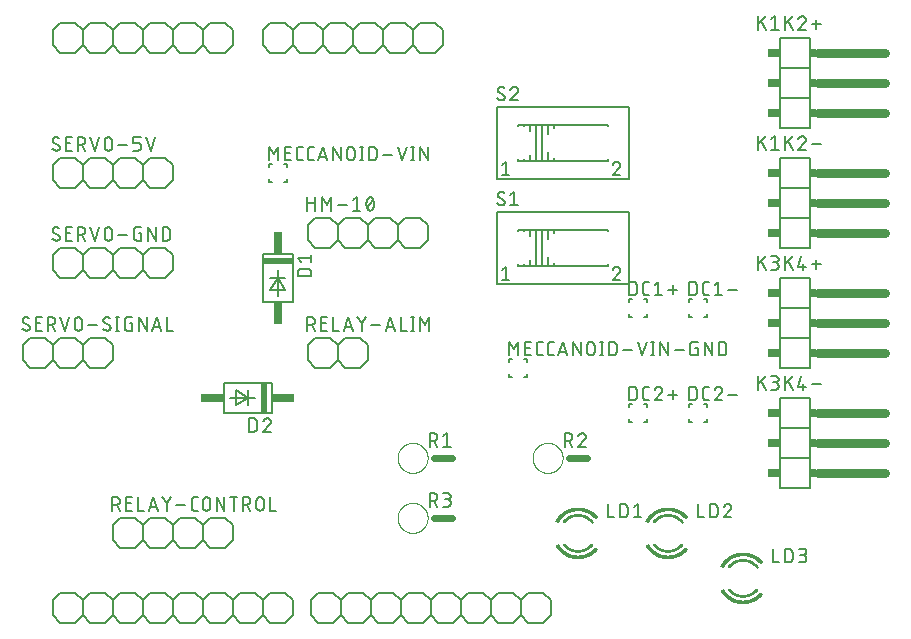
<source format=gbr>
G04 EAGLE Gerber X2 export*
%TF.Part,Single*%
%TF.FileFunction,Legend,Top,1*%
%TF.FilePolarity,Positive*%
%TF.GenerationSoftware,Autodesk,EAGLE,9.1.3*%
%TF.CreationDate,2018-09-07T19:45:19Z*%
G75*
%MOMM*%
%FSLAX34Y34*%
%LPD*%
%AMOC8*
5,1,8,0,0,1.08239X$1,22.5*%
G01*
%ADD10C,0.152400*%
%ADD11C,0.127000*%
%ADD12R,2.540000X0.508000*%
%ADD13R,0.762000X1.905000*%
%ADD14R,0.508000X2.540000*%
%ADD15R,1.905000X0.762000*%
%ADD16C,0.609600*%
%ADD17C,0.101600*%
%ADD18C,0.015238*%
%ADD19C,0.025400*%
%ADD20C,0.762000*%
%ADD21R,0.508000X0.762000*%
%ADD22R,1.016000X0.762000*%


D10*
X326390Y25400D02*
X313690Y25400D01*
X307340Y31750D01*
X307340Y44450D01*
X313690Y50800D01*
X351790Y25400D02*
X358140Y31750D01*
X351790Y25400D02*
X339090Y25400D01*
X332740Y31750D01*
X332740Y44450D01*
X339090Y50800D01*
X351790Y50800D01*
X358140Y44450D01*
X332740Y31750D02*
X326390Y25400D01*
X332740Y44450D02*
X326390Y50800D01*
X313690Y50800D01*
X389890Y25400D02*
X402590Y25400D01*
X389890Y25400D02*
X383540Y31750D01*
X383540Y44450D01*
X389890Y50800D01*
X383540Y31750D02*
X377190Y25400D01*
X364490Y25400D01*
X358140Y31750D01*
X358140Y44450D01*
X364490Y50800D01*
X377190Y50800D01*
X383540Y44450D01*
X427990Y25400D02*
X434340Y31750D01*
X427990Y25400D02*
X415290Y25400D01*
X408940Y31750D01*
X408940Y44450D01*
X415290Y50800D01*
X427990Y50800D01*
X434340Y44450D01*
X408940Y31750D02*
X402590Y25400D01*
X408940Y44450D02*
X402590Y50800D01*
X389890Y50800D01*
X466090Y25400D02*
X478790Y25400D01*
X466090Y25400D02*
X459740Y31750D01*
X459740Y44450D01*
X466090Y50800D01*
X459740Y31750D02*
X453390Y25400D01*
X440690Y25400D01*
X434340Y31750D01*
X434340Y44450D01*
X440690Y50800D01*
X453390Y50800D01*
X459740Y44450D01*
X485140Y44450D02*
X485140Y31750D01*
X478790Y25400D01*
X485140Y44450D02*
X478790Y50800D01*
X466090Y50800D01*
X300990Y25400D02*
X288290Y25400D01*
X281940Y31750D01*
X281940Y44450D01*
X288290Y50800D01*
X307340Y31750D02*
X300990Y25400D01*
X307340Y44450D02*
X300990Y50800D01*
X288290Y50800D01*
X107950Y25400D02*
X95250Y25400D01*
X88900Y31750D01*
X88900Y44450D01*
X95250Y50800D01*
X133350Y25400D02*
X139700Y31750D01*
X133350Y25400D02*
X120650Y25400D01*
X114300Y31750D01*
X114300Y44450D01*
X120650Y50800D01*
X133350Y50800D01*
X139700Y44450D01*
X114300Y31750D02*
X107950Y25400D01*
X114300Y44450D02*
X107950Y50800D01*
X95250Y50800D01*
X171450Y25400D02*
X184150Y25400D01*
X171450Y25400D02*
X165100Y31750D01*
X165100Y44450D01*
X171450Y50800D01*
X165100Y31750D02*
X158750Y25400D01*
X146050Y25400D01*
X139700Y31750D01*
X139700Y44450D01*
X146050Y50800D01*
X158750Y50800D01*
X165100Y44450D01*
X209550Y25400D02*
X215900Y31750D01*
X209550Y25400D02*
X196850Y25400D01*
X190500Y31750D01*
X190500Y44450D01*
X196850Y50800D01*
X209550Y50800D01*
X215900Y44450D01*
X190500Y31750D02*
X184150Y25400D01*
X190500Y44450D02*
X184150Y50800D01*
X171450Y50800D01*
X247650Y25400D02*
X260350Y25400D01*
X247650Y25400D02*
X241300Y31750D01*
X241300Y44450D01*
X247650Y50800D01*
X241300Y31750D02*
X234950Y25400D01*
X222250Y25400D01*
X215900Y31750D01*
X215900Y44450D01*
X222250Y50800D01*
X234950Y50800D01*
X241300Y44450D01*
X266700Y44450D02*
X266700Y31750D01*
X260350Y25400D01*
X266700Y44450D02*
X260350Y50800D01*
X247650Y50800D01*
X82550Y25400D02*
X69850Y25400D01*
X63500Y31750D01*
X63500Y44450D01*
X69850Y50800D01*
X88900Y31750D02*
X82550Y25400D01*
X88900Y44450D02*
X82550Y50800D01*
X69850Y50800D01*
X247650Y508000D02*
X260350Y508000D01*
X247650Y508000D02*
X241300Y514350D01*
X241300Y527050D02*
X247650Y533400D01*
X285750Y508000D02*
X292100Y514350D01*
X285750Y508000D02*
X273050Y508000D01*
X266700Y514350D01*
X266700Y527050D01*
X273050Y533400D01*
X285750Y533400D01*
X292100Y527050D01*
X266700Y514350D02*
X260350Y508000D01*
X266700Y527050D02*
X260350Y533400D01*
X247650Y533400D01*
X323850Y508000D02*
X336550Y508000D01*
X323850Y508000D02*
X317500Y514350D01*
X317500Y527050D01*
X323850Y533400D01*
X317500Y514350D02*
X311150Y508000D01*
X298450Y508000D01*
X292100Y514350D01*
X292100Y527050D01*
X298450Y533400D01*
X311150Y533400D01*
X317500Y527050D01*
X361950Y508000D02*
X368300Y514350D01*
X361950Y508000D02*
X349250Y508000D01*
X342900Y514350D01*
X342900Y527050D01*
X349250Y533400D01*
X361950Y533400D01*
X368300Y527050D01*
X342900Y514350D02*
X336550Y508000D01*
X342900Y527050D02*
X336550Y533400D01*
X323850Y533400D01*
X393700Y527050D02*
X393700Y514350D01*
X387350Y508000D01*
X374650Y508000D01*
X368300Y514350D01*
X368300Y527050D01*
X374650Y533400D01*
X387350Y533400D01*
X393700Y527050D01*
X82550Y508000D02*
X69850Y508000D01*
X63500Y514350D01*
X63500Y527050D01*
X69850Y533400D01*
X107950Y508000D02*
X114300Y514350D01*
X107950Y508000D02*
X95250Y508000D01*
X88900Y514350D01*
X88900Y527050D01*
X95250Y533400D01*
X107950Y533400D01*
X114300Y527050D01*
X88900Y514350D02*
X82550Y508000D01*
X88900Y527050D02*
X82550Y533400D01*
X69850Y533400D01*
X146050Y508000D02*
X158750Y508000D01*
X146050Y508000D02*
X139700Y514350D01*
X139700Y527050D01*
X146050Y533400D01*
X139700Y514350D02*
X133350Y508000D01*
X120650Y508000D01*
X114300Y514350D01*
X114300Y527050D01*
X120650Y533400D01*
X133350Y533400D01*
X139700Y527050D01*
X184150Y508000D02*
X190500Y514350D01*
X184150Y508000D02*
X171450Y508000D01*
X165100Y514350D01*
X165100Y527050D01*
X171450Y533400D01*
X184150Y533400D01*
X190500Y527050D01*
X165100Y514350D02*
X158750Y508000D01*
X165100Y527050D02*
X158750Y533400D01*
X146050Y533400D01*
X215900Y527050D02*
X215900Y514350D01*
X209550Y508000D01*
X196850Y508000D01*
X190500Y514350D01*
X190500Y527050D01*
X196850Y533400D01*
X209550Y533400D01*
X215900Y527050D01*
X241300Y527050D02*
X241300Y514350D01*
X336550Y368300D02*
X330200Y361950D01*
X336550Y368300D02*
X349250Y368300D01*
X355600Y361950D01*
X355600Y349250D01*
X349250Y342900D01*
X336550Y342900D01*
X330200Y349250D01*
X298450Y368300D02*
X285750Y368300D01*
X298450Y368300D02*
X304800Y361950D01*
X304800Y349250D01*
X298450Y342900D01*
X304800Y361950D02*
X311150Y368300D01*
X323850Y368300D01*
X330200Y361950D01*
X330200Y349250D01*
X323850Y342900D01*
X311150Y342900D01*
X304800Y349250D01*
X279400Y349250D02*
X279400Y361950D01*
X285750Y368300D01*
X279400Y349250D02*
X285750Y342900D01*
X298450Y342900D01*
X361950Y368300D02*
X374650Y368300D01*
X381000Y361950D01*
X381000Y349250D01*
X374650Y342900D01*
X355600Y361950D02*
X361950Y368300D01*
X355600Y349250D02*
X361950Y342900D01*
X374650Y342900D01*
D11*
X279273Y374523D02*
X279273Y385953D01*
X279273Y380873D02*
X285623Y380873D01*
X285623Y385953D02*
X285623Y374523D01*
X291592Y374523D02*
X291592Y385953D01*
X295402Y379603D01*
X299212Y385953D01*
X299212Y374523D01*
X304927Y378968D02*
X312547Y378968D01*
X317754Y383413D02*
X320929Y385953D01*
X320929Y374523D01*
X317754Y374523D02*
X324104Y374523D01*
X329184Y380238D02*
X329187Y380463D01*
X329195Y380688D01*
X329208Y380912D01*
X329227Y381136D01*
X329251Y381360D01*
X329280Y381583D01*
X329315Y381805D01*
X329355Y382026D01*
X329401Y382246D01*
X329451Y382465D01*
X329507Y382683D01*
X329568Y382900D01*
X329634Y383115D01*
X329705Y383328D01*
X329782Y383539D01*
X329863Y383749D01*
X329949Y383957D01*
X330040Y384162D01*
X330136Y384365D01*
X330136Y384366D02*
X330168Y384454D01*
X330204Y384541D01*
X330243Y384627D01*
X330286Y384711D01*
X330332Y384793D01*
X330381Y384873D01*
X330433Y384951D01*
X330489Y385027D01*
X330547Y385101D01*
X330609Y385172D01*
X330673Y385241D01*
X330740Y385307D01*
X330809Y385370D01*
X330881Y385431D01*
X330955Y385489D01*
X331032Y385543D01*
X331110Y385595D01*
X331191Y385643D01*
X331273Y385688D01*
X331358Y385730D01*
X331444Y385768D01*
X331531Y385803D01*
X331619Y385835D01*
X331709Y385862D01*
X331800Y385887D01*
X331892Y385907D01*
X331984Y385924D01*
X332078Y385937D01*
X332171Y385946D01*
X332265Y385952D01*
X332359Y385954D01*
X332453Y385952D01*
X332547Y385946D01*
X332640Y385937D01*
X332734Y385924D01*
X332826Y385907D01*
X332918Y385887D01*
X333009Y385862D01*
X333099Y385835D01*
X333187Y385803D01*
X333274Y385768D01*
X333360Y385730D01*
X333445Y385688D01*
X333527Y385643D01*
X333608Y385595D01*
X333686Y385543D01*
X333763Y385489D01*
X333837Y385431D01*
X333909Y385370D01*
X333978Y385307D01*
X334045Y385241D01*
X334109Y385172D01*
X334171Y385101D01*
X334229Y385027D01*
X334285Y384951D01*
X334337Y384873D01*
X334386Y384793D01*
X334432Y384711D01*
X334475Y384627D01*
X334514Y384541D01*
X334550Y384454D01*
X334582Y384366D01*
X334582Y384365D02*
X334678Y384162D01*
X334769Y383957D01*
X334855Y383749D01*
X334936Y383539D01*
X335013Y383328D01*
X335084Y383115D01*
X335150Y382900D01*
X335211Y382683D01*
X335267Y382465D01*
X335317Y382246D01*
X335363Y382026D01*
X335403Y381805D01*
X335438Y381583D01*
X335467Y381360D01*
X335491Y381136D01*
X335510Y380912D01*
X335523Y380688D01*
X335531Y380463D01*
X335534Y380238D01*
X329184Y380238D02*
X329187Y380013D01*
X329195Y379788D01*
X329208Y379564D01*
X329227Y379340D01*
X329251Y379116D01*
X329280Y378893D01*
X329315Y378671D01*
X329355Y378450D01*
X329401Y378230D01*
X329451Y378011D01*
X329507Y377793D01*
X329568Y377576D01*
X329634Y377361D01*
X329705Y377148D01*
X329782Y376937D01*
X329863Y376727D01*
X329949Y376519D01*
X330040Y376314D01*
X330136Y376111D01*
X330168Y376023D01*
X330204Y375936D01*
X330243Y375850D01*
X330286Y375766D01*
X330332Y375684D01*
X330381Y375604D01*
X330433Y375526D01*
X330489Y375450D01*
X330547Y375376D01*
X330609Y375305D01*
X330673Y375236D01*
X330740Y375170D01*
X330809Y375107D01*
X330881Y375046D01*
X330955Y374988D01*
X331032Y374934D01*
X331110Y374882D01*
X331191Y374834D01*
X331273Y374789D01*
X331358Y374747D01*
X331444Y374709D01*
X331531Y374674D01*
X331619Y374642D01*
X331709Y374615D01*
X331800Y374590D01*
X331892Y374570D01*
X331984Y374553D01*
X332078Y374540D01*
X332171Y374531D01*
X332265Y374525D01*
X332359Y374523D01*
X334582Y376111D02*
X334678Y376314D01*
X334769Y376519D01*
X334855Y376727D01*
X334936Y376937D01*
X335013Y377148D01*
X335084Y377361D01*
X335150Y377576D01*
X335211Y377793D01*
X335267Y378011D01*
X335317Y378230D01*
X335363Y378450D01*
X335403Y378671D01*
X335438Y378893D01*
X335467Y379116D01*
X335491Y379340D01*
X335510Y379564D01*
X335523Y379788D01*
X335531Y380013D01*
X335534Y380238D01*
X334582Y376111D02*
X334550Y376023D01*
X334514Y375936D01*
X334475Y375850D01*
X334432Y375766D01*
X334386Y375684D01*
X334337Y375604D01*
X334285Y375526D01*
X334229Y375450D01*
X334171Y375376D01*
X334109Y375305D01*
X334045Y375236D01*
X333978Y375170D01*
X333909Y375107D01*
X333837Y375046D01*
X333763Y374988D01*
X333686Y374934D01*
X333608Y374882D01*
X333527Y374834D01*
X333445Y374789D01*
X333360Y374747D01*
X333274Y374709D01*
X333187Y374674D01*
X333099Y374642D01*
X333009Y374615D01*
X332918Y374590D01*
X332826Y374570D01*
X332734Y374553D01*
X332640Y374540D01*
X332547Y374531D01*
X332453Y374525D01*
X332359Y374523D01*
X329819Y377063D02*
X334899Y383413D01*
D10*
X120650Y419100D02*
X114300Y412750D01*
X120650Y419100D02*
X133350Y419100D01*
X139700Y412750D01*
X139700Y400050D01*
X133350Y393700D01*
X120650Y393700D01*
X114300Y400050D01*
X82550Y419100D02*
X69850Y419100D01*
X82550Y419100D02*
X88900Y412750D01*
X88900Y400050D01*
X82550Y393700D01*
X88900Y412750D02*
X95250Y419100D01*
X107950Y419100D01*
X114300Y412750D01*
X114300Y400050D01*
X107950Y393700D01*
X95250Y393700D01*
X88900Y400050D01*
X63500Y400050D02*
X63500Y412750D01*
X69850Y419100D01*
X63500Y400050D02*
X69850Y393700D01*
X82550Y393700D01*
X146050Y419100D02*
X158750Y419100D01*
X165100Y412750D01*
X165100Y400050D01*
X158750Y393700D01*
X139700Y412750D02*
X146050Y419100D01*
X139700Y400050D02*
X146050Y393700D01*
X158750Y393700D01*
D11*
X69723Y427863D02*
X69721Y427763D01*
X69715Y427664D01*
X69705Y427564D01*
X69692Y427466D01*
X69674Y427367D01*
X69653Y427270D01*
X69628Y427174D01*
X69599Y427078D01*
X69566Y426984D01*
X69530Y426891D01*
X69490Y426800D01*
X69446Y426710D01*
X69399Y426622D01*
X69349Y426536D01*
X69295Y426452D01*
X69238Y426370D01*
X69178Y426291D01*
X69114Y426213D01*
X69048Y426139D01*
X68979Y426067D01*
X68907Y425998D01*
X68833Y425932D01*
X68755Y425868D01*
X68676Y425808D01*
X68594Y425751D01*
X68510Y425697D01*
X68424Y425647D01*
X68336Y425600D01*
X68246Y425556D01*
X68155Y425516D01*
X68062Y425480D01*
X67968Y425447D01*
X67872Y425418D01*
X67776Y425393D01*
X67679Y425372D01*
X67580Y425354D01*
X67482Y425341D01*
X67382Y425331D01*
X67283Y425325D01*
X67183Y425323D01*
X67042Y425325D01*
X66901Y425330D01*
X66760Y425340D01*
X66619Y425353D01*
X66479Y425369D01*
X66339Y425390D01*
X66200Y425414D01*
X66061Y425442D01*
X65924Y425473D01*
X65787Y425508D01*
X65651Y425546D01*
X65516Y425588D01*
X65383Y425634D01*
X65250Y425683D01*
X65119Y425736D01*
X64990Y425792D01*
X64861Y425851D01*
X64735Y425914D01*
X64610Y425980D01*
X64487Y426049D01*
X64366Y426122D01*
X64247Y426198D01*
X64129Y426277D01*
X64014Y426358D01*
X63902Y426443D01*
X63791Y426531D01*
X63683Y426622D01*
X63577Y426715D01*
X63474Y426812D01*
X63373Y426911D01*
X63691Y434213D02*
X63693Y434313D01*
X63699Y434412D01*
X63709Y434512D01*
X63722Y434610D01*
X63740Y434709D01*
X63761Y434806D01*
X63786Y434902D01*
X63815Y434998D01*
X63848Y435092D01*
X63884Y435185D01*
X63924Y435276D01*
X63968Y435366D01*
X64015Y435454D01*
X64065Y435540D01*
X64119Y435624D01*
X64176Y435706D01*
X64236Y435785D01*
X64300Y435863D01*
X64366Y435937D01*
X64435Y436009D01*
X64507Y436078D01*
X64581Y436144D01*
X64659Y436208D01*
X64738Y436268D01*
X64820Y436325D01*
X64904Y436379D01*
X64990Y436429D01*
X65078Y436476D01*
X65168Y436520D01*
X65259Y436560D01*
X65352Y436596D01*
X65446Y436629D01*
X65542Y436658D01*
X65638Y436683D01*
X65735Y436704D01*
X65834Y436722D01*
X65932Y436735D01*
X66032Y436745D01*
X66131Y436751D01*
X66231Y436753D01*
X66231Y436754D02*
X66364Y436752D01*
X66497Y436747D01*
X66630Y436737D01*
X66763Y436724D01*
X66895Y436707D01*
X67027Y436687D01*
X67158Y436663D01*
X67288Y436635D01*
X67418Y436604D01*
X67546Y436569D01*
X67674Y436530D01*
X67800Y436488D01*
X67925Y436442D01*
X68049Y436393D01*
X68172Y436341D01*
X68293Y436285D01*
X68412Y436225D01*
X68530Y436163D01*
X68645Y436097D01*
X68759Y436028D01*
X68871Y435955D01*
X68981Y435880D01*
X69089Y435801D01*
X64960Y431990D02*
X64876Y432042D01*
X64793Y432097D01*
X64713Y432156D01*
X64635Y432217D01*
X64560Y432281D01*
X64487Y432349D01*
X64416Y432419D01*
X64349Y432491D01*
X64284Y432566D01*
X64222Y432644D01*
X64163Y432724D01*
X64107Y432806D01*
X64055Y432890D01*
X64006Y432976D01*
X63960Y433064D01*
X63917Y433154D01*
X63878Y433245D01*
X63843Y433338D01*
X63811Y433432D01*
X63783Y433527D01*
X63758Y433623D01*
X63738Y433720D01*
X63720Y433818D01*
X63707Y433916D01*
X63698Y434015D01*
X63692Y434114D01*
X63690Y434213D01*
X68453Y430086D02*
X68537Y430034D01*
X68620Y429979D01*
X68700Y429920D01*
X68778Y429859D01*
X68853Y429795D01*
X68926Y429727D01*
X68997Y429657D01*
X69064Y429585D01*
X69129Y429510D01*
X69191Y429432D01*
X69250Y429352D01*
X69306Y429270D01*
X69358Y429186D01*
X69407Y429100D01*
X69453Y429012D01*
X69496Y428922D01*
X69535Y428831D01*
X69570Y428738D01*
X69602Y428644D01*
X69630Y428549D01*
X69655Y428453D01*
X69675Y428356D01*
X69693Y428258D01*
X69706Y428160D01*
X69715Y428061D01*
X69721Y427962D01*
X69723Y427863D01*
X68453Y430086D02*
X64961Y431991D01*
X74828Y425323D02*
X79908Y425323D01*
X74828Y425323D02*
X74828Y436753D01*
X79908Y436753D01*
X78638Y431673D02*
X74828Y431673D01*
X84792Y436753D02*
X84792Y425323D01*
X84792Y436753D02*
X87967Y436753D01*
X88078Y436751D01*
X88188Y436745D01*
X88299Y436736D01*
X88409Y436722D01*
X88518Y436705D01*
X88627Y436684D01*
X88735Y436659D01*
X88842Y436630D01*
X88948Y436598D01*
X89053Y436562D01*
X89156Y436522D01*
X89258Y436479D01*
X89359Y436432D01*
X89458Y436381D01*
X89555Y436328D01*
X89649Y436271D01*
X89742Y436210D01*
X89833Y436147D01*
X89922Y436080D01*
X90008Y436010D01*
X90091Y435937D01*
X90173Y435862D01*
X90251Y435784D01*
X90326Y435702D01*
X90399Y435619D01*
X90469Y435533D01*
X90536Y435444D01*
X90599Y435353D01*
X90660Y435260D01*
X90717Y435165D01*
X90770Y435069D01*
X90821Y434970D01*
X90868Y434869D01*
X90911Y434767D01*
X90951Y434664D01*
X90987Y434559D01*
X91019Y434453D01*
X91048Y434346D01*
X91073Y434238D01*
X91094Y434129D01*
X91111Y434020D01*
X91125Y433910D01*
X91134Y433799D01*
X91140Y433689D01*
X91142Y433578D01*
X91140Y433467D01*
X91134Y433357D01*
X91125Y433246D01*
X91111Y433136D01*
X91094Y433027D01*
X91073Y432918D01*
X91048Y432810D01*
X91019Y432703D01*
X90987Y432597D01*
X90951Y432492D01*
X90911Y432389D01*
X90868Y432287D01*
X90821Y432186D01*
X90770Y432087D01*
X90717Y431990D01*
X90660Y431896D01*
X90599Y431803D01*
X90536Y431712D01*
X90469Y431623D01*
X90399Y431537D01*
X90326Y431454D01*
X90251Y431372D01*
X90173Y431294D01*
X90091Y431219D01*
X90008Y431146D01*
X89922Y431076D01*
X89833Y431009D01*
X89742Y430946D01*
X89649Y430885D01*
X89554Y430828D01*
X89458Y430775D01*
X89359Y430724D01*
X89258Y430677D01*
X89156Y430634D01*
X89053Y430594D01*
X88948Y430558D01*
X88842Y430526D01*
X88735Y430497D01*
X88627Y430472D01*
X88518Y430451D01*
X88409Y430434D01*
X88299Y430420D01*
X88188Y430411D01*
X88078Y430405D01*
X87967Y430403D01*
X84792Y430403D01*
X88602Y430403D02*
X91142Y425323D01*
X99314Y425323D02*
X95504Y436753D01*
X103124Y436753D02*
X99314Y425323D01*
X107569Y428498D02*
X107569Y433578D01*
X107571Y433689D01*
X107577Y433799D01*
X107586Y433910D01*
X107600Y434020D01*
X107617Y434129D01*
X107638Y434238D01*
X107663Y434346D01*
X107692Y434453D01*
X107724Y434559D01*
X107760Y434664D01*
X107800Y434767D01*
X107843Y434869D01*
X107890Y434970D01*
X107941Y435069D01*
X107994Y435166D01*
X108051Y435260D01*
X108112Y435353D01*
X108175Y435444D01*
X108242Y435533D01*
X108312Y435619D01*
X108385Y435702D01*
X108460Y435784D01*
X108538Y435862D01*
X108620Y435937D01*
X108703Y436010D01*
X108789Y436080D01*
X108878Y436147D01*
X108969Y436210D01*
X109062Y436271D01*
X109157Y436328D01*
X109253Y436381D01*
X109352Y436432D01*
X109453Y436479D01*
X109555Y436522D01*
X109658Y436562D01*
X109763Y436598D01*
X109869Y436630D01*
X109976Y436659D01*
X110084Y436684D01*
X110193Y436705D01*
X110302Y436722D01*
X110412Y436736D01*
X110523Y436745D01*
X110633Y436751D01*
X110744Y436753D01*
X110855Y436751D01*
X110965Y436745D01*
X111076Y436736D01*
X111186Y436722D01*
X111295Y436705D01*
X111404Y436684D01*
X111512Y436659D01*
X111619Y436630D01*
X111725Y436598D01*
X111830Y436562D01*
X111933Y436522D01*
X112035Y436479D01*
X112136Y436432D01*
X112235Y436381D01*
X112332Y436328D01*
X112426Y436271D01*
X112519Y436210D01*
X112610Y436147D01*
X112699Y436080D01*
X112785Y436010D01*
X112868Y435937D01*
X112950Y435862D01*
X113028Y435784D01*
X113103Y435702D01*
X113176Y435619D01*
X113246Y435533D01*
X113313Y435444D01*
X113376Y435353D01*
X113437Y435260D01*
X113494Y435166D01*
X113547Y435069D01*
X113598Y434970D01*
X113645Y434869D01*
X113688Y434767D01*
X113728Y434664D01*
X113764Y434559D01*
X113796Y434453D01*
X113825Y434346D01*
X113850Y434238D01*
X113871Y434129D01*
X113888Y434020D01*
X113902Y433910D01*
X113911Y433799D01*
X113917Y433689D01*
X113919Y433578D01*
X113919Y428498D01*
X113917Y428387D01*
X113911Y428277D01*
X113902Y428166D01*
X113888Y428056D01*
X113871Y427947D01*
X113850Y427838D01*
X113825Y427730D01*
X113796Y427623D01*
X113764Y427517D01*
X113728Y427412D01*
X113688Y427309D01*
X113645Y427207D01*
X113598Y427106D01*
X113547Y427007D01*
X113494Y426910D01*
X113437Y426816D01*
X113376Y426723D01*
X113313Y426632D01*
X113246Y426543D01*
X113176Y426457D01*
X113103Y426374D01*
X113028Y426292D01*
X112950Y426214D01*
X112868Y426139D01*
X112785Y426066D01*
X112699Y425996D01*
X112610Y425929D01*
X112519Y425866D01*
X112426Y425805D01*
X112331Y425748D01*
X112235Y425695D01*
X112136Y425644D01*
X112035Y425597D01*
X111933Y425554D01*
X111830Y425514D01*
X111725Y425478D01*
X111619Y425446D01*
X111512Y425417D01*
X111404Y425392D01*
X111295Y425371D01*
X111186Y425354D01*
X111076Y425340D01*
X110965Y425331D01*
X110855Y425325D01*
X110744Y425323D01*
X110633Y425325D01*
X110523Y425331D01*
X110412Y425340D01*
X110302Y425354D01*
X110193Y425371D01*
X110084Y425392D01*
X109976Y425417D01*
X109869Y425446D01*
X109763Y425478D01*
X109658Y425514D01*
X109555Y425554D01*
X109453Y425597D01*
X109352Y425644D01*
X109253Y425695D01*
X109157Y425748D01*
X109062Y425805D01*
X108969Y425866D01*
X108878Y425929D01*
X108789Y425996D01*
X108703Y426066D01*
X108620Y426139D01*
X108538Y426214D01*
X108460Y426292D01*
X108385Y426374D01*
X108312Y426457D01*
X108242Y426543D01*
X108175Y426632D01*
X108112Y426723D01*
X108051Y426816D01*
X107994Y426911D01*
X107941Y427007D01*
X107890Y427106D01*
X107843Y427207D01*
X107800Y427309D01*
X107760Y427412D01*
X107724Y427517D01*
X107692Y427623D01*
X107663Y427730D01*
X107638Y427838D01*
X107617Y427947D01*
X107600Y428056D01*
X107586Y428166D01*
X107577Y428277D01*
X107571Y428387D01*
X107569Y428498D01*
X119126Y429768D02*
X126746Y429768D01*
X131953Y425323D02*
X135763Y425323D01*
X135863Y425325D01*
X135962Y425331D01*
X136062Y425341D01*
X136160Y425354D01*
X136259Y425372D01*
X136356Y425393D01*
X136452Y425418D01*
X136548Y425447D01*
X136642Y425480D01*
X136735Y425516D01*
X136826Y425556D01*
X136916Y425600D01*
X137004Y425647D01*
X137090Y425697D01*
X137174Y425751D01*
X137256Y425808D01*
X137335Y425868D01*
X137413Y425932D01*
X137487Y425998D01*
X137559Y426067D01*
X137628Y426139D01*
X137694Y426213D01*
X137758Y426291D01*
X137818Y426370D01*
X137875Y426452D01*
X137929Y426536D01*
X137979Y426622D01*
X138026Y426710D01*
X138070Y426800D01*
X138110Y426891D01*
X138146Y426984D01*
X138179Y427078D01*
X138208Y427174D01*
X138233Y427270D01*
X138254Y427367D01*
X138272Y427466D01*
X138285Y427564D01*
X138295Y427664D01*
X138301Y427763D01*
X138303Y427863D01*
X138303Y429133D01*
X138301Y429233D01*
X138295Y429332D01*
X138285Y429432D01*
X138272Y429530D01*
X138254Y429629D01*
X138233Y429726D01*
X138208Y429822D01*
X138179Y429918D01*
X138146Y430012D01*
X138110Y430105D01*
X138070Y430196D01*
X138026Y430286D01*
X137979Y430374D01*
X137929Y430460D01*
X137875Y430544D01*
X137818Y430626D01*
X137758Y430705D01*
X137694Y430783D01*
X137628Y430857D01*
X137559Y430929D01*
X137487Y430998D01*
X137413Y431064D01*
X137335Y431128D01*
X137256Y431188D01*
X137174Y431245D01*
X137090Y431299D01*
X137004Y431349D01*
X136916Y431396D01*
X136826Y431440D01*
X136735Y431480D01*
X136642Y431516D01*
X136548Y431549D01*
X136452Y431578D01*
X136356Y431603D01*
X136259Y431624D01*
X136160Y431642D01*
X136062Y431655D01*
X135962Y431665D01*
X135863Y431671D01*
X135763Y431673D01*
X131953Y431673D01*
X131953Y436753D01*
X138303Y436753D01*
X142748Y436753D02*
X146558Y425323D01*
X150368Y436753D01*
D10*
X120650Y342900D02*
X114300Y336550D01*
X120650Y342900D02*
X133350Y342900D01*
X139700Y336550D01*
X139700Y323850D01*
X133350Y317500D01*
X120650Y317500D01*
X114300Y323850D01*
X82550Y342900D02*
X69850Y342900D01*
X82550Y342900D02*
X88900Y336550D01*
X88900Y323850D01*
X82550Y317500D01*
X88900Y336550D02*
X95250Y342900D01*
X107950Y342900D01*
X114300Y336550D01*
X114300Y323850D01*
X107950Y317500D01*
X95250Y317500D01*
X88900Y323850D01*
X63500Y323850D02*
X63500Y336550D01*
X69850Y342900D01*
X63500Y323850D02*
X69850Y317500D01*
X82550Y317500D01*
X146050Y342900D02*
X158750Y342900D01*
X165100Y336550D01*
X165100Y323850D01*
X158750Y317500D01*
X139700Y336550D02*
X146050Y342900D01*
X139700Y323850D02*
X146050Y317500D01*
X158750Y317500D01*
D11*
X69723Y351663D02*
X69721Y351563D01*
X69715Y351464D01*
X69705Y351364D01*
X69692Y351266D01*
X69674Y351167D01*
X69653Y351070D01*
X69628Y350974D01*
X69599Y350878D01*
X69566Y350784D01*
X69530Y350691D01*
X69490Y350600D01*
X69446Y350510D01*
X69399Y350422D01*
X69349Y350336D01*
X69295Y350252D01*
X69238Y350170D01*
X69178Y350091D01*
X69114Y350013D01*
X69048Y349939D01*
X68979Y349867D01*
X68907Y349798D01*
X68833Y349732D01*
X68755Y349668D01*
X68676Y349608D01*
X68594Y349551D01*
X68510Y349497D01*
X68424Y349447D01*
X68336Y349400D01*
X68246Y349356D01*
X68155Y349316D01*
X68062Y349280D01*
X67968Y349247D01*
X67872Y349218D01*
X67776Y349193D01*
X67679Y349172D01*
X67580Y349154D01*
X67482Y349141D01*
X67382Y349131D01*
X67283Y349125D01*
X67183Y349123D01*
X67042Y349125D01*
X66901Y349130D01*
X66760Y349140D01*
X66619Y349153D01*
X66479Y349169D01*
X66339Y349190D01*
X66200Y349214D01*
X66061Y349242D01*
X65924Y349273D01*
X65787Y349308D01*
X65651Y349346D01*
X65516Y349388D01*
X65383Y349434D01*
X65250Y349483D01*
X65119Y349536D01*
X64990Y349592D01*
X64861Y349651D01*
X64735Y349714D01*
X64610Y349780D01*
X64487Y349849D01*
X64366Y349922D01*
X64247Y349998D01*
X64129Y350077D01*
X64014Y350158D01*
X63902Y350243D01*
X63791Y350331D01*
X63683Y350422D01*
X63577Y350515D01*
X63474Y350612D01*
X63373Y350711D01*
X63691Y358013D02*
X63693Y358113D01*
X63699Y358212D01*
X63709Y358312D01*
X63722Y358410D01*
X63740Y358509D01*
X63761Y358606D01*
X63786Y358702D01*
X63815Y358798D01*
X63848Y358892D01*
X63884Y358985D01*
X63924Y359076D01*
X63968Y359166D01*
X64015Y359254D01*
X64065Y359340D01*
X64119Y359424D01*
X64176Y359506D01*
X64236Y359585D01*
X64300Y359663D01*
X64366Y359737D01*
X64435Y359809D01*
X64507Y359878D01*
X64581Y359944D01*
X64659Y360008D01*
X64738Y360068D01*
X64820Y360125D01*
X64904Y360179D01*
X64990Y360229D01*
X65078Y360276D01*
X65168Y360320D01*
X65259Y360360D01*
X65352Y360396D01*
X65446Y360429D01*
X65542Y360458D01*
X65638Y360483D01*
X65735Y360504D01*
X65834Y360522D01*
X65932Y360535D01*
X66032Y360545D01*
X66131Y360551D01*
X66231Y360553D01*
X66231Y360554D02*
X66364Y360552D01*
X66497Y360547D01*
X66630Y360537D01*
X66763Y360524D01*
X66895Y360507D01*
X67027Y360487D01*
X67158Y360463D01*
X67288Y360435D01*
X67418Y360404D01*
X67546Y360369D01*
X67674Y360330D01*
X67800Y360288D01*
X67925Y360242D01*
X68049Y360193D01*
X68172Y360141D01*
X68293Y360085D01*
X68412Y360025D01*
X68530Y359963D01*
X68645Y359897D01*
X68759Y359828D01*
X68871Y359755D01*
X68981Y359680D01*
X69089Y359601D01*
X64960Y355790D02*
X64876Y355842D01*
X64793Y355897D01*
X64713Y355956D01*
X64635Y356017D01*
X64560Y356081D01*
X64487Y356149D01*
X64416Y356219D01*
X64349Y356291D01*
X64284Y356366D01*
X64222Y356444D01*
X64163Y356524D01*
X64107Y356606D01*
X64055Y356690D01*
X64006Y356776D01*
X63960Y356864D01*
X63917Y356954D01*
X63878Y357045D01*
X63843Y357138D01*
X63811Y357232D01*
X63783Y357327D01*
X63758Y357423D01*
X63738Y357520D01*
X63720Y357618D01*
X63707Y357716D01*
X63698Y357815D01*
X63692Y357914D01*
X63690Y358013D01*
X68453Y353886D02*
X68537Y353834D01*
X68620Y353779D01*
X68700Y353720D01*
X68778Y353659D01*
X68853Y353595D01*
X68926Y353527D01*
X68997Y353457D01*
X69064Y353385D01*
X69129Y353310D01*
X69191Y353232D01*
X69250Y353152D01*
X69306Y353070D01*
X69358Y352986D01*
X69407Y352900D01*
X69453Y352812D01*
X69496Y352722D01*
X69535Y352631D01*
X69570Y352538D01*
X69602Y352444D01*
X69630Y352349D01*
X69655Y352253D01*
X69675Y352156D01*
X69693Y352058D01*
X69706Y351960D01*
X69715Y351861D01*
X69721Y351762D01*
X69723Y351663D01*
X68453Y353886D02*
X64961Y355791D01*
X74828Y349123D02*
X79908Y349123D01*
X74828Y349123D02*
X74828Y360553D01*
X79908Y360553D01*
X78638Y355473D02*
X74828Y355473D01*
X84792Y360553D02*
X84792Y349123D01*
X84792Y360553D02*
X87967Y360553D01*
X88078Y360551D01*
X88188Y360545D01*
X88299Y360536D01*
X88409Y360522D01*
X88518Y360505D01*
X88627Y360484D01*
X88735Y360459D01*
X88842Y360430D01*
X88948Y360398D01*
X89053Y360362D01*
X89156Y360322D01*
X89258Y360279D01*
X89359Y360232D01*
X89458Y360181D01*
X89555Y360128D01*
X89649Y360071D01*
X89742Y360010D01*
X89833Y359947D01*
X89922Y359880D01*
X90008Y359810D01*
X90091Y359737D01*
X90173Y359662D01*
X90251Y359584D01*
X90326Y359502D01*
X90399Y359419D01*
X90469Y359333D01*
X90536Y359244D01*
X90599Y359153D01*
X90660Y359060D01*
X90717Y358965D01*
X90770Y358869D01*
X90821Y358770D01*
X90868Y358669D01*
X90911Y358567D01*
X90951Y358464D01*
X90987Y358359D01*
X91019Y358253D01*
X91048Y358146D01*
X91073Y358038D01*
X91094Y357929D01*
X91111Y357820D01*
X91125Y357710D01*
X91134Y357599D01*
X91140Y357489D01*
X91142Y357378D01*
X91140Y357267D01*
X91134Y357157D01*
X91125Y357046D01*
X91111Y356936D01*
X91094Y356827D01*
X91073Y356718D01*
X91048Y356610D01*
X91019Y356503D01*
X90987Y356397D01*
X90951Y356292D01*
X90911Y356189D01*
X90868Y356087D01*
X90821Y355986D01*
X90770Y355887D01*
X90717Y355790D01*
X90660Y355696D01*
X90599Y355603D01*
X90536Y355512D01*
X90469Y355423D01*
X90399Y355337D01*
X90326Y355254D01*
X90251Y355172D01*
X90173Y355094D01*
X90091Y355019D01*
X90008Y354946D01*
X89922Y354876D01*
X89833Y354809D01*
X89742Y354746D01*
X89649Y354685D01*
X89554Y354628D01*
X89458Y354575D01*
X89359Y354524D01*
X89258Y354477D01*
X89156Y354434D01*
X89053Y354394D01*
X88948Y354358D01*
X88842Y354326D01*
X88735Y354297D01*
X88627Y354272D01*
X88518Y354251D01*
X88409Y354234D01*
X88299Y354220D01*
X88188Y354211D01*
X88078Y354205D01*
X87967Y354203D01*
X84792Y354203D01*
X88602Y354203D02*
X91142Y349123D01*
X99314Y349123D02*
X95504Y360553D01*
X103124Y360553D02*
X99314Y349123D01*
X107569Y352298D02*
X107569Y357378D01*
X107571Y357489D01*
X107577Y357599D01*
X107586Y357710D01*
X107600Y357820D01*
X107617Y357929D01*
X107638Y358038D01*
X107663Y358146D01*
X107692Y358253D01*
X107724Y358359D01*
X107760Y358464D01*
X107800Y358567D01*
X107843Y358669D01*
X107890Y358770D01*
X107941Y358869D01*
X107994Y358966D01*
X108051Y359060D01*
X108112Y359153D01*
X108175Y359244D01*
X108242Y359333D01*
X108312Y359419D01*
X108385Y359502D01*
X108460Y359584D01*
X108538Y359662D01*
X108620Y359737D01*
X108703Y359810D01*
X108789Y359880D01*
X108878Y359947D01*
X108969Y360010D01*
X109062Y360071D01*
X109157Y360128D01*
X109253Y360181D01*
X109352Y360232D01*
X109453Y360279D01*
X109555Y360322D01*
X109658Y360362D01*
X109763Y360398D01*
X109869Y360430D01*
X109976Y360459D01*
X110084Y360484D01*
X110193Y360505D01*
X110302Y360522D01*
X110412Y360536D01*
X110523Y360545D01*
X110633Y360551D01*
X110744Y360553D01*
X110855Y360551D01*
X110965Y360545D01*
X111076Y360536D01*
X111186Y360522D01*
X111295Y360505D01*
X111404Y360484D01*
X111512Y360459D01*
X111619Y360430D01*
X111725Y360398D01*
X111830Y360362D01*
X111933Y360322D01*
X112035Y360279D01*
X112136Y360232D01*
X112235Y360181D01*
X112332Y360128D01*
X112426Y360071D01*
X112519Y360010D01*
X112610Y359947D01*
X112699Y359880D01*
X112785Y359810D01*
X112868Y359737D01*
X112950Y359662D01*
X113028Y359584D01*
X113103Y359502D01*
X113176Y359419D01*
X113246Y359333D01*
X113313Y359244D01*
X113376Y359153D01*
X113437Y359060D01*
X113494Y358966D01*
X113547Y358869D01*
X113598Y358770D01*
X113645Y358669D01*
X113688Y358567D01*
X113728Y358464D01*
X113764Y358359D01*
X113796Y358253D01*
X113825Y358146D01*
X113850Y358038D01*
X113871Y357929D01*
X113888Y357820D01*
X113902Y357710D01*
X113911Y357599D01*
X113917Y357489D01*
X113919Y357378D01*
X113919Y352298D01*
X113917Y352187D01*
X113911Y352077D01*
X113902Y351966D01*
X113888Y351856D01*
X113871Y351747D01*
X113850Y351638D01*
X113825Y351530D01*
X113796Y351423D01*
X113764Y351317D01*
X113728Y351212D01*
X113688Y351109D01*
X113645Y351007D01*
X113598Y350906D01*
X113547Y350807D01*
X113494Y350710D01*
X113437Y350616D01*
X113376Y350523D01*
X113313Y350432D01*
X113246Y350343D01*
X113176Y350257D01*
X113103Y350174D01*
X113028Y350092D01*
X112950Y350014D01*
X112868Y349939D01*
X112785Y349866D01*
X112699Y349796D01*
X112610Y349729D01*
X112519Y349666D01*
X112426Y349605D01*
X112331Y349548D01*
X112235Y349495D01*
X112136Y349444D01*
X112035Y349397D01*
X111933Y349354D01*
X111830Y349314D01*
X111725Y349278D01*
X111619Y349246D01*
X111512Y349217D01*
X111404Y349192D01*
X111295Y349171D01*
X111186Y349154D01*
X111076Y349140D01*
X110965Y349131D01*
X110855Y349125D01*
X110744Y349123D01*
X110633Y349125D01*
X110523Y349131D01*
X110412Y349140D01*
X110302Y349154D01*
X110193Y349171D01*
X110084Y349192D01*
X109976Y349217D01*
X109869Y349246D01*
X109763Y349278D01*
X109658Y349314D01*
X109555Y349354D01*
X109453Y349397D01*
X109352Y349444D01*
X109253Y349495D01*
X109157Y349548D01*
X109062Y349605D01*
X108969Y349666D01*
X108878Y349729D01*
X108789Y349796D01*
X108703Y349866D01*
X108620Y349939D01*
X108538Y350014D01*
X108460Y350092D01*
X108385Y350174D01*
X108312Y350257D01*
X108242Y350343D01*
X108175Y350432D01*
X108112Y350523D01*
X108051Y350616D01*
X107994Y350711D01*
X107941Y350807D01*
X107890Y350906D01*
X107843Y351007D01*
X107800Y351109D01*
X107760Y351212D01*
X107724Y351317D01*
X107692Y351423D01*
X107663Y351530D01*
X107638Y351638D01*
X107617Y351747D01*
X107600Y351856D01*
X107586Y351966D01*
X107577Y352077D01*
X107571Y352187D01*
X107569Y352298D01*
X119126Y353568D02*
X126746Y353568D01*
X136779Y355473D02*
X138684Y355473D01*
X138684Y349123D01*
X134874Y349123D01*
X134774Y349125D01*
X134675Y349131D01*
X134575Y349141D01*
X134477Y349154D01*
X134378Y349172D01*
X134281Y349193D01*
X134185Y349218D01*
X134089Y349247D01*
X133995Y349280D01*
X133902Y349316D01*
X133811Y349356D01*
X133721Y349400D01*
X133633Y349447D01*
X133547Y349497D01*
X133463Y349551D01*
X133381Y349608D01*
X133302Y349668D01*
X133224Y349732D01*
X133150Y349798D01*
X133078Y349867D01*
X133009Y349939D01*
X132943Y350013D01*
X132879Y350091D01*
X132819Y350170D01*
X132762Y350252D01*
X132708Y350336D01*
X132658Y350422D01*
X132611Y350510D01*
X132567Y350600D01*
X132527Y350691D01*
X132491Y350784D01*
X132458Y350878D01*
X132429Y350974D01*
X132404Y351070D01*
X132383Y351167D01*
X132365Y351266D01*
X132352Y351364D01*
X132342Y351464D01*
X132336Y351563D01*
X132334Y351663D01*
X132334Y358013D01*
X132336Y358113D01*
X132342Y358212D01*
X132352Y358312D01*
X132365Y358410D01*
X132383Y358509D01*
X132404Y358606D01*
X132429Y358702D01*
X132458Y358798D01*
X132491Y358892D01*
X132527Y358985D01*
X132567Y359076D01*
X132611Y359166D01*
X132658Y359254D01*
X132708Y359340D01*
X132762Y359424D01*
X132819Y359506D01*
X132879Y359585D01*
X132943Y359663D01*
X133009Y359737D01*
X133078Y359809D01*
X133150Y359878D01*
X133224Y359944D01*
X133302Y360008D01*
X133381Y360068D01*
X133463Y360125D01*
X133547Y360179D01*
X133633Y360229D01*
X133721Y360276D01*
X133811Y360320D01*
X133902Y360360D01*
X133995Y360396D01*
X134089Y360429D01*
X134185Y360458D01*
X134281Y360483D01*
X134378Y360504D01*
X134477Y360522D01*
X134575Y360535D01*
X134675Y360545D01*
X134774Y360551D01*
X134874Y360553D01*
X138684Y360553D01*
X144526Y360553D02*
X144526Y349123D01*
X150876Y349123D02*
X144526Y360553D01*
X150876Y360553D02*
X150876Y349123D01*
X156718Y349123D02*
X156718Y360553D01*
X159893Y360553D01*
X160004Y360551D01*
X160114Y360545D01*
X160225Y360536D01*
X160335Y360522D01*
X160444Y360505D01*
X160553Y360484D01*
X160661Y360459D01*
X160768Y360430D01*
X160874Y360398D01*
X160979Y360362D01*
X161082Y360322D01*
X161184Y360279D01*
X161285Y360232D01*
X161384Y360181D01*
X161481Y360128D01*
X161575Y360071D01*
X161668Y360010D01*
X161759Y359947D01*
X161848Y359880D01*
X161934Y359810D01*
X162017Y359737D01*
X162099Y359662D01*
X162177Y359584D01*
X162252Y359502D01*
X162325Y359419D01*
X162395Y359333D01*
X162462Y359244D01*
X162525Y359153D01*
X162586Y359060D01*
X162643Y358966D01*
X162696Y358869D01*
X162747Y358770D01*
X162794Y358669D01*
X162837Y358567D01*
X162877Y358464D01*
X162913Y358359D01*
X162945Y358253D01*
X162974Y358146D01*
X162999Y358038D01*
X163020Y357929D01*
X163037Y357820D01*
X163051Y357710D01*
X163060Y357599D01*
X163066Y357489D01*
X163068Y357378D01*
X163068Y352298D01*
X163066Y352187D01*
X163060Y352077D01*
X163051Y351966D01*
X163037Y351856D01*
X163020Y351747D01*
X162999Y351638D01*
X162974Y351530D01*
X162945Y351423D01*
X162913Y351317D01*
X162877Y351212D01*
X162837Y351109D01*
X162794Y351007D01*
X162747Y350906D01*
X162696Y350807D01*
X162643Y350710D01*
X162586Y350616D01*
X162525Y350523D01*
X162462Y350432D01*
X162395Y350343D01*
X162325Y350257D01*
X162252Y350174D01*
X162177Y350092D01*
X162099Y350014D01*
X162017Y349939D01*
X161934Y349866D01*
X161848Y349796D01*
X161759Y349729D01*
X161668Y349666D01*
X161575Y349605D01*
X161480Y349548D01*
X161384Y349495D01*
X161285Y349444D01*
X161184Y349397D01*
X161082Y349354D01*
X160979Y349314D01*
X160874Y349278D01*
X160768Y349246D01*
X160661Y349217D01*
X160553Y349192D01*
X160444Y349171D01*
X160335Y349154D01*
X160225Y349140D01*
X160114Y349131D01*
X160004Y349125D01*
X159893Y349123D01*
X156718Y349123D01*
D10*
X449580Y248920D02*
X452120Y248920D01*
X449580Y248920D02*
X449580Y246380D01*
X464820Y246380D02*
X464820Y248920D01*
X462280Y248920D01*
X464820Y236220D02*
X464820Y233680D01*
X462280Y233680D01*
X452120Y233680D02*
X449580Y233680D01*
X449580Y236220D01*
D11*
X450215Y252095D02*
X450215Y263525D01*
X454025Y257175D01*
X457835Y263525D01*
X457835Y252095D01*
X463829Y252095D02*
X468909Y252095D01*
X463829Y252095D02*
X463829Y263525D01*
X468909Y263525D01*
X467639Y258445D02*
X463829Y258445D01*
X475832Y252095D02*
X478372Y252095D01*
X475832Y252095D02*
X475732Y252097D01*
X475633Y252103D01*
X475533Y252113D01*
X475435Y252126D01*
X475336Y252144D01*
X475239Y252165D01*
X475143Y252190D01*
X475047Y252219D01*
X474953Y252252D01*
X474860Y252288D01*
X474769Y252328D01*
X474679Y252372D01*
X474591Y252419D01*
X474505Y252469D01*
X474421Y252523D01*
X474339Y252580D01*
X474260Y252640D01*
X474182Y252704D01*
X474108Y252770D01*
X474036Y252839D01*
X473967Y252911D01*
X473901Y252985D01*
X473837Y253063D01*
X473777Y253142D01*
X473720Y253224D01*
X473666Y253308D01*
X473616Y253394D01*
X473569Y253482D01*
X473525Y253572D01*
X473485Y253663D01*
X473449Y253756D01*
X473416Y253850D01*
X473387Y253946D01*
X473362Y254042D01*
X473341Y254139D01*
X473323Y254238D01*
X473310Y254336D01*
X473300Y254436D01*
X473294Y254535D01*
X473292Y254635D01*
X473292Y260985D01*
X473294Y261085D01*
X473300Y261184D01*
X473310Y261284D01*
X473323Y261382D01*
X473341Y261481D01*
X473362Y261578D01*
X473387Y261674D01*
X473416Y261770D01*
X473449Y261864D01*
X473485Y261957D01*
X473525Y262048D01*
X473569Y262138D01*
X473616Y262226D01*
X473666Y262312D01*
X473720Y262396D01*
X473777Y262478D01*
X473837Y262557D01*
X473901Y262635D01*
X473967Y262709D01*
X474036Y262781D01*
X474108Y262850D01*
X474182Y262916D01*
X474260Y262980D01*
X474339Y263040D01*
X474421Y263097D01*
X474505Y263151D01*
X474591Y263201D01*
X474679Y263248D01*
X474769Y263292D01*
X474860Y263332D01*
X474953Y263368D01*
X475047Y263401D01*
X475143Y263430D01*
X475239Y263455D01*
X475336Y263476D01*
X475435Y263494D01*
X475533Y263507D01*
X475633Y263517D01*
X475732Y263523D01*
X475832Y263525D01*
X478372Y263525D01*
X485357Y252095D02*
X487897Y252095D01*
X485357Y252095D02*
X485257Y252097D01*
X485158Y252103D01*
X485058Y252113D01*
X484960Y252126D01*
X484861Y252144D01*
X484764Y252165D01*
X484668Y252190D01*
X484572Y252219D01*
X484478Y252252D01*
X484385Y252288D01*
X484294Y252328D01*
X484204Y252372D01*
X484116Y252419D01*
X484030Y252469D01*
X483946Y252523D01*
X483864Y252580D01*
X483785Y252640D01*
X483707Y252704D01*
X483633Y252770D01*
X483561Y252839D01*
X483492Y252911D01*
X483426Y252985D01*
X483362Y253063D01*
X483302Y253142D01*
X483245Y253224D01*
X483191Y253308D01*
X483141Y253394D01*
X483094Y253482D01*
X483050Y253572D01*
X483010Y253663D01*
X482974Y253756D01*
X482941Y253850D01*
X482912Y253946D01*
X482887Y254042D01*
X482866Y254139D01*
X482848Y254238D01*
X482835Y254336D01*
X482825Y254436D01*
X482819Y254535D01*
X482817Y254635D01*
X482817Y260985D01*
X482819Y261085D01*
X482825Y261184D01*
X482835Y261284D01*
X482848Y261382D01*
X482866Y261481D01*
X482887Y261578D01*
X482912Y261674D01*
X482941Y261770D01*
X482974Y261864D01*
X483010Y261957D01*
X483050Y262048D01*
X483094Y262138D01*
X483141Y262226D01*
X483191Y262312D01*
X483245Y262396D01*
X483302Y262478D01*
X483362Y262557D01*
X483426Y262635D01*
X483492Y262709D01*
X483561Y262781D01*
X483633Y262850D01*
X483707Y262916D01*
X483785Y262980D01*
X483864Y263040D01*
X483946Y263097D01*
X484030Y263151D01*
X484116Y263201D01*
X484204Y263248D01*
X484294Y263292D01*
X484385Y263332D01*
X484478Y263368D01*
X484572Y263401D01*
X484668Y263430D01*
X484764Y263455D01*
X484861Y263476D01*
X484960Y263494D01*
X485058Y263507D01*
X485158Y263517D01*
X485257Y263523D01*
X485357Y263525D01*
X487897Y263525D01*
X495554Y263525D02*
X491744Y252095D01*
X499364Y252095D02*
X495554Y263525D01*
X498411Y254953D02*
X492696Y254953D01*
X504190Y252095D02*
X504190Y263525D01*
X510540Y252095D01*
X510540Y263525D01*
X516001Y260350D02*
X516001Y255270D01*
X516001Y260350D02*
X516003Y260461D01*
X516009Y260571D01*
X516018Y260682D01*
X516032Y260792D01*
X516049Y260901D01*
X516070Y261010D01*
X516095Y261118D01*
X516124Y261225D01*
X516156Y261331D01*
X516192Y261436D01*
X516232Y261539D01*
X516275Y261641D01*
X516322Y261742D01*
X516373Y261841D01*
X516426Y261938D01*
X516483Y262032D01*
X516544Y262125D01*
X516607Y262216D01*
X516674Y262305D01*
X516744Y262391D01*
X516817Y262474D01*
X516892Y262556D01*
X516970Y262634D01*
X517052Y262709D01*
X517135Y262782D01*
X517221Y262852D01*
X517310Y262919D01*
X517401Y262982D01*
X517494Y263043D01*
X517589Y263100D01*
X517685Y263153D01*
X517784Y263204D01*
X517885Y263251D01*
X517987Y263294D01*
X518090Y263334D01*
X518195Y263370D01*
X518301Y263402D01*
X518408Y263431D01*
X518516Y263456D01*
X518625Y263477D01*
X518734Y263494D01*
X518844Y263508D01*
X518955Y263517D01*
X519065Y263523D01*
X519176Y263525D01*
X519287Y263523D01*
X519397Y263517D01*
X519508Y263508D01*
X519618Y263494D01*
X519727Y263477D01*
X519836Y263456D01*
X519944Y263431D01*
X520051Y263402D01*
X520157Y263370D01*
X520262Y263334D01*
X520365Y263294D01*
X520467Y263251D01*
X520568Y263204D01*
X520667Y263153D01*
X520764Y263100D01*
X520858Y263043D01*
X520951Y262982D01*
X521042Y262919D01*
X521131Y262852D01*
X521217Y262782D01*
X521300Y262709D01*
X521382Y262634D01*
X521460Y262556D01*
X521535Y262474D01*
X521608Y262391D01*
X521678Y262305D01*
X521745Y262216D01*
X521808Y262125D01*
X521869Y262032D01*
X521926Y261938D01*
X521979Y261841D01*
X522030Y261742D01*
X522077Y261641D01*
X522120Y261539D01*
X522160Y261436D01*
X522196Y261331D01*
X522228Y261225D01*
X522257Y261118D01*
X522282Y261010D01*
X522303Y260901D01*
X522320Y260792D01*
X522334Y260682D01*
X522343Y260571D01*
X522349Y260461D01*
X522351Y260350D01*
X522351Y255270D01*
X522349Y255159D01*
X522343Y255049D01*
X522334Y254938D01*
X522320Y254828D01*
X522303Y254719D01*
X522282Y254610D01*
X522257Y254502D01*
X522228Y254395D01*
X522196Y254289D01*
X522160Y254184D01*
X522120Y254081D01*
X522077Y253979D01*
X522030Y253878D01*
X521979Y253779D01*
X521926Y253682D01*
X521869Y253588D01*
X521808Y253495D01*
X521745Y253404D01*
X521678Y253315D01*
X521608Y253229D01*
X521535Y253146D01*
X521460Y253064D01*
X521382Y252986D01*
X521300Y252911D01*
X521217Y252838D01*
X521131Y252768D01*
X521042Y252701D01*
X520951Y252638D01*
X520858Y252577D01*
X520763Y252520D01*
X520667Y252467D01*
X520568Y252416D01*
X520467Y252369D01*
X520365Y252326D01*
X520262Y252286D01*
X520157Y252250D01*
X520051Y252218D01*
X519944Y252189D01*
X519836Y252164D01*
X519727Y252143D01*
X519618Y252126D01*
X519508Y252112D01*
X519397Y252103D01*
X519287Y252097D01*
X519176Y252095D01*
X519065Y252097D01*
X518955Y252103D01*
X518844Y252112D01*
X518734Y252126D01*
X518625Y252143D01*
X518516Y252164D01*
X518408Y252189D01*
X518301Y252218D01*
X518195Y252250D01*
X518090Y252286D01*
X517987Y252326D01*
X517885Y252369D01*
X517784Y252416D01*
X517685Y252467D01*
X517589Y252520D01*
X517494Y252577D01*
X517401Y252638D01*
X517310Y252701D01*
X517221Y252768D01*
X517135Y252838D01*
X517052Y252911D01*
X516970Y252986D01*
X516892Y253064D01*
X516817Y253146D01*
X516744Y253229D01*
X516674Y253315D01*
X516607Y253404D01*
X516544Y253495D01*
X516483Y253588D01*
X516426Y253683D01*
X516373Y253779D01*
X516322Y253878D01*
X516275Y253979D01*
X516232Y254081D01*
X516192Y254184D01*
X516156Y254289D01*
X516124Y254395D01*
X516095Y254502D01*
X516070Y254610D01*
X516049Y254719D01*
X516032Y254828D01*
X516018Y254938D01*
X516009Y255049D01*
X516003Y255159D01*
X516001Y255270D01*
X528320Y252095D02*
X528320Y263525D01*
X527050Y252095D02*
X529590Y252095D01*
X529590Y263525D02*
X527050Y263525D01*
X534670Y263525D02*
X534670Y252095D01*
X534670Y263525D02*
X537845Y263525D01*
X537956Y263523D01*
X538066Y263517D01*
X538177Y263508D01*
X538287Y263494D01*
X538396Y263477D01*
X538505Y263456D01*
X538613Y263431D01*
X538720Y263402D01*
X538826Y263370D01*
X538931Y263334D01*
X539034Y263294D01*
X539136Y263251D01*
X539237Y263204D01*
X539336Y263153D01*
X539433Y263100D01*
X539527Y263043D01*
X539620Y262982D01*
X539711Y262919D01*
X539800Y262852D01*
X539886Y262782D01*
X539969Y262709D01*
X540051Y262634D01*
X540129Y262556D01*
X540204Y262474D01*
X540277Y262391D01*
X540347Y262305D01*
X540414Y262216D01*
X540477Y262125D01*
X540538Y262032D01*
X540595Y261938D01*
X540648Y261841D01*
X540699Y261742D01*
X540746Y261641D01*
X540789Y261539D01*
X540829Y261436D01*
X540865Y261331D01*
X540897Y261225D01*
X540926Y261118D01*
X540951Y261010D01*
X540972Y260901D01*
X540989Y260792D01*
X541003Y260682D01*
X541012Y260571D01*
X541018Y260461D01*
X541020Y260350D01*
X541020Y255270D01*
X541018Y255159D01*
X541012Y255049D01*
X541003Y254938D01*
X540989Y254828D01*
X540972Y254719D01*
X540951Y254610D01*
X540926Y254502D01*
X540897Y254395D01*
X540865Y254289D01*
X540829Y254184D01*
X540789Y254081D01*
X540746Y253979D01*
X540699Y253878D01*
X540648Y253779D01*
X540595Y253682D01*
X540538Y253588D01*
X540477Y253495D01*
X540414Y253404D01*
X540347Y253315D01*
X540277Y253229D01*
X540204Y253146D01*
X540129Y253064D01*
X540051Y252986D01*
X539969Y252911D01*
X539886Y252838D01*
X539800Y252768D01*
X539711Y252701D01*
X539620Y252638D01*
X539527Y252577D01*
X539433Y252520D01*
X539336Y252467D01*
X539237Y252416D01*
X539136Y252369D01*
X539034Y252326D01*
X538931Y252286D01*
X538826Y252250D01*
X538720Y252218D01*
X538613Y252189D01*
X538505Y252164D01*
X538396Y252143D01*
X538287Y252126D01*
X538177Y252112D01*
X538066Y252103D01*
X537956Y252097D01*
X537845Y252095D01*
X534670Y252095D01*
X546608Y256540D02*
X554228Y256540D01*
X558800Y263525D02*
X562610Y252095D01*
X566420Y263525D01*
X571754Y263525D02*
X571754Y252095D01*
X570484Y252095D02*
X573024Y252095D01*
X573024Y263525D02*
X570484Y263525D01*
X578104Y263525D02*
X578104Y252095D01*
X584454Y252095D02*
X578104Y263525D01*
X584454Y263525D02*
X584454Y252095D01*
X590042Y256540D02*
X597662Y256540D01*
X607695Y258445D02*
X609600Y258445D01*
X609600Y252095D01*
X605790Y252095D01*
X605690Y252097D01*
X605591Y252103D01*
X605491Y252113D01*
X605393Y252126D01*
X605294Y252144D01*
X605197Y252165D01*
X605101Y252190D01*
X605005Y252219D01*
X604911Y252252D01*
X604818Y252288D01*
X604727Y252328D01*
X604637Y252372D01*
X604549Y252419D01*
X604463Y252469D01*
X604379Y252523D01*
X604297Y252580D01*
X604218Y252640D01*
X604140Y252704D01*
X604066Y252770D01*
X603994Y252839D01*
X603925Y252911D01*
X603859Y252985D01*
X603795Y253063D01*
X603735Y253142D01*
X603678Y253224D01*
X603624Y253308D01*
X603574Y253394D01*
X603527Y253482D01*
X603483Y253572D01*
X603443Y253663D01*
X603407Y253756D01*
X603374Y253850D01*
X603345Y253946D01*
X603320Y254042D01*
X603299Y254139D01*
X603281Y254238D01*
X603268Y254336D01*
X603258Y254436D01*
X603252Y254535D01*
X603250Y254635D01*
X603250Y260985D01*
X603252Y261085D01*
X603258Y261184D01*
X603268Y261284D01*
X603281Y261382D01*
X603299Y261481D01*
X603320Y261578D01*
X603345Y261674D01*
X603374Y261770D01*
X603407Y261864D01*
X603443Y261957D01*
X603483Y262048D01*
X603527Y262138D01*
X603574Y262226D01*
X603624Y262312D01*
X603678Y262396D01*
X603735Y262478D01*
X603795Y262557D01*
X603859Y262635D01*
X603925Y262709D01*
X603994Y262781D01*
X604066Y262850D01*
X604140Y262916D01*
X604218Y262980D01*
X604297Y263040D01*
X604379Y263097D01*
X604463Y263151D01*
X604549Y263201D01*
X604637Y263248D01*
X604727Y263292D01*
X604818Y263332D01*
X604911Y263368D01*
X605005Y263401D01*
X605101Y263430D01*
X605197Y263455D01*
X605294Y263476D01*
X605393Y263494D01*
X605491Y263507D01*
X605591Y263517D01*
X605690Y263523D01*
X605790Y263525D01*
X609600Y263525D01*
X615442Y263525D02*
X615442Y252095D01*
X621792Y252095D02*
X615442Y263525D01*
X621792Y263525D02*
X621792Y252095D01*
X627634Y252095D02*
X627634Y263525D01*
X630809Y263525D01*
X630920Y263523D01*
X631030Y263517D01*
X631141Y263508D01*
X631251Y263494D01*
X631360Y263477D01*
X631469Y263456D01*
X631577Y263431D01*
X631684Y263402D01*
X631790Y263370D01*
X631895Y263334D01*
X631998Y263294D01*
X632100Y263251D01*
X632201Y263204D01*
X632300Y263153D01*
X632397Y263100D01*
X632491Y263043D01*
X632584Y262982D01*
X632675Y262919D01*
X632764Y262852D01*
X632850Y262782D01*
X632933Y262709D01*
X633015Y262634D01*
X633093Y262556D01*
X633168Y262474D01*
X633241Y262391D01*
X633311Y262305D01*
X633378Y262216D01*
X633441Y262125D01*
X633502Y262032D01*
X633559Y261938D01*
X633612Y261841D01*
X633663Y261742D01*
X633710Y261641D01*
X633753Y261539D01*
X633793Y261436D01*
X633829Y261331D01*
X633861Y261225D01*
X633890Y261118D01*
X633915Y261010D01*
X633936Y260901D01*
X633953Y260792D01*
X633967Y260682D01*
X633976Y260571D01*
X633982Y260461D01*
X633984Y260350D01*
X633984Y255270D01*
X633982Y255159D01*
X633976Y255049D01*
X633967Y254938D01*
X633953Y254828D01*
X633936Y254719D01*
X633915Y254610D01*
X633890Y254502D01*
X633861Y254395D01*
X633829Y254289D01*
X633793Y254184D01*
X633753Y254081D01*
X633710Y253979D01*
X633663Y253878D01*
X633612Y253779D01*
X633559Y253682D01*
X633502Y253588D01*
X633441Y253495D01*
X633378Y253404D01*
X633311Y253315D01*
X633241Y253229D01*
X633168Y253146D01*
X633093Y253064D01*
X633015Y252986D01*
X632933Y252911D01*
X632850Y252838D01*
X632764Y252768D01*
X632675Y252701D01*
X632584Y252638D01*
X632491Y252577D01*
X632397Y252520D01*
X632300Y252467D01*
X632201Y252416D01*
X632100Y252369D01*
X631998Y252326D01*
X631895Y252286D01*
X631790Y252250D01*
X631684Y252218D01*
X631577Y252189D01*
X631469Y252164D01*
X631360Y252143D01*
X631251Y252126D01*
X631141Y252112D01*
X631030Y252103D01*
X630920Y252097D01*
X630809Y252095D01*
X627634Y252095D01*
D10*
X248920Y414020D02*
X246380Y414020D01*
X246380Y411480D01*
X261620Y411480D02*
X261620Y414020D01*
X259080Y414020D01*
X261620Y401320D02*
X261620Y398780D01*
X259080Y398780D01*
X248920Y398780D02*
X246380Y398780D01*
X246380Y401320D01*
D11*
X247015Y417195D02*
X247015Y428625D01*
X250825Y422275D01*
X254635Y428625D01*
X254635Y417195D01*
X260629Y417195D02*
X265709Y417195D01*
X260629Y417195D02*
X260629Y428625D01*
X265709Y428625D01*
X264439Y423545D02*
X260629Y423545D01*
X272632Y417195D02*
X275172Y417195D01*
X272632Y417195D02*
X272532Y417197D01*
X272433Y417203D01*
X272333Y417213D01*
X272235Y417226D01*
X272136Y417244D01*
X272039Y417265D01*
X271943Y417290D01*
X271847Y417319D01*
X271753Y417352D01*
X271660Y417388D01*
X271569Y417428D01*
X271479Y417472D01*
X271391Y417519D01*
X271305Y417569D01*
X271221Y417623D01*
X271139Y417680D01*
X271060Y417740D01*
X270982Y417804D01*
X270908Y417870D01*
X270836Y417939D01*
X270767Y418011D01*
X270701Y418085D01*
X270637Y418163D01*
X270577Y418242D01*
X270520Y418324D01*
X270466Y418408D01*
X270416Y418494D01*
X270369Y418582D01*
X270325Y418672D01*
X270285Y418763D01*
X270249Y418856D01*
X270216Y418950D01*
X270187Y419046D01*
X270162Y419142D01*
X270141Y419239D01*
X270123Y419338D01*
X270110Y419436D01*
X270100Y419536D01*
X270094Y419635D01*
X270092Y419735D01*
X270092Y426085D01*
X270094Y426185D01*
X270100Y426284D01*
X270110Y426384D01*
X270123Y426482D01*
X270141Y426581D01*
X270162Y426678D01*
X270187Y426774D01*
X270216Y426870D01*
X270249Y426964D01*
X270285Y427057D01*
X270325Y427148D01*
X270369Y427238D01*
X270416Y427326D01*
X270466Y427412D01*
X270520Y427496D01*
X270577Y427578D01*
X270637Y427657D01*
X270701Y427735D01*
X270767Y427809D01*
X270836Y427881D01*
X270908Y427950D01*
X270982Y428016D01*
X271060Y428080D01*
X271139Y428140D01*
X271221Y428197D01*
X271305Y428251D01*
X271391Y428301D01*
X271479Y428348D01*
X271569Y428392D01*
X271660Y428432D01*
X271753Y428468D01*
X271847Y428501D01*
X271943Y428530D01*
X272039Y428555D01*
X272136Y428576D01*
X272235Y428594D01*
X272333Y428607D01*
X272433Y428617D01*
X272532Y428623D01*
X272632Y428625D01*
X275172Y428625D01*
X282157Y417195D02*
X284697Y417195D01*
X282157Y417195D02*
X282057Y417197D01*
X281958Y417203D01*
X281858Y417213D01*
X281760Y417226D01*
X281661Y417244D01*
X281564Y417265D01*
X281468Y417290D01*
X281372Y417319D01*
X281278Y417352D01*
X281185Y417388D01*
X281094Y417428D01*
X281004Y417472D01*
X280916Y417519D01*
X280830Y417569D01*
X280746Y417623D01*
X280664Y417680D01*
X280585Y417740D01*
X280507Y417804D01*
X280433Y417870D01*
X280361Y417939D01*
X280292Y418011D01*
X280226Y418085D01*
X280162Y418163D01*
X280102Y418242D01*
X280045Y418324D01*
X279991Y418408D01*
X279941Y418494D01*
X279894Y418582D01*
X279850Y418672D01*
X279810Y418763D01*
X279774Y418856D01*
X279741Y418950D01*
X279712Y419046D01*
X279687Y419142D01*
X279666Y419239D01*
X279648Y419338D01*
X279635Y419436D01*
X279625Y419536D01*
X279619Y419635D01*
X279617Y419735D01*
X279617Y426085D01*
X279619Y426185D01*
X279625Y426284D01*
X279635Y426384D01*
X279648Y426482D01*
X279666Y426581D01*
X279687Y426678D01*
X279712Y426774D01*
X279741Y426870D01*
X279774Y426964D01*
X279810Y427057D01*
X279850Y427148D01*
X279894Y427238D01*
X279941Y427326D01*
X279991Y427412D01*
X280045Y427496D01*
X280102Y427578D01*
X280162Y427657D01*
X280226Y427735D01*
X280292Y427809D01*
X280361Y427881D01*
X280433Y427950D01*
X280507Y428016D01*
X280585Y428080D01*
X280664Y428140D01*
X280746Y428197D01*
X280830Y428251D01*
X280916Y428301D01*
X281004Y428348D01*
X281094Y428392D01*
X281185Y428432D01*
X281278Y428468D01*
X281372Y428501D01*
X281468Y428530D01*
X281564Y428555D01*
X281661Y428576D01*
X281760Y428594D01*
X281858Y428607D01*
X281958Y428617D01*
X282057Y428623D01*
X282157Y428625D01*
X284697Y428625D01*
X292354Y428625D02*
X288544Y417195D01*
X296164Y417195D02*
X292354Y428625D01*
X295211Y420053D02*
X289496Y420053D01*
X300990Y417195D02*
X300990Y428625D01*
X307340Y417195D01*
X307340Y428625D01*
X312801Y425450D02*
X312801Y420370D01*
X312801Y425450D02*
X312803Y425561D01*
X312809Y425671D01*
X312818Y425782D01*
X312832Y425892D01*
X312849Y426001D01*
X312870Y426110D01*
X312895Y426218D01*
X312924Y426325D01*
X312956Y426431D01*
X312992Y426536D01*
X313032Y426639D01*
X313075Y426741D01*
X313122Y426842D01*
X313173Y426941D01*
X313226Y427038D01*
X313283Y427132D01*
X313344Y427225D01*
X313407Y427316D01*
X313474Y427405D01*
X313544Y427491D01*
X313617Y427574D01*
X313692Y427656D01*
X313770Y427734D01*
X313852Y427809D01*
X313935Y427882D01*
X314021Y427952D01*
X314110Y428019D01*
X314201Y428082D01*
X314294Y428143D01*
X314389Y428200D01*
X314485Y428253D01*
X314584Y428304D01*
X314685Y428351D01*
X314787Y428394D01*
X314890Y428434D01*
X314995Y428470D01*
X315101Y428502D01*
X315208Y428531D01*
X315316Y428556D01*
X315425Y428577D01*
X315534Y428594D01*
X315644Y428608D01*
X315755Y428617D01*
X315865Y428623D01*
X315976Y428625D01*
X316087Y428623D01*
X316197Y428617D01*
X316308Y428608D01*
X316418Y428594D01*
X316527Y428577D01*
X316636Y428556D01*
X316744Y428531D01*
X316851Y428502D01*
X316957Y428470D01*
X317062Y428434D01*
X317165Y428394D01*
X317267Y428351D01*
X317368Y428304D01*
X317467Y428253D01*
X317564Y428200D01*
X317658Y428143D01*
X317751Y428082D01*
X317842Y428019D01*
X317931Y427952D01*
X318017Y427882D01*
X318100Y427809D01*
X318182Y427734D01*
X318260Y427656D01*
X318335Y427574D01*
X318408Y427491D01*
X318478Y427405D01*
X318545Y427316D01*
X318608Y427225D01*
X318669Y427132D01*
X318726Y427038D01*
X318779Y426941D01*
X318830Y426842D01*
X318877Y426741D01*
X318920Y426639D01*
X318960Y426536D01*
X318996Y426431D01*
X319028Y426325D01*
X319057Y426218D01*
X319082Y426110D01*
X319103Y426001D01*
X319120Y425892D01*
X319134Y425782D01*
X319143Y425671D01*
X319149Y425561D01*
X319151Y425450D01*
X319151Y420370D01*
X319149Y420259D01*
X319143Y420149D01*
X319134Y420038D01*
X319120Y419928D01*
X319103Y419819D01*
X319082Y419710D01*
X319057Y419602D01*
X319028Y419495D01*
X318996Y419389D01*
X318960Y419284D01*
X318920Y419181D01*
X318877Y419079D01*
X318830Y418978D01*
X318779Y418879D01*
X318726Y418782D01*
X318669Y418688D01*
X318608Y418595D01*
X318545Y418504D01*
X318478Y418415D01*
X318408Y418329D01*
X318335Y418246D01*
X318260Y418164D01*
X318182Y418086D01*
X318100Y418011D01*
X318017Y417938D01*
X317931Y417868D01*
X317842Y417801D01*
X317751Y417738D01*
X317658Y417677D01*
X317563Y417620D01*
X317467Y417567D01*
X317368Y417516D01*
X317267Y417469D01*
X317165Y417426D01*
X317062Y417386D01*
X316957Y417350D01*
X316851Y417318D01*
X316744Y417289D01*
X316636Y417264D01*
X316527Y417243D01*
X316418Y417226D01*
X316308Y417212D01*
X316197Y417203D01*
X316087Y417197D01*
X315976Y417195D01*
X315865Y417197D01*
X315755Y417203D01*
X315644Y417212D01*
X315534Y417226D01*
X315425Y417243D01*
X315316Y417264D01*
X315208Y417289D01*
X315101Y417318D01*
X314995Y417350D01*
X314890Y417386D01*
X314787Y417426D01*
X314685Y417469D01*
X314584Y417516D01*
X314485Y417567D01*
X314389Y417620D01*
X314294Y417677D01*
X314201Y417738D01*
X314110Y417801D01*
X314021Y417868D01*
X313935Y417938D01*
X313852Y418011D01*
X313770Y418086D01*
X313692Y418164D01*
X313617Y418246D01*
X313544Y418329D01*
X313474Y418415D01*
X313407Y418504D01*
X313344Y418595D01*
X313283Y418688D01*
X313226Y418783D01*
X313173Y418879D01*
X313122Y418978D01*
X313075Y419079D01*
X313032Y419181D01*
X312992Y419284D01*
X312956Y419389D01*
X312924Y419495D01*
X312895Y419602D01*
X312870Y419710D01*
X312849Y419819D01*
X312832Y419928D01*
X312818Y420038D01*
X312809Y420149D01*
X312803Y420259D01*
X312801Y420370D01*
X325120Y417195D02*
X325120Y428625D01*
X323850Y417195D02*
X326390Y417195D01*
X326390Y428625D02*
X323850Y428625D01*
X331470Y428625D02*
X331470Y417195D01*
X331470Y428625D02*
X334645Y428625D01*
X334756Y428623D01*
X334866Y428617D01*
X334977Y428608D01*
X335087Y428594D01*
X335196Y428577D01*
X335305Y428556D01*
X335413Y428531D01*
X335520Y428502D01*
X335626Y428470D01*
X335731Y428434D01*
X335834Y428394D01*
X335936Y428351D01*
X336037Y428304D01*
X336136Y428253D01*
X336233Y428200D01*
X336327Y428143D01*
X336420Y428082D01*
X336511Y428019D01*
X336600Y427952D01*
X336686Y427882D01*
X336769Y427809D01*
X336851Y427734D01*
X336929Y427656D01*
X337004Y427574D01*
X337077Y427491D01*
X337147Y427405D01*
X337214Y427316D01*
X337277Y427225D01*
X337338Y427132D01*
X337395Y427038D01*
X337448Y426941D01*
X337499Y426842D01*
X337546Y426741D01*
X337589Y426639D01*
X337629Y426536D01*
X337665Y426431D01*
X337697Y426325D01*
X337726Y426218D01*
X337751Y426110D01*
X337772Y426001D01*
X337789Y425892D01*
X337803Y425782D01*
X337812Y425671D01*
X337818Y425561D01*
X337820Y425450D01*
X337820Y420370D01*
X337818Y420259D01*
X337812Y420149D01*
X337803Y420038D01*
X337789Y419928D01*
X337772Y419819D01*
X337751Y419710D01*
X337726Y419602D01*
X337697Y419495D01*
X337665Y419389D01*
X337629Y419284D01*
X337589Y419181D01*
X337546Y419079D01*
X337499Y418978D01*
X337448Y418879D01*
X337395Y418782D01*
X337338Y418688D01*
X337277Y418595D01*
X337214Y418504D01*
X337147Y418415D01*
X337077Y418329D01*
X337004Y418246D01*
X336929Y418164D01*
X336851Y418086D01*
X336769Y418011D01*
X336686Y417938D01*
X336600Y417868D01*
X336511Y417801D01*
X336420Y417738D01*
X336327Y417677D01*
X336233Y417620D01*
X336136Y417567D01*
X336037Y417516D01*
X335936Y417469D01*
X335834Y417426D01*
X335731Y417386D01*
X335626Y417350D01*
X335520Y417318D01*
X335413Y417289D01*
X335305Y417264D01*
X335196Y417243D01*
X335087Y417226D01*
X334977Y417212D01*
X334866Y417203D01*
X334756Y417197D01*
X334645Y417195D01*
X331470Y417195D01*
X343408Y421640D02*
X351028Y421640D01*
X355600Y428625D02*
X359410Y417195D01*
X363220Y428625D01*
X368554Y428625D02*
X368554Y417195D01*
X367284Y417195D02*
X369824Y417195D01*
X369824Y428625D02*
X367284Y428625D01*
X374904Y428625D02*
X374904Y417195D01*
X381254Y417195D02*
X374904Y428625D01*
X381254Y428625D02*
X381254Y417195D01*
D10*
X57150Y266700D02*
X44450Y266700D01*
X57150Y266700D02*
X63500Y260350D01*
X63500Y247650D01*
X57150Y241300D01*
X63500Y260350D02*
X69850Y266700D01*
X82550Y266700D01*
X88900Y260350D01*
X88900Y247650D01*
X82550Y241300D01*
X69850Y241300D01*
X63500Y247650D01*
X38100Y247650D02*
X38100Y260350D01*
X44450Y266700D01*
X38100Y247650D02*
X44450Y241300D01*
X57150Y241300D01*
X88900Y260350D02*
X95250Y266700D01*
X107950Y266700D01*
X114300Y260350D01*
X114300Y247650D01*
X107950Y241300D01*
X95250Y241300D01*
X88900Y247650D01*
D11*
X44323Y275463D02*
X44321Y275363D01*
X44315Y275264D01*
X44305Y275164D01*
X44292Y275066D01*
X44274Y274967D01*
X44253Y274870D01*
X44228Y274774D01*
X44199Y274678D01*
X44166Y274584D01*
X44130Y274491D01*
X44090Y274400D01*
X44046Y274310D01*
X43999Y274222D01*
X43949Y274136D01*
X43895Y274052D01*
X43838Y273970D01*
X43778Y273891D01*
X43714Y273813D01*
X43648Y273739D01*
X43579Y273667D01*
X43507Y273598D01*
X43433Y273532D01*
X43355Y273468D01*
X43276Y273408D01*
X43194Y273351D01*
X43110Y273297D01*
X43024Y273247D01*
X42936Y273200D01*
X42846Y273156D01*
X42755Y273116D01*
X42662Y273080D01*
X42568Y273047D01*
X42472Y273018D01*
X42376Y272993D01*
X42279Y272972D01*
X42180Y272954D01*
X42082Y272941D01*
X41982Y272931D01*
X41883Y272925D01*
X41783Y272923D01*
X41642Y272925D01*
X41501Y272930D01*
X41360Y272940D01*
X41219Y272953D01*
X41079Y272969D01*
X40939Y272990D01*
X40800Y273014D01*
X40661Y273042D01*
X40524Y273073D01*
X40387Y273108D01*
X40251Y273146D01*
X40116Y273188D01*
X39983Y273234D01*
X39850Y273283D01*
X39719Y273336D01*
X39590Y273392D01*
X39461Y273451D01*
X39335Y273514D01*
X39210Y273580D01*
X39087Y273649D01*
X38966Y273722D01*
X38847Y273798D01*
X38729Y273877D01*
X38614Y273958D01*
X38502Y274043D01*
X38391Y274131D01*
X38283Y274222D01*
X38177Y274315D01*
X38074Y274412D01*
X37973Y274511D01*
X38291Y281813D02*
X38293Y281913D01*
X38299Y282012D01*
X38309Y282112D01*
X38322Y282210D01*
X38340Y282309D01*
X38361Y282406D01*
X38386Y282502D01*
X38415Y282598D01*
X38448Y282692D01*
X38484Y282785D01*
X38524Y282876D01*
X38568Y282966D01*
X38615Y283054D01*
X38665Y283140D01*
X38719Y283224D01*
X38776Y283306D01*
X38836Y283385D01*
X38900Y283463D01*
X38966Y283537D01*
X39035Y283609D01*
X39107Y283678D01*
X39181Y283744D01*
X39259Y283808D01*
X39338Y283868D01*
X39420Y283925D01*
X39504Y283979D01*
X39590Y284029D01*
X39678Y284076D01*
X39768Y284120D01*
X39859Y284160D01*
X39952Y284196D01*
X40046Y284229D01*
X40142Y284258D01*
X40238Y284283D01*
X40335Y284304D01*
X40434Y284322D01*
X40532Y284335D01*
X40632Y284345D01*
X40731Y284351D01*
X40831Y284353D01*
X40831Y284354D02*
X40964Y284352D01*
X41097Y284347D01*
X41230Y284337D01*
X41363Y284324D01*
X41495Y284307D01*
X41627Y284287D01*
X41758Y284263D01*
X41888Y284235D01*
X42018Y284204D01*
X42146Y284169D01*
X42274Y284130D01*
X42400Y284088D01*
X42525Y284042D01*
X42649Y283993D01*
X42772Y283941D01*
X42893Y283885D01*
X43012Y283825D01*
X43130Y283763D01*
X43245Y283697D01*
X43359Y283628D01*
X43471Y283555D01*
X43581Y283480D01*
X43689Y283401D01*
X39560Y279590D02*
X39476Y279642D01*
X39393Y279697D01*
X39313Y279756D01*
X39235Y279817D01*
X39160Y279881D01*
X39087Y279949D01*
X39016Y280019D01*
X38949Y280091D01*
X38884Y280166D01*
X38822Y280244D01*
X38763Y280324D01*
X38707Y280406D01*
X38655Y280490D01*
X38606Y280576D01*
X38560Y280664D01*
X38517Y280754D01*
X38478Y280845D01*
X38443Y280938D01*
X38411Y281032D01*
X38383Y281127D01*
X38358Y281223D01*
X38338Y281320D01*
X38320Y281418D01*
X38307Y281516D01*
X38298Y281615D01*
X38292Y281714D01*
X38290Y281813D01*
X43053Y277686D02*
X43137Y277634D01*
X43220Y277579D01*
X43300Y277520D01*
X43378Y277459D01*
X43453Y277395D01*
X43526Y277327D01*
X43597Y277257D01*
X43664Y277185D01*
X43729Y277110D01*
X43791Y277032D01*
X43850Y276952D01*
X43906Y276870D01*
X43958Y276786D01*
X44007Y276700D01*
X44053Y276612D01*
X44096Y276522D01*
X44135Y276431D01*
X44170Y276338D01*
X44202Y276244D01*
X44230Y276149D01*
X44255Y276053D01*
X44275Y275956D01*
X44293Y275858D01*
X44306Y275760D01*
X44315Y275661D01*
X44321Y275562D01*
X44323Y275463D01*
X43053Y277686D02*
X39561Y279591D01*
X49428Y272923D02*
X54508Y272923D01*
X49428Y272923D02*
X49428Y284353D01*
X54508Y284353D01*
X53238Y279273D02*
X49428Y279273D01*
X59392Y284353D02*
X59392Y272923D01*
X59392Y284353D02*
X62567Y284353D01*
X62678Y284351D01*
X62788Y284345D01*
X62899Y284336D01*
X63009Y284322D01*
X63118Y284305D01*
X63227Y284284D01*
X63335Y284259D01*
X63442Y284230D01*
X63548Y284198D01*
X63653Y284162D01*
X63756Y284122D01*
X63858Y284079D01*
X63959Y284032D01*
X64058Y283981D01*
X64155Y283928D01*
X64249Y283871D01*
X64342Y283810D01*
X64433Y283747D01*
X64522Y283680D01*
X64608Y283610D01*
X64691Y283537D01*
X64773Y283462D01*
X64851Y283384D01*
X64926Y283302D01*
X64999Y283219D01*
X65069Y283133D01*
X65136Y283044D01*
X65199Y282953D01*
X65260Y282860D01*
X65317Y282765D01*
X65370Y282669D01*
X65421Y282570D01*
X65468Y282469D01*
X65511Y282367D01*
X65551Y282264D01*
X65587Y282159D01*
X65619Y282053D01*
X65648Y281946D01*
X65673Y281838D01*
X65694Y281729D01*
X65711Y281620D01*
X65725Y281510D01*
X65734Y281399D01*
X65740Y281289D01*
X65742Y281178D01*
X65740Y281067D01*
X65734Y280957D01*
X65725Y280846D01*
X65711Y280736D01*
X65694Y280627D01*
X65673Y280518D01*
X65648Y280410D01*
X65619Y280303D01*
X65587Y280197D01*
X65551Y280092D01*
X65511Y279989D01*
X65468Y279887D01*
X65421Y279786D01*
X65370Y279687D01*
X65317Y279590D01*
X65260Y279496D01*
X65199Y279403D01*
X65136Y279312D01*
X65069Y279223D01*
X64999Y279137D01*
X64926Y279054D01*
X64851Y278972D01*
X64773Y278894D01*
X64691Y278819D01*
X64608Y278746D01*
X64522Y278676D01*
X64433Y278609D01*
X64342Y278546D01*
X64249Y278485D01*
X64154Y278428D01*
X64058Y278375D01*
X63959Y278324D01*
X63858Y278277D01*
X63756Y278234D01*
X63653Y278194D01*
X63548Y278158D01*
X63442Y278126D01*
X63335Y278097D01*
X63227Y278072D01*
X63118Y278051D01*
X63009Y278034D01*
X62899Y278020D01*
X62788Y278011D01*
X62678Y278005D01*
X62567Y278003D01*
X59392Y278003D01*
X63202Y278003D02*
X65742Y272923D01*
X73914Y272923D02*
X70104Y284353D01*
X77724Y284353D02*
X73914Y272923D01*
X82169Y276098D02*
X82169Y281178D01*
X82171Y281289D01*
X82177Y281399D01*
X82186Y281510D01*
X82200Y281620D01*
X82217Y281729D01*
X82238Y281838D01*
X82263Y281946D01*
X82292Y282053D01*
X82324Y282159D01*
X82360Y282264D01*
X82400Y282367D01*
X82443Y282469D01*
X82490Y282570D01*
X82541Y282669D01*
X82594Y282766D01*
X82651Y282860D01*
X82712Y282953D01*
X82775Y283044D01*
X82842Y283133D01*
X82912Y283219D01*
X82985Y283302D01*
X83060Y283384D01*
X83138Y283462D01*
X83220Y283537D01*
X83303Y283610D01*
X83389Y283680D01*
X83478Y283747D01*
X83569Y283810D01*
X83662Y283871D01*
X83757Y283928D01*
X83853Y283981D01*
X83952Y284032D01*
X84053Y284079D01*
X84155Y284122D01*
X84258Y284162D01*
X84363Y284198D01*
X84469Y284230D01*
X84576Y284259D01*
X84684Y284284D01*
X84793Y284305D01*
X84902Y284322D01*
X85012Y284336D01*
X85123Y284345D01*
X85233Y284351D01*
X85344Y284353D01*
X85455Y284351D01*
X85565Y284345D01*
X85676Y284336D01*
X85786Y284322D01*
X85895Y284305D01*
X86004Y284284D01*
X86112Y284259D01*
X86219Y284230D01*
X86325Y284198D01*
X86430Y284162D01*
X86533Y284122D01*
X86635Y284079D01*
X86736Y284032D01*
X86835Y283981D01*
X86932Y283928D01*
X87026Y283871D01*
X87119Y283810D01*
X87210Y283747D01*
X87299Y283680D01*
X87385Y283610D01*
X87468Y283537D01*
X87550Y283462D01*
X87628Y283384D01*
X87703Y283302D01*
X87776Y283219D01*
X87846Y283133D01*
X87913Y283044D01*
X87976Y282953D01*
X88037Y282860D01*
X88094Y282766D01*
X88147Y282669D01*
X88198Y282570D01*
X88245Y282469D01*
X88288Y282367D01*
X88328Y282264D01*
X88364Y282159D01*
X88396Y282053D01*
X88425Y281946D01*
X88450Y281838D01*
X88471Y281729D01*
X88488Y281620D01*
X88502Y281510D01*
X88511Y281399D01*
X88517Y281289D01*
X88519Y281178D01*
X88519Y276098D01*
X88517Y275987D01*
X88511Y275877D01*
X88502Y275766D01*
X88488Y275656D01*
X88471Y275547D01*
X88450Y275438D01*
X88425Y275330D01*
X88396Y275223D01*
X88364Y275117D01*
X88328Y275012D01*
X88288Y274909D01*
X88245Y274807D01*
X88198Y274706D01*
X88147Y274607D01*
X88094Y274510D01*
X88037Y274416D01*
X87976Y274323D01*
X87913Y274232D01*
X87846Y274143D01*
X87776Y274057D01*
X87703Y273974D01*
X87628Y273892D01*
X87550Y273814D01*
X87468Y273739D01*
X87385Y273666D01*
X87299Y273596D01*
X87210Y273529D01*
X87119Y273466D01*
X87026Y273405D01*
X86931Y273348D01*
X86835Y273295D01*
X86736Y273244D01*
X86635Y273197D01*
X86533Y273154D01*
X86430Y273114D01*
X86325Y273078D01*
X86219Y273046D01*
X86112Y273017D01*
X86004Y272992D01*
X85895Y272971D01*
X85786Y272954D01*
X85676Y272940D01*
X85565Y272931D01*
X85455Y272925D01*
X85344Y272923D01*
X85233Y272925D01*
X85123Y272931D01*
X85012Y272940D01*
X84902Y272954D01*
X84793Y272971D01*
X84684Y272992D01*
X84576Y273017D01*
X84469Y273046D01*
X84363Y273078D01*
X84258Y273114D01*
X84155Y273154D01*
X84053Y273197D01*
X83952Y273244D01*
X83853Y273295D01*
X83757Y273348D01*
X83662Y273405D01*
X83569Y273466D01*
X83478Y273529D01*
X83389Y273596D01*
X83303Y273666D01*
X83220Y273739D01*
X83138Y273814D01*
X83060Y273892D01*
X82985Y273974D01*
X82912Y274057D01*
X82842Y274143D01*
X82775Y274232D01*
X82712Y274323D01*
X82651Y274416D01*
X82594Y274511D01*
X82541Y274607D01*
X82490Y274706D01*
X82443Y274807D01*
X82400Y274909D01*
X82360Y275012D01*
X82324Y275117D01*
X82292Y275223D01*
X82263Y275330D01*
X82238Y275438D01*
X82217Y275547D01*
X82200Y275656D01*
X82186Y275766D01*
X82177Y275877D01*
X82171Y275987D01*
X82169Y276098D01*
X93726Y277368D02*
X101346Y277368D01*
X109982Y272923D02*
X110082Y272925D01*
X110181Y272931D01*
X110281Y272941D01*
X110379Y272954D01*
X110478Y272972D01*
X110575Y272993D01*
X110671Y273018D01*
X110767Y273047D01*
X110861Y273080D01*
X110954Y273116D01*
X111045Y273156D01*
X111135Y273200D01*
X111223Y273247D01*
X111309Y273297D01*
X111393Y273351D01*
X111475Y273408D01*
X111554Y273468D01*
X111632Y273532D01*
X111706Y273598D01*
X111778Y273667D01*
X111847Y273739D01*
X111913Y273813D01*
X111977Y273891D01*
X112037Y273970D01*
X112094Y274052D01*
X112148Y274136D01*
X112198Y274222D01*
X112245Y274310D01*
X112289Y274400D01*
X112329Y274491D01*
X112365Y274584D01*
X112398Y274678D01*
X112427Y274774D01*
X112452Y274870D01*
X112473Y274967D01*
X112491Y275066D01*
X112504Y275164D01*
X112514Y275264D01*
X112520Y275363D01*
X112522Y275463D01*
X109982Y272923D02*
X109841Y272925D01*
X109700Y272930D01*
X109559Y272940D01*
X109418Y272953D01*
X109278Y272969D01*
X109138Y272990D01*
X108999Y273014D01*
X108860Y273042D01*
X108723Y273073D01*
X108586Y273108D01*
X108450Y273146D01*
X108315Y273188D01*
X108182Y273234D01*
X108049Y273283D01*
X107918Y273336D01*
X107789Y273392D01*
X107660Y273451D01*
X107534Y273514D01*
X107409Y273580D01*
X107286Y273649D01*
X107165Y273722D01*
X107046Y273798D01*
X106928Y273877D01*
X106813Y273958D01*
X106701Y274043D01*
X106590Y274131D01*
X106482Y274222D01*
X106376Y274315D01*
X106273Y274412D01*
X106172Y274511D01*
X106489Y281813D02*
X106491Y281913D01*
X106497Y282012D01*
X106507Y282112D01*
X106520Y282210D01*
X106538Y282309D01*
X106559Y282406D01*
X106584Y282502D01*
X106613Y282598D01*
X106646Y282692D01*
X106682Y282785D01*
X106722Y282876D01*
X106766Y282966D01*
X106813Y283054D01*
X106863Y283140D01*
X106917Y283224D01*
X106974Y283306D01*
X107034Y283385D01*
X107098Y283463D01*
X107164Y283537D01*
X107233Y283609D01*
X107305Y283678D01*
X107379Y283744D01*
X107457Y283808D01*
X107536Y283868D01*
X107618Y283925D01*
X107702Y283979D01*
X107788Y284029D01*
X107876Y284076D01*
X107966Y284120D01*
X108057Y284160D01*
X108150Y284196D01*
X108244Y284229D01*
X108340Y284258D01*
X108436Y284283D01*
X108533Y284304D01*
X108632Y284322D01*
X108730Y284335D01*
X108830Y284345D01*
X108929Y284351D01*
X109029Y284353D01*
X109029Y284354D02*
X109162Y284352D01*
X109295Y284347D01*
X109428Y284337D01*
X109561Y284324D01*
X109693Y284307D01*
X109825Y284287D01*
X109956Y284263D01*
X110086Y284235D01*
X110216Y284204D01*
X110344Y284169D01*
X110472Y284130D01*
X110598Y284088D01*
X110723Y284042D01*
X110847Y283993D01*
X110970Y283941D01*
X111091Y283885D01*
X111210Y283825D01*
X111328Y283763D01*
X111443Y283697D01*
X111557Y283628D01*
X111669Y283555D01*
X111779Y283480D01*
X111887Y283401D01*
X107759Y279590D02*
X107675Y279642D01*
X107592Y279697D01*
X107512Y279756D01*
X107434Y279817D01*
X107359Y279881D01*
X107286Y279949D01*
X107215Y280019D01*
X107148Y280091D01*
X107083Y280166D01*
X107021Y280244D01*
X106962Y280324D01*
X106906Y280406D01*
X106854Y280490D01*
X106805Y280576D01*
X106759Y280664D01*
X106716Y280754D01*
X106677Y280845D01*
X106642Y280938D01*
X106610Y281032D01*
X106582Y281127D01*
X106557Y281223D01*
X106537Y281320D01*
X106519Y281418D01*
X106506Y281516D01*
X106497Y281615D01*
X106491Y281714D01*
X106489Y281813D01*
X111252Y277686D02*
X111336Y277634D01*
X111419Y277579D01*
X111499Y277520D01*
X111577Y277459D01*
X111652Y277395D01*
X111725Y277327D01*
X111796Y277257D01*
X111863Y277185D01*
X111928Y277110D01*
X111990Y277032D01*
X112049Y276952D01*
X112105Y276870D01*
X112157Y276786D01*
X112206Y276700D01*
X112252Y276612D01*
X112295Y276522D01*
X112334Y276431D01*
X112369Y276338D01*
X112401Y276244D01*
X112429Y276149D01*
X112454Y276053D01*
X112474Y275956D01*
X112492Y275858D01*
X112505Y275760D01*
X112514Y275661D01*
X112520Y275562D01*
X112522Y275463D01*
X111252Y277686D02*
X107759Y279591D01*
X118110Y284353D02*
X118110Y272923D01*
X116840Y272923D02*
X119380Y272923D01*
X119380Y284353D02*
X116840Y284353D01*
X128905Y279273D02*
X130810Y279273D01*
X130810Y272923D01*
X127000Y272923D01*
X126900Y272925D01*
X126801Y272931D01*
X126701Y272941D01*
X126603Y272954D01*
X126504Y272972D01*
X126407Y272993D01*
X126311Y273018D01*
X126215Y273047D01*
X126121Y273080D01*
X126028Y273116D01*
X125937Y273156D01*
X125847Y273200D01*
X125759Y273247D01*
X125673Y273297D01*
X125589Y273351D01*
X125507Y273408D01*
X125428Y273468D01*
X125350Y273532D01*
X125276Y273598D01*
X125204Y273667D01*
X125135Y273739D01*
X125069Y273813D01*
X125005Y273891D01*
X124945Y273970D01*
X124888Y274052D01*
X124834Y274136D01*
X124784Y274222D01*
X124737Y274310D01*
X124693Y274400D01*
X124653Y274491D01*
X124617Y274584D01*
X124584Y274678D01*
X124555Y274774D01*
X124530Y274870D01*
X124509Y274967D01*
X124491Y275066D01*
X124478Y275164D01*
X124468Y275264D01*
X124462Y275363D01*
X124460Y275463D01*
X124460Y281813D01*
X124462Y281913D01*
X124468Y282012D01*
X124478Y282112D01*
X124491Y282210D01*
X124509Y282309D01*
X124530Y282406D01*
X124555Y282502D01*
X124584Y282598D01*
X124617Y282692D01*
X124653Y282785D01*
X124693Y282876D01*
X124737Y282966D01*
X124784Y283054D01*
X124834Y283140D01*
X124888Y283224D01*
X124945Y283306D01*
X125005Y283385D01*
X125069Y283463D01*
X125135Y283537D01*
X125204Y283609D01*
X125276Y283678D01*
X125350Y283744D01*
X125428Y283808D01*
X125507Y283868D01*
X125589Y283925D01*
X125673Y283979D01*
X125759Y284029D01*
X125847Y284076D01*
X125937Y284120D01*
X126028Y284160D01*
X126121Y284196D01*
X126215Y284229D01*
X126311Y284258D01*
X126407Y284283D01*
X126504Y284304D01*
X126603Y284322D01*
X126701Y284335D01*
X126801Y284345D01*
X126900Y284351D01*
X127000Y284353D01*
X130810Y284353D01*
X136652Y284353D02*
X136652Y272923D01*
X143002Y272923D02*
X136652Y284353D01*
X143002Y284353D02*
X143002Y272923D01*
X147828Y272923D02*
X151638Y284353D01*
X155448Y272923D01*
X154495Y275781D02*
X148780Y275781D01*
X160299Y272923D02*
X160299Y284353D01*
X160299Y272923D02*
X165379Y272923D01*
D10*
X171450Y114300D02*
X165100Y107950D01*
X171450Y114300D02*
X184150Y114300D01*
X190500Y107950D01*
X190500Y95250D01*
X184150Y88900D01*
X171450Y88900D01*
X165100Y95250D01*
X133350Y114300D02*
X120650Y114300D01*
X133350Y114300D02*
X139700Y107950D01*
X139700Y95250D01*
X133350Y88900D01*
X139700Y107950D02*
X146050Y114300D01*
X158750Y114300D01*
X165100Y107950D01*
X165100Y95250D01*
X158750Y88900D01*
X146050Y88900D01*
X139700Y95250D01*
X114300Y95250D02*
X114300Y107950D01*
X120650Y114300D01*
X114300Y95250D02*
X120650Y88900D01*
X133350Y88900D01*
X196850Y114300D02*
X209550Y114300D01*
X215900Y107950D01*
X215900Y95250D01*
X209550Y88900D01*
X190500Y107950D02*
X196850Y114300D01*
X190500Y95250D02*
X196850Y88900D01*
X209550Y88900D01*
D11*
X114173Y120523D02*
X114173Y131953D01*
X117348Y131953D01*
X117459Y131951D01*
X117569Y131945D01*
X117680Y131936D01*
X117790Y131922D01*
X117899Y131905D01*
X118008Y131884D01*
X118116Y131859D01*
X118223Y131830D01*
X118329Y131798D01*
X118434Y131762D01*
X118537Y131722D01*
X118639Y131679D01*
X118740Y131632D01*
X118839Y131581D01*
X118936Y131528D01*
X119030Y131471D01*
X119123Y131410D01*
X119214Y131347D01*
X119303Y131280D01*
X119389Y131210D01*
X119472Y131137D01*
X119554Y131062D01*
X119632Y130984D01*
X119707Y130902D01*
X119780Y130819D01*
X119850Y130733D01*
X119917Y130644D01*
X119980Y130553D01*
X120041Y130460D01*
X120098Y130365D01*
X120151Y130269D01*
X120202Y130170D01*
X120249Y130069D01*
X120292Y129967D01*
X120332Y129864D01*
X120368Y129759D01*
X120400Y129653D01*
X120429Y129546D01*
X120454Y129438D01*
X120475Y129329D01*
X120492Y129220D01*
X120506Y129110D01*
X120515Y128999D01*
X120521Y128889D01*
X120523Y128778D01*
X120521Y128667D01*
X120515Y128557D01*
X120506Y128446D01*
X120492Y128336D01*
X120475Y128227D01*
X120454Y128118D01*
X120429Y128010D01*
X120400Y127903D01*
X120368Y127797D01*
X120332Y127692D01*
X120292Y127589D01*
X120249Y127487D01*
X120202Y127386D01*
X120151Y127287D01*
X120098Y127190D01*
X120041Y127096D01*
X119980Y127003D01*
X119917Y126912D01*
X119850Y126823D01*
X119780Y126737D01*
X119707Y126654D01*
X119632Y126572D01*
X119554Y126494D01*
X119472Y126419D01*
X119389Y126346D01*
X119303Y126276D01*
X119214Y126209D01*
X119123Y126146D01*
X119030Y126085D01*
X118935Y126028D01*
X118839Y125975D01*
X118740Y125924D01*
X118639Y125877D01*
X118537Y125834D01*
X118434Y125794D01*
X118329Y125758D01*
X118223Y125726D01*
X118116Y125697D01*
X118008Y125672D01*
X117899Y125651D01*
X117790Y125634D01*
X117680Y125620D01*
X117569Y125611D01*
X117459Y125605D01*
X117348Y125603D01*
X114173Y125603D01*
X117983Y125603D02*
X120523Y120523D01*
X125927Y120523D02*
X131007Y120523D01*
X125927Y120523D02*
X125927Y131953D01*
X131007Y131953D01*
X129737Y126873D02*
X125927Y126873D01*
X135833Y131953D02*
X135833Y120523D01*
X140913Y120523D01*
X144697Y120523D02*
X148507Y131953D01*
X152317Y120523D01*
X151365Y123381D02*
X145650Y123381D01*
X156127Y131953D02*
X159937Y126556D01*
X163747Y131953D01*
X159937Y126556D02*
X159937Y120523D01*
X168319Y124968D02*
X175939Y124968D01*
X183649Y120523D02*
X186189Y120523D01*
X183649Y120523D02*
X183549Y120525D01*
X183450Y120531D01*
X183350Y120541D01*
X183252Y120554D01*
X183153Y120572D01*
X183056Y120593D01*
X182960Y120618D01*
X182864Y120647D01*
X182770Y120680D01*
X182677Y120716D01*
X182586Y120756D01*
X182496Y120800D01*
X182408Y120847D01*
X182322Y120897D01*
X182238Y120951D01*
X182156Y121008D01*
X182077Y121068D01*
X181999Y121132D01*
X181925Y121198D01*
X181853Y121267D01*
X181784Y121339D01*
X181718Y121413D01*
X181654Y121491D01*
X181594Y121570D01*
X181537Y121652D01*
X181483Y121736D01*
X181433Y121822D01*
X181386Y121910D01*
X181342Y122000D01*
X181302Y122091D01*
X181266Y122184D01*
X181233Y122278D01*
X181204Y122374D01*
X181179Y122470D01*
X181158Y122567D01*
X181140Y122666D01*
X181127Y122764D01*
X181117Y122864D01*
X181111Y122963D01*
X181109Y123063D01*
X181109Y129413D01*
X181111Y129513D01*
X181117Y129612D01*
X181127Y129712D01*
X181140Y129810D01*
X181158Y129909D01*
X181179Y130006D01*
X181204Y130102D01*
X181233Y130198D01*
X181266Y130292D01*
X181302Y130385D01*
X181342Y130476D01*
X181386Y130566D01*
X181433Y130654D01*
X181483Y130740D01*
X181537Y130824D01*
X181594Y130906D01*
X181654Y130985D01*
X181718Y131063D01*
X181784Y131137D01*
X181853Y131209D01*
X181925Y131278D01*
X181999Y131344D01*
X182077Y131408D01*
X182156Y131468D01*
X182238Y131525D01*
X182322Y131579D01*
X182408Y131629D01*
X182496Y131676D01*
X182586Y131720D01*
X182677Y131760D01*
X182770Y131796D01*
X182864Y131829D01*
X182960Y131858D01*
X183056Y131883D01*
X183153Y131904D01*
X183252Y131922D01*
X183350Y131935D01*
X183450Y131945D01*
X183549Y131951D01*
X183649Y131953D01*
X186189Y131953D01*
X190671Y128778D02*
X190671Y123698D01*
X190671Y128778D02*
X190673Y128889D01*
X190679Y128999D01*
X190688Y129110D01*
X190702Y129220D01*
X190719Y129329D01*
X190740Y129438D01*
X190765Y129546D01*
X190794Y129653D01*
X190826Y129759D01*
X190862Y129864D01*
X190902Y129967D01*
X190945Y130069D01*
X190992Y130170D01*
X191043Y130269D01*
X191096Y130365D01*
X191153Y130460D01*
X191214Y130553D01*
X191277Y130644D01*
X191344Y130733D01*
X191414Y130819D01*
X191487Y130902D01*
X191562Y130984D01*
X191640Y131062D01*
X191722Y131137D01*
X191805Y131210D01*
X191891Y131280D01*
X191980Y131347D01*
X192071Y131410D01*
X192164Y131471D01*
X192259Y131528D01*
X192355Y131581D01*
X192454Y131632D01*
X192555Y131679D01*
X192657Y131722D01*
X192760Y131762D01*
X192865Y131798D01*
X192971Y131830D01*
X193078Y131859D01*
X193186Y131884D01*
X193295Y131905D01*
X193404Y131922D01*
X193514Y131936D01*
X193625Y131945D01*
X193735Y131951D01*
X193846Y131953D01*
X193957Y131951D01*
X194067Y131945D01*
X194178Y131936D01*
X194288Y131922D01*
X194397Y131905D01*
X194506Y131884D01*
X194614Y131859D01*
X194721Y131830D01*
X194827Y131798D01*
X194932Y131762D01*
X195035Y131722D01*
X195137Y131679D01*
X195238Y131632D01*
X195337Y131581D01*
X195434Y131528D01*
X195528Y131471D01*
X195621Y131410D01*
X195712Y131347D01*
X195801Y131280D01*
X195887Y131210D01*
X195970Y131137D01*
X196052Y131062D01*
X196130Y130984D01*
X196205Y130902D01*
X196278Y130819D01*
X196348Y130733D01*
X196415Y130644D01*
X196478Y130553D01*
X196539Y130460D01*
X196596Y130366D01*
X196649Y130269D01*
X196700Y130170D01*
X196747Y130069D01*
X196790Y129967D01*
X196830Y129864D01*
X196866Y129759D01*
X196898Y129653D01*
X196927Y129546D01*
X196952Y129438D01*
X196973Y129329D01*
X196990Y129220D01*
X197004Y129110D01*
X197013Y128999D01*
X197019Y128889D01*
X197021Y128778D01*
X197021Y123698D01*
X197019Y123587D01*
X197013Y123477D01*
X197004Y123366D01*
X196990Y123256D01*
X196973Y123147D01*
X196952Y123038D01*
X196927Y122930D01*
X196898Y122823D01*
X196866Y122717D01*
X196830Y122612D01*
X196790Y122509D01*
X196747Y122407D01*
X196700Y122306D01*
X196649Y122207D01*
X196596Y122110D01*
X196539Y122016D01*
X196478Y121923D01*
X196415Y121832D01*
X196348Y121743D01*
X196278Y121657D01*
X196205Y121574D01*
X196130Y121492D01*
X196052Y121414D01*
X195970Y121339D01*
X195887Y121266D01*
X195801Y121196D01*
X195712Y121129D01*
X195621Y121066D01*
X195528Y121005D01*
X195433Y120948D01*
X195337Y120895D01*
X195238Y120844D01*
X195137Y120797D01*
X195035Y120754D01*
X194932Y120714D01*
X194827Y120678D01*
X194721Y120646D01*
X194614Y120617D01*
X194506Y120592D01*
X194397Y120571D01*
X194288Y120554D01*
X194178Y120540D01*
X194067Y120531D01*
X193957Y120525D01*
X193846Y120523D01*
X193735Y120525D01*
X193625Y120531D01*
X193514Y120540D01*
X193404Y120554D01*
X193295Y120571D01*
X193186Y120592D01*
X193078Y120617D01*
X192971Y120646D01*
X192865Y120678D01*
X192760Y120714D01*
X192657Y120754D01*
X192555Y120797D01*
X192454Y120844D01*
X192355Y120895D01*
X192259Y120948D01*
X192164Y121005D01*
X192071Y121066D01*
X191980Y121129D01*
X191891Y121196D01*
X191805Y121266D01*
X191722Y121339D01*
X191640Y121414D01*
X191562Y121492D01*
X191487Y121574D01*
X191414Y121657D01*
X191344Y121743D01*
X191277Y121832D01*
X191214Y121923D01*
X191153Y122016D01*
X191096Y122111D01*
X191043Y122207D01*
X190992Y122306D01*
X190945Y122407D01*
X190902Y122509D01*
X190862Y122612D01*
X190826Y122717D01*
X190794Y122823D01*
X190765Y122930D01*
X190740Y123038D01*
X190719Y123147D01*
X190702Y123256D01*
X190688Y123366D01*
X190679Y123477D01*
X190673Y123587D01*
X190671Y123698D01*
X202482Y120523D02*
X202482Y131953D01*
X208832Y120523D01*
X208832Y131953D01*
X216706Y131953D02*
X216706Y120523D01*
X213531Y131953D02*
X219881Y131953D01*
X224663Y131953D02*
X224663Y120523D01*
X224663Y131953D02*
X227838Y131953D01*
X227949Y131951D01*
X228059Y131945D01*
X228170Y131936D01*
X228280Y131922D01*
X228389Y131905D01*
X228498Y131884D01*
X228606Y131859D01*
X228713Y131830D01*
X228819Y131798D01*
X228924Y131762D01*
X229027Y131722D01*
X229129Y131679D01*
X229230Y131632D01*
X229329Y131581D01*
X229426Y131528D01*
X229520Y131471D01*
X229613Y131410D01*
X229704Y131347D01*
X229793Y131280D01*
X229879Y131210D01*
X229962Y131137D01*
X230044Y131062D01*
X230122Y130984D01*
X230197Y130902D01*
X230270Y130819D01*
X230340Y130733D01*
X230407Y130644D01*
X230470Y130553D01*
X230531Y130460D01*
X230588Y130365D01*
X230641Y130269D01*
X230692Y130170D01*
X230739Y130069D01*
X230782Y129967D01*
X230822Y129864D01*
X230858Y129759D01*
X230890Y129653D01*
X230919Y129546D01*
X230944Y129438D01*
X230965Y129329D01*
X230982Y129220D01*
X230996Y129110D01*
X231005Y128999D01*
X231011Y128889D01*
X231013Y128778D01*
X231011Y128667D01*
X231005Y128557D01*
X230996Y128446D01*
X230982Y128336D01*
X230965Y128227D01*
X230944Y128118D01*
X230919Y128010D01*
X230890Y127903D01*
X230858Y127797D01*
X230822Y127692D01*
X230782Y127589D01*
X230739Y127487D01*
X230692Y127386D01*
X230641Y127287D01*
X230588Y127190D01*
X230531Y127096D01*
X230470Y127003D01*
X230407Y126912D01*
X230340Y126823D01*
X230270Y126737D01*
X230197Y126654D01*
X230122Y126572D01*
X230044Y126494D01*
X229962Y126419D01*
X229879Y126346D01*
X229793Y126276D01*
X229704Y126209D01*
X229613Y126146D01*
X229520Y126085D01*
X229425Y126028D01*
X229329Y125975D01*
X229230Y125924D01*
X229129Y125877D01*
X229027Y125834D01*
X228924Y125794D01*
X228819Y125758D01*
X228713Y125726D01*
X228606Y125697D01*
X228498Y125672D01*
X228389Y125651D01*
X228280Y125634D01*
X228170Y125620D01*
X228059Y125611D01*
X227949Y125605D01*
X227838Y125603D01*
X224663Y125603D01*
X228473Y125603D02*
X231013Y120523D01*
X236010Y123698D02*
X236010Y128778D01*
X236012Y128889D01*
X236018Y128999D01*
X236027Y129110D01*
X236041Y129220D01*
X236058Y129329D01*
X236079Y129438D01*
X236104Y129546D01*
X236133Y129653D01*
X236165Y129759D01*
X236201Y129864D01*
X236241Y129967D01*
X236284Y130069D01*
X236331Y130170D01*
X236382Y130269D01*
X236435Y130365D01*
X236492Y130460D01*
X236553Y130553D01*
X236616Y130644D01*
X236683Y130733D01*
X236753Y130819D01*
X236826Y130902D01*
X236901Y130984D01*
X236979Y131062D01*
X237061Y131137D01*
X237144Y131210D01*
X237230Y131280D01*
X237319Y131347D01*
X237410Y131410D01*
X237503Y131471D01*
X237598Y131528D01*
X237694Y131581D01*
X237793Y131632D01*
X237894Y131679D01*
X237996Y131722D01*
X238099Y131762D01*
X238204Y131798D01*
X238310Y131830D01*
X238417Y131859D01*
X238525Y131884D01*
X238634Y131905D01*
X238743Y131922D01*
X238853Y131936D01*
X238964Y131945D01*
X239074Y131951D01*
X239185Y131953D01*
X239296Y131951D01*
X239406Y131945D01*
X239517Y131936D01*
X239627Y131922D01*
X239736Y131905D01*
X239845Y131884D01*
X239953Y131859D01*
X240060Y131830D01*
X240166Y131798D01*
X240271Y131762D01*
X240374Y131722D01*
X240476Y131679D01*
X240577Y131632D01*
X240676Y131581D01*
X240773Y131528D01*
X240867Y131471D01*
X240960Y131410D01*
X241051Y131347D01*
X241140Y131280D01*
X241226Y131210D01*
X241309Y131137D01*
X241391Y131062D01*
X241469Y130984D01*
X241544Y130902D01*
X241617Y130819D01*
X241687Y130733D01*
X241754Y130644D01*
X241817Y130553D01*
X241878Y130460D01*
X241935Y130366D01*
X241988Y130269D01*
X242039Y130170D01*
X242086Y130069D01*
X242129Y129967D01*
X242169Y129864D01*
X242205Y129759D01*
X242237Y129653D01*
X242266Y129546D01*
X242291Y129438D01*
X242312Y129329D01*
X242329Y129220D01*
X242343Y129110D01*
X242352Y128999D01*
X242358Y128889D01*
X242360Y128778D01*
X242360Y123698D01*
X242358Y123587D01*
X242352Y123477D01*
X242343Y123366D01*
X242329Y123256D01*
X242312Y123147D01*
X242291Y123038D01*
X242266Y122930D01*
X242237Y122823D01*
X242205Y122717D01*
X242169Y122612D01*
X242129Y122509D01*
X242086Y122407D01*
X242039Y122306D01*
X241988Y122207D01*
X241935Y122110D01*
X241878Y122016D01*
X241817Y121923D01*
X241754Y121832D01*
X241687Y121743D01*
X241617Y121657D01*
X241544Y121574D01*
X241469Y121492D01*
X241391Y121414D01*
X241309Y121339D01*
X241226Y121266D01*
X241140Y121196D01*
X241051Y121129D01*
X240960Y121066D01*
X240867Y121005D01*
X240772Y120948D01*
X240676Y120895D01*
X240577Y120844D01*
X240476Y120797D01*
X240374Y120754D01*
X240271Y120714D01*
X240166Y120678D01*
X240060Y120646D01*
X239953Y120617D01*
X239845Y120592D01*
X239736Y120571D01*
X239627Y120554D01*
X239517Y120540D01*
X239406Y120531D01*
X239296Y120525D01*
X239185Y120523D01*
X239074Y120525D01*
X238964Y120531D01*
X238853Y120540D01*
X238743Y120554D01*
X238634Y120571D01*
X238525Y120592D01*
X238417Y120617D01*
X238310Y120646D01*
X238204Y120678D01*
X238099Y120714D01*
X237996Y120754D01*
X237894Y120797D01*
X237793Y120844D01*
X237694Y120895D01*
X237598Y120948D01*
X237503Y121005D01*
X237410Y121066D01*
X237319Y121129D01*
X237230Y121196D01*
X237144Y121266D01*
X237061Y121339D01*
X236979Y121414D01*
X236901Y121492D01*
X236826Y121574D01*
X236753Y121657D01*
X236683Y121743D01*
X236616Y121832D01*
X236553Y121923D01*
X236492Y122016D01*
X236435Y122111D01*
X236382Y122207D01*
X236331Y122306D01*
X236284Y122407D01*
X236241Y122509D01*
X236201Y122612D01*
X236165Y122717D01*
X236133Y122823D01*
X236104Y122930D01*
X236079Y123038D01*
X236058Y123147D01*
X236041Y123256D01*
X236027Y123366D01*
X236018Y123477D01*
X236012Y123587D01*
X236010Y123698D01*
X247846Y120523D02*
X247846Y131953D01*
X247846Y120523D02*
X252926Y120523D01*
D10*
X285750Y266700D02*
X298450Y266700D01*
X304800Y260350D01*
X304800Y247650D01*
X298450Y241300D01*
X279400Y247650D02*
X279400Y260350D01*
X285750Y266700D01*
X279400Y247650D02*
X285750Y241300D01*
X298450Y241300D01*
X304800Y260350D02*
X311150Y266700D01*
X323850Y266700D01*
X330200Y260350D01*
X330200Y247650D01*
X323850Y241300D01*
X311150Y241300D01*
X304800Y247650D01*
D11*
X279273Y272923D02*
X279273Y284353D01*
X282448Y284353D01*
X282559Y284351D01*
X282669Y284345D01*
X282780Y284336D01*
X282890Y284322D01*
X282999Y284305D01*
X283108Y284284D01*
X283216Y284259D01*
X283323Y284230D01*
X283429Y284198D01*
X283534Y284162D01*
X283637Y284122D01*
X283739Y284079D01*
X283840Y284032D01*
X283939Y283981D01*
X284036Y283928D01*
X284130Y283871D01*
X284223Y283810D01*
X284314Y283747D01*
X284403Y283680D01*
X284489Y283610D01*
X284572Y283537D01*
X284654Y283462D01*
X284732Y283384D01*
X284807Y283302D01*
X284880Y283219D01*
X284950Y283133D01*
X285017Y283044D01*
X285080Y282953D01*
X285141Y282860D01*
X285198Y282765D01*
X285251Y282669D01*
X285302Y282570D01*
X285349Y282469D01*
X285392Y282367D01*
X285432Y282264D01*
X285468Y282159D01*
X285500Y282053D01*
X285529Y281946D01*
X285554Y281838D01*
X285575Y281729D01*
X285592Y281620D01*
X285606Y281510D01*
X285615Y281399D01*
X285621Y281289D01*
X285623Y281178D01*
X285621Y281067D01*
X285615Y280957D01*
X285606Y280846D01*
X285592Y280736D01*
X285575Y280627D01*
X285554Y280518D01*
X285529Y280410D01*
X285500Y280303D01*
X285468Y280197D01*
X285432Y280092D01*
X285392Y279989D01*
X285349Y279887D01*
X285302Y279786D01*
X285251Y279687D01*
X285198Y279590D01*
X285141Y279496D01*
X285080Y279403D01*
X285017Y279312D01*
X284950Y279223D01*
X284880Y279137D01*
X284807Y279054D01*
X284732Y278972D01*
X284654Y278894D01*
X284572Y278819D01*
X284489Y278746D01*
X284403Y278676D01*
X284314Y278609D01*
X284223Y278546D01*
X284130Y278485D01*
X284036Y278428D01*
X283939Y278375D01*
X283840Y278324D01*
X283739Y278277D01*
X283637Y278234D01*
X283534Y278194D01*
X283429Y278158D01*
X283323Y278126D01*
X283216Y278097D01*
X283108Y278072D01*
X282999Y278051D01*
X282890Y278034D01*
X282780Y278020D01*
X282669Y278011D01*
X282559Y278005D01*
X282448Y278003D01*
X279273Y278003D01*
X283083Y278003D02*
X285623Y272923D01*
X291027Y272923D02*
X296107Y272923D01*
X291027Y272923D02*
X291027Y284353D01*
X296107Y284353D01*
X294837Y279273D02*
X291027Y279273D01*
X300933Y284353D02*
X300933Y272923D01*
X306013Y272923D01*
X309797Y272923D02*
X313607Y284353D01*
X317417Y272923D01*
X316465Y275781D02*
X310750Y275781D01*
X321227Y284353D02*
X325037Y278956D01*
X328847Y284353D01*
X325037Y278956D02*
X325037Y272923D01*
X333419Y277368D02*
X341039Y277368D01*
X345611Y272923D02*
X349421Y284353D01*
X353231Y272923D01*
X352279Y275781D02*
X346564Y275781D01*
X358082Y272923D02*
X358082Y284353D01*
X358082Y272923D02*
X363162Y272923D01*
X368471Y272923D02*
X368471Y284353D01*
X367201Y272923D02*
X369741Y272923D01*
X369741Y284353D02*
X367201Y284353D01*
X374948Y284353D02*
X374948Y272923D01*
X378758Y278003D02*
X374948Y284353D01*
X378758Y278003D02*
X382568Y284353D01*
X382568Y272923D01*
D10*
X439420Y373380D02*
X551180Y373380D01*
X551180Y312420D01*
X439420Y312420D01*
X439420Y373380D01*
X487680Y327660D02*
X533400Y327660D01*
X477520Y327660D02*
X477520Y358140D01*
X482600Y358140D01*
X477520Y327660D02*
X472440Y327660D01*
X472440Y358140D01*
X477520Y358140D01*
X462280Y358140D02*
X457200Y358140D01*
X467360Y327660D02*
X472440Y327660D01*
X533400Y327660D02*
X533400Y328930D01*
X533400Y356870D02*
X533400Y358140D01*
X487680Y330200D02*
X487680Y327660D01*
X482600Y327660D01*
X482600Y335280D01*
X482600Y327660D02*
X477520Y327660D01*
X467360Y327660D02*
X467360Y332740D01*
X467360Y327660D02*
X462280Y327660D01*
X462280Y328930D01*
X462280Y327660D02*
X457200Y327660D01*
X457200Y328930D01*
X457200Y356870D02*
X457200Y358140D01*
X462280Y358140D02*
X462280Y356870D01*
X462280Y358140D02*
X467360Y358140D01*
X467360Y353060D01*
X467360Y358140D02*
X472440Y358140D01*
X482600Y358140D02*
X482600Y350520D01*
X482600Y358140D02*
X487680Y358140D01*
X487680Y355600D01*
X487680Y358140D02*
X533400Y358140D01*
D11*
X447040Y327025D02*
X443865Y324485D01*
X447040Y327025D02*
X447040Y315595D01*
X443865Y315595D02*
X450215Y315595D01*
X541338Y327026D02*
X541442Y327024D01*
X541547Y327018D01*
X541651Y327009D01*
X541754Y326996D01*
X541857Y326978D01*
X541959Y326958D01*
X542061Y326933D01*
X542161Y326905D01*
X542261Y326873D01*
X542359Y326837D01*
X542456Y326798D01*
X542551Y326756D01*
X542645Y326710D01*
X542737Y326660D01*
X542827Y326608D01*
X542915Y326552D01*
X543001Y326492D01*
X543085Y326430D01*
X543166Y326365D01*
X543245Y326297D01*
X543322Y326225D01*
X543395Y326152D01*
X543467Y326075D01*
X543535Y325996D01*
X543600Y325915D01*
X543662Y325831D01*
X543722Y325745D01*
X543778Y325657D01*
X543830Y325567D01*
X543880Y325475D01*
X543926Y325381D01*
X543968Y325286D01*
X544007Y325189D01*
X544043Y325091D01*
X544075Y324991D01*
X544103Y324891D01*
X544128Y324789D01*
X544148Y324687D01*
X544166Y324584D01*
X544179Y324481D01*
X544188Y324377D01*
X544194Y324272D01*
X544196Y324168D01*
X541338Y327025D02*
X541220Y327023D01*
X541101Y327017D01*
X540983Y327008D01*
X540866Y326995D01*
X540749Y326977D01*
X540632Y326957D01*
X540516Y326932D01*
X540401Y326904D01*
X540288Y326871D01*
X540175Y326836D01*
X540063Y326796D01*
X539953Y326754D01*
X539844Y326707D01*
X539736Y326657D01*
X539631Y326604D01*
X539527Y326547D01*
X539425Y326487D01*
X539325Y326424D01*
X539227Y326357D01*
X539131Y326288D01*
X539038Y326215D01*
X538947Y326139D01*
X538858Y326061D01*
X538772Y325979D01*
X538689Y325895D01*
X538608Y325809D01*
X538531Y325719D01*
X538456Y325628D01*
X538384Y325534D01*
X538315Y325437D01*
X538250Y325339D01*
X538187Y325238D01*
X538128Y325135D01*
X538072Y325031D01*
X538020Y324925D01*
X537971Y324817D01*
X537926Y324708D01*
X537884Y324597D01*
X537846Y324485D01*
X543243Y321946D02*
X543319Y322021D01*
X543394Y322100D01*
X543465Y322181D01*
X543534Y322265D01*
X543599Y322351D01*
X543661Y322439D01*
X543721Y322529D01*
X543777Y322621D01*
X543830Y322716D01*
X543879Y322812D01*
X543925Y322910D01*
X543968Y323009D01*
X544007Y323110D01*
X544042Y323212D01*
X544074Y323315D01*
X544102Y323419D01*
X544127Y323524D01*
X544148Y323631D01*
X544165Y323737D01*
X544178Y323844D01*
X544187Y323952D01*
X544193Y324060D01*
X544195Y324168D01*
X543243Y321945D02*
X537845Y315595D01*
X544195Y315595D01*
X446405Y381635D02*
X446403Y381535D01*
X446397Y381436D01*
X446387Y381336D01*
X446374Y381238D01*
X446356Y381139D01*
X446335Y381042D01*
X446310Y380946D01*
X446281Y380850D01*
X446248Y380756D01*
X446212Y380663D01*
X446172Y380572D01*
X446128Y380482D01*
X446081Y380394D01*
X446031Y380308D01*
X445977Y380224D01*
X445920Y380142D01*
X445860Y380063D01*
X445796Y379985D01*
X445730Y379911D01*
X445661Y379839D01*
X445589Y379770D01*
X445515Y379704D01*
X445437Y379640D01*
X445358Y379580D01*
X445276Y379523D01*
X445192Y379469D01*
X445106Y379419D01*
X445018Y379372D01*
X444928Y379328D01*
X444837Y379288D01*
X444744Y379252D01*
X444650Y379219D01*
X444554Y379190D01*
X444458Y379165D01*
X444361Y379144D01*
X444262Y379126D01*
X444164Y379113D01*
X444064Y379103D01*
X443965Y379097D01*
X443865Y379095D01*
X443724Y379097D01*
X443583Y379102D01*
X443442Y379112D01*
X443301Y379125D01*
X443161Y379141D01*
X443021Y379162D01*
X442882Y379186D01*
X442743Y379214D01*
X442606Y379245D01*
X442469Y379280D01*
X442333Y379318D01*
X442198Y379360D01*
X442065Y379406D01*
X441932Y379455D01*
X441801Y379508D01*
X441672Y379564D01*
X441543Y379623D01*
X441417Y379686D01*
X441292Y379752D01*
X441169Y379821D01*
X441048Y379894D01*
X440929Y379970D01*
X440811Y380049D01*
X440696Y380130D01*
X440584Y380215D01*
X440473Y380303D01*
X440365Y380394D01*
X440259Y380487D01*
X440156Y380584D01*
X440055Y380683D01*
X440373Y387985D02*
X440375Y388085D01*
X440381Y388184D01*
X440391Y388284D01*
X440404Y388382D01*
X440422Y388481D01*
X440443Y388578D01*
X440468Y388674D01*
X440497Y388770D01*
X440530Y388864D01*
X440566Y388957D01*
X440606Y389048D01*
X440650Y389138D01*
X440697Y389226D01*
X440747Y389312D01*
X440801Y389396D01*
X440858Y389478D01*
X440918Y389557D01*
X440982Y389635D01*
X441048Y389709D01*
X441117Y389781D01*
X441189Y389850D01*
X441263Y389916D01*
X441341Y389980D01*
X441420Y390040D01*
X441502Y390097D01*
X441586Y390151D01*
X441672Y390201D01*
X441760Y390248D01*
X441850Y390292D01*
X441941Y390332D01*
X442034Y390368D01*
X442128Y390401D01*
X442224Y390430D01*
X442320Y390455D01*
X442417Y390476D01*
X442516Y390494D01*
X442614Y390507D01*
X442714Y390517D01*
X442813Y390523D01*
X442913Y390525D01*
X442913Y390526D02*
X443046Y390524D01*
X443179Y390519D01*
X443312Y390509D01*
X443445Y390496D01*
X443577Y390479D01*
X443709Y390459D01*
X443840Y390435D01*
X443970Y390407D01*
X444100Y390376D01*
X444228Y390341D01*
X444356Y390302D01*
X444482Y390260D01*
X444607Y390214D01*
X444731Y390165D01*
X444854Y390113D01*
X444975Y390057D01*
X445094Y389997D01*
X445212Y389935D01*
X445327Y389869D01*
X445441Y389800D01*
X445553Y389727D01*
X445663Y389652D01*
X445771Y389573D01*
X441642Y385762D02*
X441558Y385814D01*
X441475Y385869D01*
X441395Y385928D01*
X441317Y385989D01*
X441242Y386053D01*
X441169Y386121D01*
X441098Y386191D01*
X441031Y386263D01*
X440966Y386338D01*
X440904Y386416D01*
X440845Y386496D01*
X440789Y386578D01*
X440737Y386662D01*
X440688Y386748D01*
X440642Y386836D01*
X440599Y386926D01*
X440560Y387017D01*
X440525Y387110D01*
X440493Y387204D01*
X440465Y387299D01*
X440440Y387395D01*
X440420Y387492D01*
X440402Y387590D01*
X440389Y387688D01*
X440380Y387787D01*
X440374Y387886D01*
X440372Y387985D01*
X445135Y383858D02*
X445219Y383806D01*
X445302Y383751D01*
X445382Y383692D01*
X445460Y383631D01*
X445535Y383567D01*
X445608Y383499D01*
X445679Y383429D01*
X445746Y383357D01*
X445811Y383282D01*
X445873Y383204D01*
X445932Y383124D01*
X445988Y383042D01*
X446040Y382958D01*
X446089Y382872D01*
X446135Y382784D01*
X446178Y382694D01*
X446217Y382603D01*
X446252Y382510D01*
X446284Y382416D01*
X446312Y382321D01*
X446337Y382225D01*
X446357Y382128D01*
X446375Y382030D01*
X446388Y381932D01*
X446397Y381833D01*
X446403Y381734D01*
X446405Y381635D01*
X445135Y383858D02*
X441643Y385763D01*
X451104Y387985D02*
X454279Y390525D01*
X454279Y379095D01*
X451104Y379095D02*
X457454Y379095D01*
D10*
X439420Y462280D02*
X551180Y462280D01*
X551180Y401320D01*
X439420Y401320D01*
X439420Y462280D01*
X487680Y416560D02*
X533400Y416560D01*
X477520Y416560D02*
X477520Y447040D01*
X482600Y447040D01*
X477520Y416560D02*
X472440Y416560D01*
X472440Y447040D01*
X477520Y447040D01*
X462280Y447040D02*
X457200Y447040D01*
X467360Y416560D02*
X472440Y416560D01*
X533400Y416560D02*
X533400Y417830D01*
X533400Y445770D02*
X533400Y447040D01*
X487680Y419100D02*
X487680Y416560D01*
X482600Y416560D01*
X482600Y424180D01*
X482600Y416560D02*
X477520Y416560D01*
X467360Y416560D02*
X467360Y421640D01*
X467360Y416560D02*
X462280Y416560D01*
X462280Y417830D01*
X462280Y416560D02*
X457200Y416560D01*
X457200Y417830D01*
X457200Y445770D02*
X457200Y447040D01*
X462280Y447040D02*
X462280Y445770D01*
X462280Y447040D02*
X467360Y447040D01*
X467360Y441960D01*
X467360Y447040D02*
X472440Y447040D01*
X482600Y447040D02*
X482600Y439420D01*
X482600Y447040D02*
X487680Y447040D01*
X487680Y444500D01*
X487680Y447040D02*
X533400Y447040D01*
D11*
X447040Y415925D02*
X443865Y413385D01*
X447040Y415925D02*
X447040Y404495D01*
X443865Y404495D02*
X450215Y404495D01*
X541338Y415926D02*
X541442Y415924D01*
X541547Y415918D01*
X541651Y415909D01*
X541754Y415896D01*
X541857Y415878D01*
X541959Y415858D01*
X542061Y415833D01*
X542161Y415805D01*
X542261Y415773D01*
X542359Y415737D01*
X542456Y415698D01*
X542551Y415656D01*
X542645Y415610D01*
X542737Y415560D01*
X542827Y415508D01*
X542915Y415452D01*
X543001Y415392D01*
X543085Y415330D01*
X543166Y415265D01*
X543245Y415197D01*
X543322Y415125D01*
X543395Y415052D01*
X543467Y414975D01*
X543535Y414896D01*
X543600Y414815D01*
X543662Y414731D01*
X543722Y414645D01*
X543778Y414557D01*
X543830Y414467D01*
X543880Y414375D01*
X543926Y414281D01*
X543968Y414186D01*
X544007Y414089D01*
X544043Y413991D01*
X544075Y413891D01*
X544103Y413791D01*
X544128Y413689D01*
X544148Y413587D01*
X544166Y413484D01*
X544179Y413381D01*
X544188Y413277D01*
X544194Y413172D01*
X544196Y413068D01*
X541338Y415925D02*
X541220Y415923D01*
X541101Y415917D01*
X540983Y415908D01*
X540866Y415895D01*
X540749Y415877D01*
X540632Y415857D01*
X540516Y415832D01*
X540401Y415804D01*
X540288Y415771D01*
X540175Y415736D01*
X540063Y415696D01*
X539953Y415654D01*
X539844Y415607D01*
X539736Y415557D01*
X539631Y415504D01*
X539527Y415447D01*
X539425Y415387D01*
X539325Y415324D01*
X539227Y415257D01*
X539131Y415188D01*
X539038Y415115D01*
X538947Y415039D01*
X538858Y414961D01*
X538772Y414879D01*
X538689Y414795D01*
X538608Y414709D01*
X538531Y414619D01*
X538456Y414528D01*
X538384Y414434D01*
X538315Y414337D01*
X538250Y414239D01*
X538187Y414138D01*
X538128Y414035D01*
X538072Y413931D01*
X538020Y413825D01*
X537971Y413717D01*
X537926Y413608D01*
X537884Y413497D01*
X537846Y413385D01*
X543243Y410846D02*
X543319Y410921D01*
X543394Y411000D01*
X543465Y411081D01*
X543534Y411165D01*
X543599Y411251D01*
X543661Y411339D01*
X543721Y411429D01*
X543777Y411521D01*
X543830Y411616D01*
X543879Y411712D01*
X543925Y411810D01*
X543968Y411909D01*
X544007Y412010D01*
X544042Y412112D01*
X544074Y412215D01*
X544102Y412319D01*
X544127Y412424D01*
X544148Y412531D01*
X544165Y412637D01*
X544178Y412744D01*
X544187Y412852D01*
X544193Y412960D01*
X544195Y413068D01*
X543243Y410845D02*
X537845Y404495D01*
X544195Y404495D01*
X446405Y470535D02*
X446403Y470435D01*
X446397Y470336D01*
X446387Y470236D01*
X446374Y470138D01*
X446356Y470039D01*
X446335Y469942D01*
X446310Y469846D01*
X446281Y469750D01*
X446248Y469656D01*
X446212Y469563D01*
X446172Y469472D01*
X446128Y469382D01*
X446081Y469294D01*
X446031Y469208D01*
X445977Y469124D01*
X445920Y469042D01*
X445860Y468963D01*
X445796Y468885D01*
X445730Y468811D01*
X445661Y468739D01*
X445589Y468670D01*
X445515Y468604D01*
X445437Y468540D01*
X445358Y468480D01*
X445276Y468423D01*
X445192Y468369D01*
X445106Y468319D01*
X445018Y468272D01*
X444928Y468228D01*
X444837Y468188D01*
X444744Y468152D01*
X444650Y468119D01*
X444554Y468090D01*
X444458Y468065D01*
X444361Y468044D01*
X444262Y468026D01*
X444164Y468013D01*
X444064Y468003D01*
X443965Y467997D01*
X443865Y467995D01*
X443724Y467997D01*
X443583Y468002D01*
X443442Y468012D01*
X443301Y468025D01*
X443161Y468041D01*
X443021Y468062D01*
X442882Y468086D01*
X442743Y468114D01*
X442606Y468145D01*
X442469Y468180D01*
X442333Y468218D01*
X442198Y468260D01*
X442065Y468306D01*
X441932Y468355D01*
X441801Y468408D01*
X441672Y468464D01*
X441543Y468523D01*
X441417Y468586D01*
X441292Y468652D01*
X441169Y468721D01*
X441048Y468794D01*
X440929Y468870D01*
X440811Y468949D01*
X440696Y469030D01*
X440584Y469115D01*
X440473Y469203D01*
X440365Y469294D01*
X440259Y469387D01*
X440156Y469484D01*
X440055Y469583D01*
X440373Y476885D02*
X440375Y476985D01*
X440381Y477084D01*
X440391Y477184D01*
X440404Y477282D01*
X440422Y477381D01*
X440443Y477478D01*
X440468Y477574D01*
X440497Y477670D01*
X440530Y477764D01*
X440566Y477857D01*
X440606Y477948D01*
X440650Y478038D01*
X440697Y478126D01*
X440747Y478212D01*
X440801Y478296D01*
X440858Y478378D01*
X440918Y478457D01*
X440982Y478535D01*
X441048Y478609D01*
X441117Y478681D01*
X441189Y478750D01*
X441263Y478816D01*
X441341Y478880D01*
X441420Y478940D01*
X441502Y478997D01*
X441586Y479051D01*
X441672Y479101D01*
X441760Y479148D01*
X441850Y479192D01*
X441941Y479232D01*
X442034Y479268D01*
X442128Y479301D01*
X442224Y479330D01*
X442320Y479355D01*
X442417Y479376D01*
X442516Y479394D01*
X442614Y479407D01*
X442714Y479417D01*
X442813Y479423D01*
X442913Y479425D01*
X442913Y479426D02*
X443046Y479424D01*
X443179Y479419D01*
X443312Y479409D01*
X443445Y479396D01*
X443577Y479379D01*
X443709Y479359D01*
X443840Y479335D01*
X443970Y479307D01*
X444100Y479276D01*
X444228Y479241D01*
X444356Y479202D01*
X444482Y479160D01*
X444607Y479114D01*
X444731Y479065D01*
X444854Y479013D01*
X444975Y478957D01*
X445094Y478897D01*
X445212Y478835D01*
X445327Y478769D01*
X445441Y478700D01*
X445553Y478627D01*
X445663Y478552D01*
X445771Y478473D01*
X441642Y474662D02*
X441558Y474714D01*
X441475Y474769D01*
X441395Y474828D01*
X441317Y474889D01*
X441242Y474953D01*
X441169Y475021D01*
X441098Y475091D01*
X441031Y475163D01*
X440966Y475238D01*
X440904Y475316D01*
X440845Y475396D01*
X440789Y475478D01*
X440737Y475562D01*
X440688Y475648D01*
X440642Y475736D01*
X440599Y475826D01*
X440560Y475917D01*
X440525Y476010D01*
X440493Y476104D01*
X440465Y476199D01*
X440440Y476295D01*
X440420Y476392D01*
X440402Y476490D01*
X440389Y476588D01*
X440380Y476687D01*
X440374Y476786D01*
X440372Y476885D01*
X445135Y472758D02*
X445219Y472706D01*
X445302Y472651D01*
X445382Y472592D01*
X445460Y472531D01*
X445535Y472467D01*
X445608Y472399D01*
X445679Y472329D01*
X445746Y472257D01*
X445811Y472182D01*
X445873Y472104D01*
X445932Y472024D01*
X445988Y471942D01*
X446040Y471858D01*
X446089Y471772D01*
X446135Y471684D01*
X446178Y471594D01*
X446217Y471503D01*
X446252Y471410D01*
X446284Y471316D01*
X446312Y471221D01*
X446337Y471125D01*
X446357Y471028D01*
X446375Y470930D01*
X446388Y470832D01*
X446397Y470733D01*
X446403Y470634D01*
X446405Y470535D01*
X445135Y472758D02*
X441643Y474663D01*
X454597Y479426D02*
X454701Y479424D01*
X454806Y479418D01*
X454910Y479409D01*
X455013Y479396D01*
X455116Y479378D01*
X455218Y479358D01*
X455320Y479333D01*
X455420Y479305D01*
X455520Y479273D01*
X455618Y479237D01*
X455715Y479198D01*
X455810Y479156D01*
X455904Y479110D01*
X455996Y479060D01*
X456086Y479008D01*
X456174Y478952D01*
X456260Y478892D01*
X456344Y478830D01*
X456425Y478765D01*
X456504Y478697D01*
X456581Y478625D01*
X456654Y478552D01*
X456726Y478475D01*
X456794Y478396D01*
X456859Y478315D01*
X456921Y478231D01*
X456981Y478145D01*
X457037Y478057D01*
X457089Y477967D01*
X457139Y477875D01*
X457185Y477781D01*
X457227Y477686D01*
X457266Y477589D01*
X457302Y477491D01*
X457334Y477391D01*
X457362Y477291D01*
X457387Y477189D01*
X457407Y477087D01*
X457425Y476984D01*
X457438Y476881D01*
X457447Y476777D01*
X457453Y476672D01*
X457455Y476568D01*
X454597Y479425D02*
X454479Y479423D01*
X454360Y479417D01*
X454242Y479408D01*
X454125Y479395D01*
X454008Y479377D01*
X453891Y479357D01*
X453775Y479332D01*
X453660Y479304D01*
X453547Y479271D01*
X453434Y479236D01*
X453322Y479196D01*
X453212Y479154D01*
X453103Y479107D01*
X452995Y479057D01*
X452890Y479004D01*
X452786Y478947D01*
X452684Y478887D01*
X452584Y478824D01*
X452486Y478757D01*
X452390Y478688D01*
X452297Y478615D01*
X452206Y478539D01*
X452117Y478461D01*
X452031Y478379D01*
X451948Y478295D01*
X451867Y478209D01*
X451790Y478119D01*
X451715Y478028D01*
X451643Y477934D01*
X451574Y477837D01*
X451509Y477739D01*
X451446Y477638D01*
X451387Y477535D01*
X451331Y477431D01*
X451279Y477325D01*
X451230Y477217D01*
X451185Y477108D01*
X451143Y476997D01*
X451105Y476885D01*
X456502Y474346D02*
X456578Y474421D01*
X456653Y474500D01*
X456724Y474581D01*
X456793Y474665D01*
X456858Y474751D01*
X456920Y474839D01*
X456980Y474929D01*
X457036Y475021D01*
X457089Y475116D01*
X457138Y475212D01*
X457184Y475310D01*
X457227Y475409D01*
X457266Y475510D01*
X457301Y475612D01*
X457333Y475715D01*
X457361Y475819D01*
X457386Y475924D01*
X457407Y476031D01*
X457424Y476137D01*
X457437Y476244D01*
X457446Y476352D01*
X457452Y476460D01*
X457454Y476568D01*
X456502Y474345D02*
X451104Y467995D01*
X457454Y467995D01*
D10*
X241300Y337820D02*
X241300Y297180D01*
X266700Y297180D01*
X266700Y337820D01*
X241300Y337820D01*
X254000Y323850D02*
X254000Y317500D01*
X260350Y307340D02*
X247650Y307340D01*
X254000Y317500D01*
X254000Y302260D01*
X260350Y307340D02*
X254000Y317500D01*
X260350Y317500D01*
X254000Y317500D02*
X247650Y317500D01*
D11*
X271145Y319024D02*
X282575Y319024D01*
X271145Y319024D02*
X271145Y322199D01*
X271147Y322310D01*
X271153Y322420D01*
X271162Y322531D01*
X271176Y322641D01*
X271193Y322750D01*
X271214Y322859D01*
X271239Y322967D01*
X271268Y323074D01*
X271300Y323180D01*
X271336Y323285D01*
X271376Y323388D01*
X271419Y323490D01*
X271466Y323591D01*
X271517Y323690D01*
X271570Y323787D01*
X271627Y323881D01*
X271688Y323974D01*
X271751Y324065D01*
X271818Y324154D01*
X271888Y324240D01*
X271961Y324323D01*
X272036Y324405D01*
X272114Y324483D01*
X272196Y324558D01*
X272279Y324631D01*
X272365Y324701D01*
X272454Y324768D01*
X272545Y324831D01*
X272638Y324892D01*
X272733Y324949D01*
X272829Y325002D01*
X272928Y325053D01*
X273029Y325100D01*
X273131Y325143D01*
X273234Y325183D01*
X273339Y325219D01*
X273445Y325251D01*
X273552Y325280D01*
X273660Y325305D01*
X273769Y325326D01*
X273878Y325343D01*
X273988Y325357D01*
X274099Y325366D01*
X274209Y325372D01*
X274320Y325374D01*
X279400Y325374D01*
X279511Y325372D01*
X279621Y325366D01*
X279732Y325357D01*
X279842Y325343D01*
X279951Y325326D01*
X280060Y325305D01*
X280168Y325280D01*
X280275Y325251D01*
X280381Y325219D01*
X280486Y325183D01*
X280589Y325143D01*
X280691Y325100D01*
X280792Y325053D01*
X280891Y325002D01*
X280988Y324949D01*
X281082Y324892D01*
X281175Y324831D01*
X281266Y324768D01*
X281355Y324701D01*
X281441Y324631D01*
X281524Y324558D01*
X281606Y324483D01*
X281684Y324405D01*
X281759Y324323D01*
X281832Y324240D01*
X281902Y324154D01*
X281969Y324065D01*
X282032Y323974D01*
X282093Y323881D01*
X282150Y323787D01*
X282203Y323690D01*
X282254Y323591D01*
X282301Y323490D01*
X282344Y323388D01*
X282384Y323285D01*
X282420Y323180D01*
X282452Y323074D01*
X282481Y322967D01*
X282506Y322859D01*
X282527Y322750D01*
X282544Y322641D01*
X282558Y322531D01*
X282567Y322420D01*
X282573Y322310D01*
X282575Y322199D01*
X282575Y319024D01*
X273685Y330835D02*
X271145Y334010D01*
X282575Y334010D01*
X282575Y330835D02*
X282575Y337185D01*
D12*
X254000Y331470D03*
D13*
X254000Y287655D03*
X254000Y347345D03*
D10*
X248920Y228600D02*
X208280Y228600D01*
X208280Y203200D01*
X248920Y203200D01*
X248920Y228600D01*
X234950Y215900D02*
X228600Y215900D01*
X218440Y209550D02*
X218440Y222250D01*
X228600Y215900D01*
X213360Y215900D01*
X218440Y209550D02*
X228600Y215900D01*
X228600Y209550D01*
X228600Y215900D02*
X228600Y222250D01*
D11*
X230124Y198755D02*
X230124Y187325D01*
X230124Y198755D02*
X233299Y198755D01*
X233410Y198753D01*
X233520Y198747D01*
X233631Y198738D01*
X233741Y198724D01*
X233850Y198707D01*
X233959Y198686D01*
X234067Y198661D01*
X234174Y198632D01*
X234280Y198600D01*
X234385Y198564D01*
X234488Y198524D01*
X234590Y198481D01*
X234691Y198434D01*
X234790Y198383D01*
X234887Y198330D01*
X234981Y198273D01*
X235074Y198212D01*
X235165Y198149D01*
X235254Y198082D01*
X235340Y198012D01*
X235423Y197939D01*
X235505Y197864D01*
X235583Y197786D01*
X235658Y197704D01*
X235731Y197621D01*
X235801Y197535D01*
X235868Y197446D01*
X235931Y197355D01*
X235992Y197262D01*
X236049Y197168D01*
X236102Y197071D01*
X236153Y196972D01*
X236200Y196871D01*
X236243Y196769D01*
X236283Y196666D01*
X236319Y196561D01*
X236351Y196455D01*
X236380Y196348D01*
X236405Y196240D01*
X236426Y196131D01*
X236443Y196022D01*
X236457Y195912D01*
X236466Y195801D01*
X236472Y195691D01*
X236474Y195580D01*
X236474Y190500D01*
X236472Y190389D01*
X236466Y190279D01*
X236457Y190168D01*
X236443Y190058D01*
X236426Y189949D01*
X236405Y189840D01*
X236380Y189732D01*
X236351Y189625D01*
X236319Y189519D01*
X236283Y189414D01*
X236243Y189311D01*
X236200Y189209D01*
X236153Y189108D01*
X236102Y189009D01*
X236049Y188912D01*
X235992Y188818D01*
X235931Y188725D01*
X235868Y188634D01*
X235801Y188545D01*
X235731Y188459D01*
X235658Y188376D01*
X235583Y188294D01*
X235505Y188216D01*
X235423Y188141D01*
X235340Y188068D01*
X235254Y187998D01*
X235165Y187931D01*
X235074Y187868D01*
X234981Y187807D01*
X234886Y187750D01*
X234790Y187697D01*
X234691Y187646D01*
X234590Y187599D01*
X234488Y187556D01*
X234385Y187516D01*
X234280Y187480D01*
X234174Y187448D01*
X234067Y187419D01*
X233959Y187394D01*
X233850Y187373D01*
X233741Y187356D01*
X233631Y187342D01*
X233520Y187333D01*
X233410Y187327D01*
X233299Y187325D01*
X230124Y187325D01*
X245428Y198756D02*
X245532Y198754D01*
X245637Y198748D01*
X245741Y198739D01*
X245844Y198726D01*
X245947Y198708D01*
X246049Y198688D01*
X246151Y198663D01*
X246251Y198635D01*
X246351Y198603D01*
X246449Y198567D01*
X246546Y198528D01*
X246641Y198486D01*
X246735Y198440D01*
X246827Y198390D01*
X246917Y198338D01*
X247005Y198282D01*
X247091Y198222D01*
X247175Y198160D01*
X247256Y198095D01*
X247335Y198027D01*
X247412Y197955D01*
X247485Y197882D01*
X247557Y197805D01*
X247625Y197726D01*
X247690Y197645D01*
X247752Y197561D01*
X247812Y197475D01*
X247868Y197387D01*
X247920Y197297D01*
X247970Y197205D01*
X248016Y197111D01*
X248058Y197016D01*
X248097Y196919D01*
X248133Y196821D01*
X248165Y196721D01*
X248193Y196621D01*
X248218Y196519D01*
X248238Y196417D01*
X248256Y196314D01*
X248269Y196211D01*
X248278Y196107D01*
X248284Y196002D01*
X248286Y195898D01*
X245428Y198755D02*
X245310Y198753D01*
X245191Y198747D01*
X245073Y198738D01*
X244956Y198725D01*
X244839Y198707D01*
X244722Y198687D01*
X244606Y198662D01*
X244491Y198634D01*
X244378Y198601D01*
X244265Y198566D01*
X244153Y198526D01*
X244043Y198484D01*
X243934Y198437D01*
X243826Y198387D01*
X243721Y198334D01*
X243617Y198277D01*
X243515Y198217D01*
X243415Y198154D01*
X243317Y198087D01*
X243221Y198018D01*
X243128Y197945D01*
X243037Y197869D01*
X242948Y197791D01*
X242862Y197709D01*
X242779Y197625D01*
X242698Y197539D01*
X242621Y197449D01*
X242546Y197358D01*
X242474Y197264D01*
X242405Y197167D01*
X242340Y197069D01*
X242277Y196968D01*
X242218Y196865D01*
X242162Y196761D01*
X242110Y196655D01*
X242061Y196547D01*
X242016Y196438D01*
X241974Y196327D01*
X241936Y196215D01*
X247333Y193676D02*
X247409Y193751D01*
X247484Y193830D01*
X247555Y193911D01*
X247624Y193995D01*
X247689Y194081D01*
X247751Y194169D01*
X247811Y194259D01*
X247867Y194351D01*
X247920Y194446D01*
X247969Y194542D01*
X248015Y194640D01*
X248058Y194739D01*
X248097Y194840D01*
X248132Y194942D01*
X248164Y195045D01*
X248192Y195149D01*
X248217Y195254D01*
X248238Y195361D01*
X248255Y195467D01*
X248268Y195574D01*
X248277Y195682D01*
X248283Y195790D01*
X248285Y195898D01*
X247333Y193675D02*
X241935Y187325D01*
X248285Y187325D01*
D14*
X242570Y215900D03*
D15*
X198755Y215900D03*
X258445Y215900D03*
D16*
X386080Y165100D02*
X401320Y165100D01*
D17*
X355600Y165100D02*
X355604Y165412D01*
X355615Y165723D01*
X355634Y166034D01*
X355661Y166345D01*
X355696Y166655D01*
X355737Y166963D01*
X355787Y167271D01*
X355844Y167578D01*
X355909Y167883D01*
X355981Y168186D01*
X356060Y168487D01*
X356147Y168787D01*
X356241Y169084D01*
X356342Y169379D01*
X356451Y169671D01*
X356567Y169960D01*
X356690Y170247D01*
X356819Y170530D01*
X356956Y170810D01*
X357100Y171087D01*
X357250Y171360D01*
X357407Y171629D01*
X357570Y171894D01*
X357740Y172156D01*
X357917Y172413D01*
X358099Y172665D01*
X358288Y172913D01*
X358483Y173157D01*
X358683Y173395D01*
X358890Y173629D01*
X359102Y173857D01*
X359320Y174080D01*
X359543Y174298D01*
X359771Y174510D01*
X360005Y174717D01*
X360243Y174917D01*
X360487Y175112D01*
X360735Y175301D01*
X360987Y175483D01*
X361244Y175660D01*
X361506Y175830D01*
X361771Y175993D01*
X362040Y176150D01*
X362313Y176300D01*
X362590Y176444D01*
X362870Y176581D01*
X363153Y176710D01*
X363440Y176833D01*
X363729Y176949D01*
X364021Y177058D01*
X364316Y177159D01*
X364613Y177253D01*
X364913Y177340D01*
X365214Y177419D01*
X365517Y177491D01*
X365822Y177556D01*
X366129Y177613D01*
X366437Y177663D01*
X366745Y177704D01*
X367055Y177739D01*
X367366Y177766D01*
X367677Y177785D01*
X367988Y177796D01*
X368300Y177800D01*
X368612Y177796D01*
X368923Y177785D01*
X369234Y177766D01*
X369545Y177739D01*
X369855Y177704D01*
X370163Y177663D01*
X370471Y177613D01*
X370778Y177556D01*
X371083Y177491D01*
X371386Y177419D01*
X371687Y177340D01*
X371987Y177253D01*
X372284Y177159D01*
X372579Y177058D01*
X372871Y176949D01*
X373160Y176833D01*
X373447Y176710D01*
X373730Y176581D01*
X374010Y176444D01*
X374287Y176300D01*
X374560Y176150D01*
X374829Y175993D01*
X375094Y175830D01*
X375356Y175660D01*
X375613Y175483D01*
X375865Y175301D01*
X376113Y175112D01*
X376357Y174917D01*
X376595Y174717D01*
X376829Y174510D01*
X377057Y174298D01*
X377280Y174080D01*
X377498Y173857D01*
X377710Y173629D01*
X377917Y173395D01*
X378117Y173157D01*
X378312Y172913D01*
X378501Y172665D01*
X378683Y172413D01*
X378860Y172156D01*
X379030Y171894D01*
X379193Y171629D01*
X379350Y171360D01*
X379500Y171087D01*
X379644Y170810D01*
X379781Y170530D01*
X379910Y170247D01*
X380033Y169960D01*
X380149Y169671D01*
X380258Y169379D01*
X380359Y169084D01*
X380453Y168787D01*
X380540Y168487D01*
X380619Y168186D01*
X380691Y167883D01*
X380756Y167578D01*
X380813Y167271D01*
X380863Y166963D01*
X380904Y166655D01*
X380939Y166345D01*
X380966Y166034D01*
X380985Y165723D01*
X380996Y165412D01*
X381000Y165100D01*
X380996Y164788D01*
X380985Y164477D01*
X380966Y164166D01*
X380939Y163855D01*
X380904Y163545D01*
X380863Y163237D01*
X380813Y162929D01*
X380756Y162622D01*
X380691Y162317D01*
X380619Y162014D01*
X380540Y161713D01*
X380453Y161413D01*
X380359Y161116D01*
X380258Y160821D01*
X380149Y160529D01*
X380033Y160240D01*
X379910Y159953D01*
X379781Y159670D01*
X379644Y159390D01*
X379500Y159113D01*
X379350Y158840D01*
X379193Y158571D01*
X379030Y158306D01*
X378860Y158044D01*
X378683Y157787D01*
X378501Y157535D01*
X378312Y157287D01*
X378117Y157043D01*
X377917Y156805D01*
X377710Y156571D01*
X377498Y156343D01*
X377280Y156120D01*
X377057Y155902D01*
X376829Y155690D01*
X376595Y155483D01*
X376357Y155283D01*
X376113Y155088D01*
X375865Y154899D01*
X375613Y154717D01*
X375356Y154540D01*
X375094Y154370D01*
X374829Y154207D01*
X374560Y154050D01*
X374287Y153900D01*
X374010Y153756D01*
X373730Y153619D01*
X373447Y153490D01*
X373160Y153367D01*
X372871Y153251D01*
X372579Y153142D01*
X372284Y153041D01*
X371987Y152947D01*
X371687Y152860D01*
X371386Y152781D01*
X371083Y152709D01*
X370778Y152644D01*
X370471Y152587D01*
X370163Y152537D01*
X369855Y152496D01*
X369545Y152461D01*
X369234Y152434D01*
X368923Y152415D01*
X368612Y152404D01*
X368300Y152400D01*
X367988Y152404D01*
X367677Y152415D01*
X367366Y152434D01*
X367055Y152461D01*
X366745Y152496D01*
X366437Y152537D01*
X366129Y152587D01*
X365822Y152644D01*
X365517Y152709D01*
X365214Y152781D01*
X364913Y152860D01*
X364613Y152947D01*
X364316Y153041D01*
X364021Y153142D01*
X363729Y153251D01*
X363440Y153367D01*
X363153Y153490D01*
X362870Y153619D01*
X362590Y153756D01*
X362313Y153900D01*
X362040Y154050D01*
X361771Y154207D01*
X361506Y154370D01*
X361244Y154540D01*
X360987Y154717D01*
X360735Y154899D01*
X360487Y155088D01*
X360243Y155283D01*
X360005Y155483D01*
X359771Y155690D01*
X359543Y155902D01*
X359320Y156120D01*
X359102Y156343D01*
X358890Y156571D01*
X358683Y156805D01*
X358483Y157043D01*
X358288Y157287D01*
X358099Y157535D01*
X357917Y157787D01*
X357740Y158044D01*
X357570Y158306D01*
X357407Y158571D01*
X357250Y158840D01*
X357100Y159113D01*
X356956Y159390D01*
X356819Y159670D01*
X356690Y159953D01*
X356567Y160240D01*
X356451Y160529D01*
X356342Y160821D01*
X356241Y161116D01*
X356147Y161413D01*
X356060Y161713D01*
X355981Y162014D01*
X355909Y162317D01*
X355844Y162622D01*
X355787Y162929D01*
X355737Y163237D01*
X355696Y163545D01*
X355661Y163855D01*
X355634Y164166D01*
X355615Y164477D01*
X355604Y164788D01*
X355600Y165100D01*
D11*
X382905Y174625D02*
X382905Y186055D01*
X386080Y186055D01*
X386191Y186053D01*
X386301Y186047D01*
X386412Y186038D01*
X386522Y186024D01*
X386631Y186007D01*
X386740Y185986D01*
X386848Y185961D01*
X386955Y185932D01*
X387061Y185900D01*
X387166Y185864D01*
X387269Y185824D01*
X387371Y185781D01*
X387472Y185734D01*
X387571Y185683D01*
X387668Y185630D01*
X387762Y185573D01*
X387855Y185512D01*
X387946Y185449D01*
X388035Y185382D01*
X388121Y185312D01*
X388204Y185239D01*
X388286Y185164D01*
X388364Y185086D01*
X388439Y185004D01*
X388512Y184921D01*
X388582Y184835D01*
X388649Y184746D01*
X388712Y184655D01*
X388773Y184562D01*
X388830Y184467D01*
X388883Y184371D01*
X388934Y184272D01*
X388981Y184171D01*
X389024Y184069D01*
X389064Y183966D01*
X389100Y183861D01*
X389132Y183755D01*
X389161Y183648D01*
X389186Y183540D01*
X389207Y183431D01*
X389224Y183322D01*
X389238Y183212D01*
X389247Y183101D01*
X389253Y182991D01*
X389255Y182880D01*
X389253Y182769D01*
X389247Y182659D01*
X389238Y182548D01*
X389224Y182438D01*
X389207Y182329D01*
X389186Y182220D01*
X389161Y182112D01*
X389132Y182005D01*
X389100Y181899D01*
X389064Y181794D01*
X389024Y181691D01*
X388981Y181589D01*
X388934Y181488D01*
X388883Y181389D01*
X388830Y181292D01*
X388773Y181198D01*
X388712Y181105D01*
X388649Y181014D01*
X388582Y180925D01*
X388512Y180839D01*
X388439Y180756D01*
X388364Y180674D01*
X388286Y180596D01*
X388204Y180521D01*
X388121Y180448D01*
X388035Y180378D01*
X387946Y180311D01*
X387855Y180248D01*
X387762Y180187D01*
X387668Y180130D01*
X387571Y180077D01*
X387472Y180026D01*
X387371Y179979D01*
X387269Y179936D01*
X387166Y179896D01*
X387061Y179860D01*
X386955Y179828D01*
X386848Y179799D01*
X386740Y179774D01*
X386631Y179753D01*
X386522Y179736D01*
X386412Y179722D01*
X386301Y179713D01*
X386191Y179707D01*
X386080Y179705D01*
X382905Y179705D01*
X386715Y179705D02*
X389255Y174625D01*
X394252Y183515D02*
X397427Y186055D01*
X397427Y174625D01*
X394252Y174625D02*
X400602Y174625D01*
D16*
X500380Y165100D02*
X515620Y165100D01*
D17*
X469900Y165100D02*
X469904Y165412D01*
X469915Y165723D01*
X469934Y166034D01*
X469961Y166345D01*
X469996Y166655D01*
X470037Y166963D01*
X470087Y167271D01*
X470144Y167578D01*
X470209Y167883D01*
X470281Y168186D01*
X470360Y168487D01*
X470447Y168787D01*
X470541Y169084D01*
X470642Y169379D01*
X470751Y169671D01*
X470867Y169960D01*
X470990Y170247D01*
X471119Y170530D01*
X471256Y170810D01*
X471400Y171087D01*
X471550Y171360D01*
X471707Y171629D01*
X471870Y171894D01*
X472040Y172156D01*
X472217Y172413D01*
X472399Y172665D01*
X472588Y172913D01*
X472783Y173157D01*
X472983Y173395D01*
X473190Y173629D01*
X473402Y173857D01*
X473620Y174080D01*
X473843Y174298D01*
X474071Y174510D01*
X474305Y174717D01*
X474543Y174917D01*
X474787Y175112D01*
X475035Y175301D01*
X475287Y175483D01*
X475544Y175660D01*
X475806Y175830D01*
X476071Y175993D01*
X476340Y176150D01*
X476613Y176300D01*
X476890Y176444D01*
X477170Y176581D01*
X477453Y176710D01*
X477740Y176833D01*
X478029Y176949D01*
X478321Y177058D01*
X478616Y177159D01*
X478913Y177253D01*
X479213Y177340D01*
X479514Y177419D01*
X479817Y177491D01*
X480122Y177556D01*
X480429Y177613D01*
X480737Y177663D01*
X481045Y177704D01*
X481355Y177739D01*
X481666Y177766D01*
X481977Y177785D01*
X482288Y177796D01*
X482600Y177800D01*
X482912Y177796D01*
X483223Y177785D01*
X483534Y177766D01*
X483845Y177739D01*
X484155Y177704D01*
X484463Y177663D01*
X484771Y177613D01*
X485078Y177556D01*
X485383Y177491D01*
X485686Y177419D01*
X485987Y177340D01*
X486287Y177253D01*
X486584Y177159D01*
X486879Y177058D01*
X487171Y176949D01*
X487460Y176833D01*
X487747Y176710D01*
X488030Y176581D01*
X488310Y176444D01*
X488587Y176300D01*
X488860Y176150D01*
X489129Y175993D01*
X489394Y175830D01*
X489656Y175660D01*
X489913Y175483D01*
X490165Y175301D01*
X490413Y175112D01*
X490657Y174917D01*
X490895Y174717D01*
X491129Y174510D01*
X491357Y174298D01*
X491580Y174080D01*
X491798Y173857D01*
X492010Y173629D01*
X492217Y173395D01*
X492417Y173157D01*
X492612Y172913D01*
X492801Y172665D01*
X492983Y172413D01*
X493160Y172156D01*
X493330Y171894D01*
X493493Y171629D01*
X493650Y171360D01*
X493800Y171087D01*
X493944Y170810D01*
X494081Y170530D01*
X494210Y170247D01*
X494333Y169960D01*
X494449Y169671D01*
X494558Y169379D01*
X494659Y169084D01*
X494753Y168787D01*
X494840Y168487D01*
X494919Y168186D01*
X494991Y167883D01*
X495056Y167578D01*
X495113Y167271D01*
X495163Y166963D01*
X495204Y166655D01*
X495239Y166345D01*
X495266Y166034D01*
X495285Y165723D01*
X495296Y165412D01*
X495300Y165100D01*
X495296Y164788D01*
X495285Y164477D01*
X495266Y164166D01*
X495239Y163855D01*
X495204Y163545D01*
X495163Y163237D01*
X495113Y162929D01*
X495056Y162622D01*
X494991Y162317D01*
X494919Y162014D01*
X494840Y161713D01*
X494753Y161413D01*
X494659Y161116D01*
X494558Y160821D01*
X494449Y160529D01*
X494333Y160240D01*
X494210Y159953D01*
X494081Y159670D01*
X493944Y159390D01*
X493800Y159113D01*
X493650Y158840D01*
X493493Y158571D01*
X493330Y158306D01*
X493160Y158044D01*
X492983Y157787D01*
X492801Y157535D01*
X492612Y157287D01*
X492417Y157043D01*
X492217Y156805D01*
X492010Y156571D01*
X491798Y156343D01*
X491580Y156120D01*
X491357Y155902D01*
X491129Y155690D01*
X490895Y155483D01*
X490657Y155283D01*
X490413Y155088D01*
X490165Y154899D01*
X489913Y154717D01*
X489656Y154540D01*
X489394Y154370D01*
X489129Y154207D01*
X488860Y154050D01*
X488587Y153900D01*
X488310Y153756D01*
X488030Y153619D01*
X487747Y153490D01*
X487460Y153367D01*
X487171Y153251D01*
X486879Y153142D01*
X486584Y153041D01*
X486287Y152947D01*
X485987Y152860D01*
X485686Y152781D01*
X485383Y152709D01*
X485078Y152644D01*
X484771Y152587D01*
X484463Y152537D01*
X484155Y152496D01*
X483845Y152461D01*
X483534Y152434D01*
X483223Y152415D01*
X482912Y152404D01*
X482600Y152400D01*
X482288Y152404D01*
X481977Y152415D01*
X481666Y152434D01*
X481355Y152461D01*
X481045Y152496D01*
X480737Y152537D01*
X480429Y152587D01*
X480122Y152644D01*
X479817Y152709D01*
X479514Y152781D01*
X479213Y152860D01*
X478913Y152947D01*
X478616Y153041D01*
X478321Y153142D01*
X478029Y153251D01*
X477740Y153367D01*
X477453Y153490D01*
X477170Y153619D01*
X476890Y153756D01*
X476613Y153900D01*
X476340Y154050D01*
X476071Y154207D01*
X475806Y154370D01*
X475544Y154540D01*
X475287Y154717D01*
X475035Y154899D01*
X474787Y155088D01*
X474543Y155283D01*
X474305Y155483D01*
X474071Y155690D01*
X473843Y155902D01*
X473620Y156120D01*
X473402Y156343D01*
X473190Y156571D01*
X472983Y156805D01*
X472783Y157043D01*
X472588Y157287D01*
X472399Y157535D01*
X472217Y157787D01*
X472040Y158044D01*
X471870Y158306D01*
X471707Y158571D01*
X471550Y158840D01*
X471400Y159113D01*
X471256Y159390D01*
X471119Y159670D01*
X470990Y159953D01*
X470867Y160240D01*
X470751Y160529D01*
X470642Y160821D01*
X470541Y161116D01*
X470447Y161413D01*
X470360Y161713D01*
X470281Y162014D01*
X470209Y162317D01*
X470144Y162622D01*
X470087Y162929D01*
X470037Y163237D01*
X469996Y163545D01*
X469961Y163855D01*
X469934Y164166D01*
X469915Y164477D01*
X469904Y164788D01*
X469900Y165100D01*
D11*
X497205Y174625D02*
X497205Y186055D01*
X500380Y186055D01*
X500491Y186053D01*
X500601Y186047D01*
X500712Y186038D01*
X500822Y186024D01*
X500931Y186007D01*
X501040Y185986D01*
X501148Y185961D01*
X501255Y185932D01*
X501361Y185900D01*
X501466Y185864D01*
X501569Y185824D01*
X501671Y185781D01*
X501772Y185734D01*
X501871Y185683D01*
X501968Y185630D01*
X502062Y185573D01*
X502155Y185512D01*
X502246Y185449D01*
X502335Y185382D01*
X502421Y185312D01*
X502504Y185239D01*
X502586Y185164D01*
X502664Y185086D01*
X502739Y185004D01*
X502812Y184921D01*
X502882Y184835D01*
X502949Y184746D01*
X503012Y184655D01*
X503073Y184562D01*
X503130Y184467D01*
X503183Y184371D01*
X503234Y184272D01*
X503281Y184171D01*
X503324Y184069D01*
X503364Y183966D01*
X503400Y183861D01*
X503432Y183755D01*
X503461Y183648D01*
X503486Y183540D01*
X503507Y183431D01*
X503524Y183322D01*
X503538Y183212D01*
X503547Y183101D01*
X503553Y182991D01*
X503555Y182880D01*
X503553Y182769D01*
X503547Y182659D01*
X503538Y182548D01*
X503524Y182438D01*
X503507Y182329D01*
X503486Y182220D01*
X503461Y182112D01*
X503432Y182005D01*
X503400Y181899D01*
X503364Y181794D01*
X503324Y181691D01*
X503281Y181589D01*
X503234Y181488D01*
X503183Y181389D01*
X503130Y181292D01*
X503073Y181198D01*
X503012Y181105D01*
X502949Y181014D01*
X502882Y180925D01*
X502812Y180839D01*
X502739Y180756D01*
X502664Y180674D01*
X502586Y180596D01*
X502504Y180521D01*
X502421Y180448D01*
X502335Y180378D01*
X502246Y180311D01*
X502155Y180248D01*
X502062Y180187D01*
X501968Y180130D01*
X501871Y180077D01*
X501772Y180026D01*
X501671Y179979D01*
X501569Y179936D01*
X501466Y179896D01*
X501361Y179860D01*
X501255Y179828D01*
X501148Y179799D01*
X501040Y179774D01*
X500931Y179753D01*
X500822Y179736D01*
X500712Y179722D01*
X500601Y179713D01*
X500491Y179707D01*
X500380Y179705D01*
X497205Y179705D01*
X501015Y179705D02*
X503555Y174625D01*
X514903Y183198D02*
X514901Y183302D01*
X514895Y183407D01*
X514886Y183511D01*
X514873Y183614D01*
X514855Y183717D01*
X514835Y183819D01*
X514810Y183921D01*
X514782Y184021D01*
X514750Y184121D01*
X514714Y184219D01*
X514675Y184316D01*
X514633Y184411D01*
X514587Y184505D01*
X514537Y184597D01*
X514485Y184687D01*
X514429Y184775D01*
X514369Y184861D01*
X514307Y184945D01*
X514242Y185026D01*
X514174Y185105D01*
X514102Y185182D01*
X514029Y185255D01*
X513952Y185327D01*
X513873Y185395D01*
X513792Y185460D01*
X513708Y185522D01*
X513622Y185582D01*
X513534Y185638D01*
X513444Y185690D01*
X513352Y185740D01*
X513258Y185786D01*
X513163Y185828D01*
X513066Y185867D01*
X512968Y185903D01*
X512868Y185935D01*
X512768Y185963D01*
X512666Y185988D01*
X512564Y186008D01*
X512461Y186026D01*
X512358Y186039D01*
X512254Y186048D01*
X512149Y186054D01*
X512045Y186056D01*
X512045Y186055D02*
X511927Y186053D01*
X511808Y186047D01*
X511690Y186038D01*
X511573Y186025D01*
X511456Y186007D01*
X511339Y185987D01*
X511223Y185962D01*
X511108Y185934D01*
X510995Y185901D01*
X510882Y185866D01*
X510770Y185826D01*
X510660Y185784D01*
X510551Y185737D01*
X510443Y185687D01*
X510338Y185634D01*
X510234Y185577D01*
X510132Y185517D01*
X510032Y185454D01*
X509934Y185387D01*
X509838Y185318D01*
X509745Y185245D01*
X509654Y185169D01*
X509565Y185091D01*
X509479Y185009D01*
X509396Y184925D01*
X509315Y184839D01*
X509238Y184749D01*
X509163Y184658D01*
X509091Y184564D01*
X509022Y184467D01*
X508957Y184369D01*
X508894Y184268D01*
X508835Y184165D01*
X508779Y184061D01*
X508727Y183955D01*
X508678Y183847D01*
X508633Y183738D01*
X508591Y183627D01*
X508553Y183515D01*
X513950Y180976D02*
X514026Y181051D01*
X514101Y181130D01*
X514172Y181211D01*
X514241Y181295D01*
X514306Y181381D01*
X514368Y181469D01*
X514428Y181559D01*
X514484Y181651D01*
X514537Y181746D01*
X514586Y181842D01*
X514632Y181940D01*
X514675Y182039D01*
X514714Y182140D01*
X514749Y182242D01*
X514781Y182345D01*
X514809Y182449D01*
X514834Y182554D01*
X514855Y182661D01*
X514872Y182767D01*
X514885Y182874D01*
X514894Y182982D01*
X514900Y183090D01*
X514902Y183198D01*
X513950Y180975D02*
X508552Y174625D01*
X514902Y174625D01*
D16*
X401320Y114300D02*
X386080Y114300D01*
D17*
X355600Y114300D02*
X355604Y114612D01*
X355615Y114923D01*
X355634Y115234D01*
X355661Y115545D01*
X355696Y115855D01*
X355737Y116163D01*
X355787Y116471D01*
X355844Y116778D01*
X355909Y117083D01*
X355981Y117386D01*
X356060Y117687D01*
X356147Y117987D01*
X356241Y118284D01*
X356342Y118579D01*
X356451Y118871D01*
X356567Y119160D01*
X356690Y119447D01*
X356819Y119730D01*
X356956Y120010D01*
X357100Y120287D01*
X357250Y120560D01*
X357407Y120829D01*
X357570Y121094D01*
X357740Y121356D01*
X357917Y121613D01*
X358099Y121865D01*
X358288Y122113D01*
X358483Y122357D01*
X358683Y122595D01*
X358890Y122829D01*
X359102Y123057D01*
X359320Y123280D01*
X359543Y123498D01*
X359771Y123710D01*
X360005Y123917D01*
X360243Y124117D01*
X360487Y124312D01*
X360735Y124501D01*
X360987Y124683D01*
X361244Y124860D01*
X361506Y125030D01*
X361771Y125193D01*
X362040Y125350D01*
X362313Y125500D01*
X362590Y125644D01*
X362870Y125781D01*
X363153Y125910D01*
X363440Y126033D01*
X363729Y126149D01*
X364021Y126258D01*
X364316Y126359D01*
X364613Y126453D01*
X364913Y126540D01*
X365214Y126619D01*
X365517Y126691D01*
X365822Y126756D01*
X366129Y126813D01*
X366437Y126863D01*
X366745Y126904D01*
X367055Y126939D01*
X367366Y126966D01*
X367677Y126985D01*
X367988Y126996D01*
X368300Y127000D01*
X368612Y126996D01*
X368923Y126985D01*
X369234Y126966D01*
X369545Y126939D01*
X369855Y126904D01*
X370163Y126863D01*
X370471Y126813D01*
X370778Y126756D01*
X371083Y126691D01*
X371386Y126619D01*
X371687Y126540D01*
X371987Y126453D01*
X372284Y126359D01*
X372579Y126258D01*
X372871Y126149D01*
X373160Y126033D01*
X373447Y125910D01*
X373730Y125781D01*
X374010Y125644D01*
X374287Y125500D01*
X374560Y125350D01*
X374829Y125193D01*
X375094Y125030D01*
X375356Y124860D01*
X375613Y124683D01*
X375865Y124501D01*
X376113Y124312D01*
X376357Y124117D01*
X376595Y123917D01*
X376829Y123710D01*
X377057Y123498D01*
X377280Y123280D01*
X377498Y123057D01*
X377710Y122829D01*
X377917Y122595D01*
X378117Y122357D01*
X378312Y122113D01*
X378501Y121865D01*
X378683Y121613D01*
X378860Y121356D01*
X379030Y121094D01*
X379193Y120829D01*
X379350Y120560D01*
X379500Y120287D01*
X379644Y120010D01*
X379781Y119730D01*
X379910Y119447D01*
X380033Y119160D01*
X380149Y118871D01*
X380258Y118579D01*
X380359Y118284D01*
X380453Y117987D01*
X380540Y117687D01*
X380619Y117386D01*
X380691Y117083D01*
X380756Y116778D01*
X380813Y116471D01*
X380863Y116163D01*
X380904Y115855D01*
X380939Y115545D01*
X380966Y115234D01*
X380985Y114923D01*
X380996Y114612D01*
X381000Y114300D01*
X380996Y113988D01*
X380985Y113677D01*
X380966Y113366D01*
X380939Y113055D01*
X380904Y112745D01*
X380863Y112437D01*
X380813Y112129D01*
X380756Y111822D01*
X380691Y111517D01*
X380619Y111214D01*
X380540Y110913D01*
X380453Y110613D01*
X380359Y110316D01*
X380258Y110021D01*
X380149Y109729D01*
X380033Y109440D01*
X379910Y109153D01*
X379781Y108870D01*
X379644Y108590D01*
X379500Y108313D01*
X379350Y108040D01*
X379193Y107771D01*
X379030Y107506D01*
X378860Y107244D01*
X378683Y106987D01*
X378501Y106735D01*
X378312Y106487D01*
X378117Y106243D01*
X377917Y106005D01*
X377710Y105771D01*
X377498Y105543D01*
X377280Y105320D01*
X377057Y105102D01*
X376829Y104890D01*
X376595Y104683D01*
X376357Y104483D01*
X376113Y104288D01*
X375865Y104099D01*
X375613Y103917D01*
X375356Y103740D01*
X375094Y103570D01*
X374829Y103407D01*
X374560Y103250D01*
X374287Y103100D01*
X374010Y102956D01*
X373730Y102819D01*
X373447Y102690D01*
X373160Y102567D01*
X372871Y102451D01*
X372579Y102342D01*
X372284Y102241D01*
X371987Y102147D01*
X371687Y102060D01*
X371386Y101981D01*
X371083Y101909D01*
X370778Y101844D01*
X370471Y101787D01*
X370163Y101737D01*
X369855Y101696D01*
X369545Y101661D01*
X369234Y101634D01*
X368923Y101615D01*
X368612Y101604D01*
X368300Y101600D01*
X367988Y101604D01*
X367677Y101615D01*
X367366Y101634D01*
X367055Y101661D01*
X366745Y101696D01*
X366437Y101737D01*
X366129Y101787D01*
X365822Y101844D01*
X365517Y101909D01*
X365214Y101981D01*
X364913Y102060D01*
X364613Y102147D01*
X364316Y102241D01*
X364021Y102342D01*
X363729Y102451D01*
X363440Y102567D01*
X363153Y102690D01*
X362870Y102819D01*
X362590Y102956D01*
X362313Y103100D01*
X362040Y103250D01*
X361771Y103407D01*
X361506Y103570D01*
X361244Y103740D01*
X360987Y103917D01*
X360735Y104099D01*
X360487Y104288D01*
X360243Y104483D01*
X360005Y104683D01*
X359771Y104890D01*
X359543Y105102D01*
X359320Y105320D01*
X359102Y105543D01*
X358890Y105771D01*
X358683Y106005D01*
X358483Y106243D01*
X358288Y106487D01*
X358099Y106735D01*
X357917Y106987D01*
X357740Y107244D01*
X357570Y107506D01*
X357407Y107771D01*
X357250Y108040D01*
X357100Y108313D01*
X356956Y108590D01*
X356819Y108870D01*
X356690Y109153D01*
X356567Y109440D01*
X356451Y109729D01*
X356342Y110021D01*
X356241Y110316D01*
X356147Y110613D01*
X356060Y110913D01*
X355981Y111214D01*
X355909Y111517D01*
X355844Y111822D01*
X355787Y112129D01*
X355737Y112437D01*
X355696Y112745D01*
X355661Y113055D01*
X355634Y113366D01*
X355615Y113677D01*
X355604Y113988D01*
X355600Y114300D01*
D11*
X382905Y123825D02*
X382905Y135255D01*
X386080Y135255D01*
X386191Y135253D01*
X386301Y135247D01*
X386412Y135238D01*
X386522Y135224D01*
X386631Y135207D01*
X386740Y135186D01*
X386848Y135161D01*
X386955Y135132D01*
X387061Y135100D01*
X387166Y135064D01*
X387269Y135024D01*
X387371Y134981D01*
X387472Y134934D01*
X387571Y134883D01*
X387668Y134830D01*
X387762Y134773D01*
X387855Y134712D01*
X387946Y134649D01*
X388035Y134582D01*
X388121Y134512D01*
X388204Y134439D01*
X388286Y134364D01*
X388364Y134286D01*
X388439Y134204D01*
X388512Y134121D01*
X388582Y134035D01*
X388649Y133946D01*
X388712Y133855D01*
X388773Y133762D01*
X388830Y133667D01*
X388883Y133571D01*
X388934Y133472D01*
X388981Y133371D01*
X389024Y133269D01*
X389064Y133166D01*
X389100Y133061D01*
X389132Y132955D01*
X389161Y132848D01*
X389186Y132740D01*
X389207Y132631D01*
X389224Y132522D01*
X389238Y132412D01*
X389247Y132301D01*
X389253Y132191D01*
X389255Y132080D01*
X389253Y131969D01*
X389247Y131859D01*
X389238Y131748D01*
X389224Y131638D01*
X389207Y131529D01*
X389186Y131420D01*
X389161Y131312D01*
X389132Y131205D01*
X389100Y131099D01*
X389064Y130994D01*
X389024Y130891D01*
X388981Y130789D01*
X388934Y130688D01*
X388883Y130589D01*
X388830Y130492D01*
X388773Y130398D01*
X388712Y130305D01*
X388649Y130214D01*
X388582Y130125D01*
X388512Y130039D01*
X388439Y129956D01*
X388364Y129874D01*
X388286Y129796D01*
X388204Y129721D01*
X388121Y129648D01*
X388035Y129578D01*
X387946Y129511D01*
X387855Y129448D01*
X387762Y129387D01*
X387668Y129330D01*
X387571Y129277D01*
X387472Y129226D01*
X387371Y129179D01*
X387269Y129136D01*
X387166Y129096D01*
X387061Y129060D01*
X386955Y129028D01*
X386848Y128999D01*
X386740Y128974D01*
X386631Y128953D01*
X386522Y128936D01*
X386412Y128922D01*
X386301Y128913D01*
X386191Y128907D01*
X386080Y128905D01*
X382905Y128905D01*
X386715Y128905D02*
X389255Y123825D01*
X394252Y123825D02*
X397427Y123825D01*
X397538Y123827D01*
X397648Y123833D01*
X397759Y123842D01*
X397869Y123856D01*
X397978Y123873D01*
X398087Y123894D01*
X398195Y123919D01*
X398302Y123948D01*
X398408Y123980D01*
X398513Y124016D01*
X398616Y124056D01*
X398718Y124099D01*
X398819Y124146D01*
X398918Y124197D01*
X399015Y124250D01*
X399109Y124307D01*
X399202Y124368D01*
X399293Y124431D01*
X399382Y124498D01*
X399468Y124568D01*
X399551Y124641D01*
X399633Y124716D01*
X399711Y124794D01*
X399786Y124876D01*
X399859Y124959D01*
X399929Y125045D01*
X399996Y125134D01*
X400059Y125225D01*
X400120Y125318D01*
X400177Y125412D01*
X400230Y125509D01*
X400281Y125608D01*
X400328Y125709D01*
X400371Y125811D01*
X400411Y125914D01*
X400447Y126019D01*
X400479Y126125D01*
X400508Y126232D01*
X400533Y126340D01*
X400554Y126449D01*
X400571Y126558D01*
X400585Y126668D01*
X400594Y126779D01*
X400600Y126889D01*
X400602Y127000D01*
X400600Y127111D01*
X400594Y127221D01*
X400585Y127332D01*
X400571Y127442D01*
X400554Y127551D01*
X400533Y127660D01*
X400508Y127768D01*
X400479Y127875D01*
X400447Y127981D01*
X400411Y128086D01*
X400371Y128189D01*
X400328Y128291D01*
X400281Y128392D01*
X400230Y128491D01*
X400177Y128587D01*
X400120Y128682D01*
X400059Y128775D01*
X399996Y128866D01*
X399929Y128955D01*
X399859Y129041D01*
X399786Y129124D01*
X399711Y129206D01*
X399633Y129284D01*
X399551Y129359D01*
X399468Y129432D01*
X399382Y129502D01*
X399293Y129569D01*
X399202Y129632D01*
X399109Y129693D01*
X399015Y129750D01*
X398918Y129803D01*
X398819Y129854D01*
X398718Y129901D01*
X398616Y129944D01*
X398513Y129984D01*
X398408Y130020D01*
X398302Y130052D01*
X398195Y130081D01*
X398087Y130106D01*
X397978Y130127D01*
X397869Y130144D01*
X397759Y130158D01*
X397648Y130167D01*
X397538Y130173D01*
X397427Y130175D01*
X398062Y135255D02*
X394252Y135255D01*
X398062Y135255D02*
X398162Y135253D01*
X398261Y135247D01*
X398361Y135237D01*
X398459Y135224D01*
X398558Y135206D01*
X398655Y135185D01*
X398751Y135160D01*
X398847Y135131D01*
X398941Y135098D01*
X399034Y135062D01*
X399125Y135022D01*
X399215Y134978D01*
X399303Y134931D01*
X399389Y134881D01*
X399473Y134827D01*
X399555Y134770D01*
X399634Y134710D01*
X399712Y134646D01*
X399786Y134580D01*
X399858Y134511D01*
X399927Y134439D01*
X399993Y134365D01*
X400057Y134287D01*
X400117Y134208D01*
X400174Y134126D01*
X400228Y134042D01*
X400278Y133956D01*
X400325Y133868D01*
X400369Y133778D01*
X400409Y133687D01*
X400445Y133594D01*
X400478Y133500D01*
X400507Y133404D01*
X400532Y133308D01*
X400553Y133211D01*
X400571Y133112D01*
X400584Y133014D01*
X400594Y132914D01*
X400600Y132815D01*
X400602Y132715D01*
X400600Y132615D01*
X400594Y132516D01*
X400584Y132416D01*
X400571Y132318D01*
X400553Y132219D01*
X400532Y132122D01*
X400507Y132026D01*
X400478Y131930D01*
X400445Y131836D01*
X400409Y131743D01*
X400369Y131652D01*
X400325Y131562D01*
X400278Y131474D01*
X400228Y131388D01*
X400174Y131304D01*
X400117Y131222D01*
X400057Y131143D01*
X399993Y131065D01*
X399927Y130991D01*
X399858Y130919D01*
X399786Y130850D01*
X399712Y130784D01*
X399634Y130720D01*
X399555Y130660D01*
X399473Y130603D01*
X399389Y130549D01*
X399303Y130499D01*
X399215Y130452D01*
X399125Y130408D01*
X399034Y130368D01*
X398941Y130332D01*
X398847Y130299D01*
X398751Y130270D01*
X398655Y130245D01*
X398558Y130224D01*
X398459Y130206D01*
X398361Y130193D01*
X398261Y130183D01*
X398162Y130177D01*
X398062Y130175D01*
X395522Y130175D01*
D18*
X520915Y110918D02*
X519798Y110121D01*
X519799Y110121D02*
X519590Y110403D01*
X519374Y110680D01*
X519152Y110951D01*
X518924Y111217D01*
X518689Y111478D01*
X518448Y111733D01*
X518200Y111981D01*
X517947Y112224D01*
X517688Y112461D01*
X517424Y112691D01*
X517153Y112915D01*
X516878Y113132D01*
X516598Y113343D01*
X516312Y113547D01*
X516022Y113744D01*
X515727Y113934D01*
X515427Y114116D01*
X515123Y114292D01*
X514815Y114460D01*
X514503Y114620D01*
X514188Y114773D01*
X513868Y114918D01*
X513546Y115056D01*
X513220Y115186D01*
X512891Y115308D01*
X512559Y115422D01*
X512224Y115527D01*
X511888Y115625D01*
X511548Y115715D01*
X511207Y115796D01*
X510864Y115869D01*
X510519Y115934D01*
X510173Y115991D01*
X509826Y116039D01*
X509477Y116079D01*
X509128Y116110D01*
X508778Y116133D01*
X508427Y116148D01*
X508076Y116154D01*
X508076Y117525D01*
X508076Y117526D01*
X508461Y117519D01*
X508844Y117504D01*
X509228Y117479D01*
X509611Y117444D01*
X509992Y117401D01*
X510373Y117348D01*
X510752Y117286D01*
X511130Y117215D01*
X511506Y117135D01*
X511880Y117046D01*
X512251Y116948D01*
X512620Y116841D01*
X512986Y116725D01*
X513350Y116601D01*
X513710Y116467D01*
X514067Y116325D01*
X514421Y116174D01*
X514770Y116015D01*
X515116Y115848D01*
X515458Y115672D01*
X515795Y115488D01*
X516128Y115296D01*
X516456Y115096D01*
X516779Y114888D01*
X517097Y114672D01*
X517410Y114449D01*
X517717Y114218D01*
X518019Y113980D01*
X518315Y113735D01*
X518604Y113482D01*
X518888Y113223D01*
X519165Y112957D01*
X519436Y112684D01*
X519700Y112405D01*
X519957Y112120D01*
X520208Y111828D01*
X520451Y111531D01*
X520687Y111227D01*
X520915Y110918D01*
X520799Y110835D01*
X520572Y111141D01*
X520339Y111442D01*
X520098Y111737D01*
X519849Y112026D01*
X519595Y112308D01*
X519333Y112585D01*
X519065Y112855D01*
X518790Y113119D01*
X518509Y113376D01*
X518222Y113626D01*
X517929Y113869D01*
X517630Y114105D01*
X517325Y114334D01*
X517015Y114555D01*
X516700Y114768D01*
X516380Y114975D01*
X516055Y115173D01*
X515725Y115363D01*
X515391Y115545D01*
X515052Y115720D01*
X514710Y115886D01*
X514363Y116043D01*
X514013Y116193D01*
X513659Y116334D01*
X513302Y116466D01*
X512942Y116589D01*
X512579Y116704D01*
X512213Y116810D01*
X511845Y116907D01*
X511475Y116996D01*
X511102Y117075D01*
X510728Y117145D01*
X510352Y117207D01*
X509975Y117259D01*
X509597Y117302D01*
X509217Y117336D01*
X508838Y117361D01*
X508457Y117376D01*
X508076Y117383D01*
X508076Y117240D01*
X508454Y117233D01*
X508831Y117218D01*
X509207Y117193D01*
X509583Y117160D01*
X509958Y117117D01*
X510331Y117065D01*
X510704Y117005D01*
X511075Y116935D01*
X511444Y116856D01*
X511811Y116769D01*
X512175Y116672D01*
X512538Y116567D01*
X512897Y116453D01*
X513254Y116331D01*
X513608Y116200D01*
X513959Y116060D01*
X514306Y115913D01*
X514649Y115756D01*
X514989Y115592D01*
X515324Y115419D01*
X515655Y115238D01*
X515982Y115050D01*
X516304Y114853D01*
X516621Y114649D01*
X516934Y114437D01*
X517241Y114218D01*
X517542Y113992D01*
X517838Y113758D01*
X518129Y113517D01*
X518413Y113269D01*
X518692Y113015D01*
X518964Y112754D01*
X519230Y112486D01*
X519489Y112212D01*
X519742Y111932D01*
X519988Y111645D01*
X520226Y111353D01*
X520458Y111055D01*
X520683Y110752D01*
X520566Y110669D01*
X520344Y110970D01*
X520114Y111265D01*
X519878Y111554D01*
X519634Y111837D01*
X519384Y112115D01*
X519127Y112387D01*
X518863Y112652D01*
X518594Y112911D01*
X518318Y113163D01*
X518036Y113408D01*
X517748Y113647D01*
X517455Y113879D01*
X517156Y114103D01*
X516852Y114320D01*
X516542Y114530D01*
X516228Y114732D01*
X515909Y114927D01*
X515585Y115114D01*
X515257Y115293D01*
X514925Y115464D01*
X514588Y115627D01*
X514248Y115782D01*
X513904Y115928D01*
X513557Y116066D01*
X513206Y116196D01*
X512853Y116318D01*
X512496Y116430D01*
X512137Y116534D01*
X511776Y116630D01*
X511412Y116717D01*
X511047Y116795D01*
X510679Y116864D01*
X510311Y116924D01*
X509940Y116975D01*
X509569Y117017D01*
X509197Y117051D01*
X508824Y117075D01*
X508450Y117090D01*
X508076Y117097D01*
X508076Y116954D01*
X508447Y116948D01*
X508817Y116932D01*
X509186Y116908D01*
X509555Y116875D01*
X509923Y116833D01*
X510290Y116782D01*
X510655Y116723D01*
X511019Y116654D01*
X511381Y116577D01*
X511741Y116491D01*
X512100Y116397D01*
X512455Y116293D01*
X512808Y116182D01*
X513158Y116062D01*
X513506Y115933D01*
X513850Y115796D01*
X514190Y115651D01*
X514528Y115497D01*
X514861Y115336D01*
X515190Y115166D01*
X515515Y114989D01*
X515836Y114804D01*
X516152Y114611D01*
X516463Y114411D01*
X516770Y114203D01*
X517071Y113988D01*
X517367Y113765D01*
X517658Y113536D01*
X517943Y113300D01*
X518222Y113056D01*
X518496Y112807D01*
X518763Y112550D01*
X519024Y112287D01*
X519278Y112018D01*
X519526Y111743D01*
X519768Y111463D01*
X520002Y111176D01*
X520229Y110884D01*
X520450Y110586D01*
X520333Y110503D01*
X520115Y110798D01*
X519890Y111087D01*
X519658Y111371D01*
X519419Y111649D01*
X519173Y111922D01*
X518921Y112188D01*
X518662Y112449D01*
X518398Y112702D01*
X518127Y112950D01*
X517850Y113191D01*
X517568Y113425D01*
X517280Y113652D01*
X516987Y113873D01*
X516688Y114086D01*
X516384Y114292D01*
X516076Y114490D01*
X515763Y114681D01*
X515445Y114864D01*
X515123Y115040D01*
X514797Y115208D01*
X514467Y115368D01*
X514133Y115520D01*
X513795Y115664D01*
X513455Y115799D01*
X513111Y115927D01*
X512764Y116046D01*
X512414Y116157D01*
X512062Y116259D01*
X511707Y116352D01*
X511350Y116437D01*
X510991Y116514D01*
X510631Y116582D01*
X510269Y116641D01*
X509905Y116691D01*
X509541Y116733D01*
X509176Y116765D01*
X508810Y116789D01*
X508443Y116805D01*
X508076Y116811D01*
X508076Y116668D01*
X508440Y116662D01*
X508803Y116647D01*
X509165Y116623D01*
X509527Y116590D01*
X509888Y116549D01*
X510248Y116499D01*
X510607Y116441D01*
X510964Y116374D01*
X511319Y116298D01*
X511672Y116214D01*
X512024Y116121D01*
X512373Y116020D01*
X512719Y115910D01*
X513063Y115792D01*
X513403Y115666D01*
X513741Y115531D01*
X514075Y115389D01*
X514406Y115238D01*
X514733Y115080D01*
X515056Y114914D01*
X515375Y114740D01*
X515690Y114558D01*
X516000Y114369D01*
X516305Y114172D01*
X516606Y113968D01*
X516902Y113757D01*
X517192Y113539D01*
X517478Y113314D01*
X517757Y113082D01*
X518031Y112844D01*
X518300Y112598D01*
X518562Y112347D01*
X518818Y112089D01*
X519068Y111825D01*
X519311Y111555D01*
X519548Y111280D01*
X519778Y110998D01*
X520001Y110712D01*
X520217Y110420D01*
X520101Y110337D01*
X519887Y110626D01*
X519665Y110910D01*
X519438Y111188D01*
X519203Y111461D01*
X518962Y111729D01*
X518715Y111990D01*
X518461Y112245D01*
X518201Y112494D01*
X517936Y112737D01*
X517664Y112973D01*
X517387Y113203D01*
X517105Y113426D01*
X516817Y113642D01*
X516524Y113851D01*
X516227Y114053D01*
X515924Y114248D01*
X515617Y114435D01*
X515305Y114615D01*
X514989Y114787D01*
X514669Y114952D01*
X514345Y115109D01*
X514018Y115258D01*
X513687Y115399D01*
X513352Y115532D01*
X513015Y115657D01*
X512675Y115774D01*
X512331Y115883D01*
X511986Y115983D01*
X511638Y116075D01*
X511288Y116158D01*
X510936Y116233D01*
X510582Y116300D01*
X510227Y116358D01*
X509871Y116407D01*
X509513Y116448D01*
X509155Y116480D01*
X508796Y116504D01*
X508436Y116519D01*
X508076Y116525D01*
X508076Y116382D01*
X508433Y116376D01*
X508789Y116361D01*
X509144Y116338D01*
X509499Y116306D01*
X509853Y116265D01*
X510206Y116216D01*
X510558Y116159D01*
X510908Y116093D01*
X511257Y116019D01*
X511603Y115936D01*
X511948Y115845D01*
X512290Y115746D01*
X512630Y115638D01*
X512967Y115522D01*
X513301Y115399D01*
X513632Y115267D01*
X513960Y115127D01*
X514285Y114980D01*
X514605Y114824D01*
X514922Y114661D01*
X515235Y114490D01*
X515544Y114312D01*
X515848Y114127D01*
X516148Y113934D01*
X516443Y113734D01*
X516733Y113527D01*
X517018Y113313D01*
X517297Y113092D01*
X517572Y112865D01*
X517840Y112631D01*
X518103Y112390D01*
X518361Y112144D01*
X518612Y111891D01*
X518857Y111632D01*
X519095Y111367D01*
X519328Y111097D01*
X519553Y110821D01*
X519772Y110540D01*
X519984Y110254D01*
X519868Y110170D01*
X519658Y110454D01*
X519441Y110732D01*
X519218Y111006D01*
X518988Y111273D01*
X518751Y111535D01*
X518509Y111791D01*
X518260Y112042D01*
X518005Y112286D01*
X517745Y112524D01*
X517479Y112756D01*
X517207Y112981D01*
X516930Y113200D01*
X516648Y113412D01*
X516361Y113617D01*
X516069Y113815D01*
X515772Y114006D01*
X515471Y114189D01*
X515165Y114366D01*
X514855Y114535D01*
X514541Y114696D01*
X514224Y114850D01*
X513903Y114996D01*
X513578Y115135D01*
X513250Y115265D01*
X512919Y115388D01*
X512585Y115502D01*
X512249Y115609D01*
X511910Y115707D01*
X511569Y115797D01*
X511226Y115879D01*
X510881Y115953D01*
X510534Y116018D01*
X510185Y116075D01*
X509836Y116123D01*
X509485Y116163D01*
X509134Y116195D01*
X508782Y116218D01*
X508429Y116233D01*
X508076Y116239D01*
X507925Y117525D02*
X507925Y116153D01*
X507924Y116154D02*
X507573Y116148D01*
X507222Y116133D01*
X506872Y116110D01*
X506522Y116079D01*
X506173Y116039D01*
X505825Y115991D01*
X505479Y115934D01*
X505134Y115869D01*
X504790Y115796D01*
X504449Y115714D01*
X504109Y115624D01*
X503772Y115526D01*
X503437Y115420D01*
X503105Y115306D01*
X502776Y115184D01*
X502450Y115054D01*
X502127Y114916D01*
X501807Y114771D01*
X501491Y114617D01*
X501179Y114457D01*
X500871Y114288D01*
X500567Y114113D01*
X500267Y113930D01*
X499972Y113740D01*
X499681Y113542D01*
X499396Y113338D01*
X499115Y113127D01*
X498840Y112909D01*
X498569Y112685D01*
X498305Y112454D01*
X498046Y112217D01*
X497792Y111974D01*
X497545Y111725D01*
X497304Y111470D01*
X497069Y111209D01*
X496840Y110942D01*
X496618Y110670D01*
X496403Y110393D01*
X495305Y111216D01*
X495541Y111520D01*
X495784Y111818D01*
X496034Y112110D01*
X496292Y112396D01*
X496556Y112676D01*
X496827Y112949D01*
X497104Y113215D01*
X497388Y113475D01*
X497677Y113728D01*
X497973Y113974D01*
X498275Y114212D01*
X498582Y114443D01*
X498895Y114667D01*
X499214Y114883D01*
X499537Y115091D01*
X499865Y115292D01*
X500198Y115484D01*
X500536Y115668D01*
X500878Y115845D01*
X501224Y116012D01*
X501574Y116172D01*
X501928Y116323D01*
X502285Y116465D01*
X502646Y116599D01*
X503009Y116724D01*
X503376Y116840D01*
X503745Y116947D01*
X504117Y117045D01*
X504491Y117135D01*
X504867Y117215D01*
X505245Y117286D01*
X505625Y117348D01*
X506006Y117401D01*
X506388Y117444D01*
X506771Y117479D01*
X507155Y117504D01*
X507539Y117519D01*
X507924Y117526D01*
X507924Y117383D01*
X507543Y117376D01*
X507162Y117361D01*
X506782Y117336D01*
X506402Y117302D01*
X506023Y117259D01*
X505646Y117206D01*
X505270Y117145D01*
X504895Y117075D01*
X504522Y116995D01*
X504152Y116907D01*
X503783Y116809D01*
X503417Y116703D01*
X503054Y116588D01*
X502693Y116464D01*
X502336Y116332D01*
X501982Y116191D01*
X501631Y116041D01*
X501285Y115883D01*
X500942Y115717D01*
X500603Y115542D01*
X500268Y115360D01*
X499938Y115169D01*
X499613Y114970D01*
X499293Y114764D01*
X498977Y114550D01*
X498667Y114328D01*
X498363Y114099D01*
X498064Y113863D01*
X497770Y113619D01*
X497483Y113369D01*
X497202Y113111D01*
X496927Y112847D01*
X496659Y112576D01*
X496397Y112299D01*
X496142Y112016D01*
X495894Y111727D01*
X495653Y111431D01*
X495419Y111130D01*
X495534Y111045D01*
X495765Y111343D01*
X496004Y111635D01*
X496250Y111922D01*
X496503Y112203D01*
X496762Y112477D01*
X497028Y112746D01*
X497300Y113007D01*
X497579Y113262D01*
X497863Y113510D01*
X498154Y113752D01*
X498450Y113986D01*
X498752Y114213D01*
X499059Y114432D01*
X499372Y114645D01*
X499689Y114849D01*
X500011Y115046D01*
X500338Y115235D01*
X500670Y115416D01*
X501006Y115589D01*
X501345Y115754D01*
X501689Y115910D01*
X502036Y116058D01*
X502387Y116198D01*
X502741Y116329D01*
X503098Y116452D01*
X503459Y116566D01*
X503821Y116671D01*
X504186Y116768D01*
X504554Y116856D01*
X504923Y116934D01*
X505294Y117004D01*
X505667Y117065D01*
X506041Y117117D01*
X506416Y117160D01*
X506792Y117193D01*
X507169Y117218D01*
X507546Y117233D01*
X507924Y117240D01*
X507924Y117097D01*
X507550Y117090D01*
X507176Y117075D01*
X506803Y117051D01*
X506430Y117017D01*
X506058Y116975D01*
X505688Y116924D01*
X505318Y116863D01*
X504951Y116794D01*
X504585Y116716D01*
X504221Y116629D01*
X503859Y116534D01*
X503500Y116429D01*
X503143Y116316D01*
X502789Y116195D01*
X502438Y116065D01*
X502091Y115926D01*
X501747Y115779D01*
X501406Y115624D01*
X501070Y115461D01*
X500737Y115290D01*
X500409Y115110D01*
X500085Y114923D01*
X499765Y114728D01*
X499451Y114525D01*
X499141Y114315D01*
X498837Y114098D01*
X498538Y113873D01*
X498244Y113641D01*
X497956Y113402D01*
X497674Y113156D01*
X497398Y112903D01*
X497129Y112644D01*
X496865Y112378D01*
X496608Y112106D01*
X496358Y111828D01*
X496114Y111544D01*
X495878Y111254D01*
X495648Y110959D01*
X495763Y110873D01*
X495990Y111166D01*
X496224Y111453D01*
X496466Y111734D01*
X496714Y112010D01*
X496968Y112279D01*
X497229Y112542D01*
X497497Y112799D01*
X497770Y113049D01*
X498049Y113293D01*
X498334Y113530D01*
X498625Y113760D01*
X498922Y113983D01*
X499223Y114198D01*
X499530Y114406D01*
X499841Y114607D01*
X500158Y114800D01*
X500479Y114986D01*
X500804Y115163D01*
X501133Y115333D01*
X501467Y115495D01*
X501804Y115648D01*
X502145Y115794D01*
X502490Y115931D01*
X502837Y116060D01*
X503188Y116180D01*
X503541Y116292D01*
X503897Y116396D01*
X504255Y116490D01*
X504616Y116576D01*
X504978Y116654D01*
X505343Y116722D01*
X505709Y116782D01*
X506076Y116833D01*
X506444Y116875D01*
X506813Y116908D01*
X507183Y116932D01*
X507553Y116948D01*
X507924Y116954D01*
X507924Y116811D01*
X507557Y116805D01*
X507190Y116789D01*
X506824Y116765D01*
X506458Y116733D01*
X506093Y116691D01*
X505729Y116641D01*
X505367Y116581D01*
X505006Y116513D01*
X504647Y116437D01*
X504290Y116352D01*
X503935Y116258D01*
X503582Y116155D01*
X503232Y116045D01*
X502885Y115925D01*
X502541Y115798D01*
X502200Y115662D01*
X501862Y115518D01*
X501528Y115365D01*
X501197Y115205D01*
X500871Y115037D01*
X500549Y114861D01*
X500231Y114677D01*
X499917Y114486D01*
X499609Y114287D01*
X499305Y114081D01*
X499006Y113867D01*
X498713Y113647D01*
X498425Y113419D01*
X498142Y113184D01*
X497866Y112943D01*
X497595Y112695D01*
X497330Y112441D01*
X497071Y112180D01*
X496819Y111913D01*
X496573Y111640D01*
X496334Y111362D01*
X496102Y111077D01*
X495877Y110787D01*
X495991Y110701D01*
X496215Y110989D01*
X496445Y111270D01*
X496681Y111546D01*
X496925Y111817D01*
X497174Y112081D01*
X497431Y112339D01*
X497693Y112591D01*
X497961Y112837D01*
X498235Y113076D01*
X498515Y113308D01*
X498800Y113534D01*
X499091Y113752D01*
X499387Y113964D01*
X499688Y114168D01*
X499994Y114365D01*
X500304Y114554D01*
X500619Y114736D01*
X500938Y114911D01*
X501261Y115077D01*
X501589Y115236D01*
X501920Y115387D01*
X502254Y115529D01*
X502592Y115664D01*
X502933Y115790D01*
X503277Y115909D01*
X503624Y116018D01*
X503973Y116120D01*
X504324Y116213D01*
X504678Y116297D01*
X505034Y116373D01*
X505391Y116440D01*
X505750Y116499D01*
X506111Y116549D01*
X506472Y116590D01*
X506834Y116623D01*
X507197Y116647D01*
X507560Y116662D01*
X507924Y116668D01*
X507924Y116525D01*
X507564Y116519D01*
X507204Y116504D01*
X506845Y116480D01*
X506486Y116448D01*
X506128Y116407D01*
X505771Y116358D01*
X505416Y116300D01*
X505062Y116233D01*
X504709Y116158D01*
X504359Y116074D01*
X504011Y115982D01*
X503665Y115882D01*
X503322Y115773D01*
X502981Y115656D01*
X502643Y115531D01*
X502309Y115397D01*
X501977Y115256D01*
X501649Y115107D01*
X501325Y114949D01*
X501005Y114784D01*
X500689Y114612D01*
X500377Y114432D01*
X500070Y114244D01*
X499767Y114049D01*
X499469Y113846D01*
X499176Y113637D01*
X498888Y113421D01*
X498605Y113197D01*
X498328Y112967D01*
X498057Y112730D01*
X497791Y112487D01*
X497531Y112238D01*
X497278Y111982D01*
X497030Y111720D01*
X496789Y111452D01*
X496555Y111179D01*
X496327Y110900D01*
X496106Y110616D01*
X496220Y110530D01*
X496439Y110812D01*
X496665Y111088D01*
X496897Y111359D01*
X497136Y111624D01*
X497381Y111883D01*
X497632Y112136D01*
X497889Y112383D01*
X498152Y112624D01*
X498421Y112858D01*
X498696Y113086D01*
X498975Y113307D01*
X499261Y113522D01*
X499551Y113729D01*
X499846Y113930D01*
X500146Y114123D01*
X500450Y114309D01*
X500759Y114487D01*
X501072Y114658D01*
X501389Y114821D01*
X501710Y114977D01*
X502035Y115125D01*
X502363Y115265D01*
X502694Y115397D01*
X503029Y115521D01*
X503366Y115637D01*
X503706Y115745D01*
X504049Y115844D01*
X504394Y115935D01*
X504741Y116018D01*
X505089Y116093D01*
X505440Y116159D01*
X505792Y116216D01*
X506145Y116265D01*
X506500Y116306D01*
X506855Y116338D01*
X507211Y116361D01*
X507567Y116376D01*
X507924Y116382D01*
X507924Y116239D01*
X507571Y116233D01*
X507218Y116218D01*
X506865Y116195D01*
X506514Y116163D01*
X506163Y116123D01*
X505813Y116075D01*
X505464Y116018D01*
X505117Y115952D01*
X504772Y115879D01*
X504428Y115797D01*
X504087Y115706D01*
X503747Y115608D01*
X503411Y115501D01*
X503077Y115386D01*
X502745Y115263D01*
X502417Y115133D01*
X502092Y114994D01*
X501771Y114848D01*
X501453Y114694D01*
X501139Y114532D01*
X500829Y114362D01*
X500523Y114186D01*
X500222Y114002D01*
X499925Y113810D01*
X499633Y113612D01*
X499345Y113407D01*
X499063Y113194D01*
X498786Y112975D01*
X498514Y112750D01*
X498248Y112518D01*
X497987Y112279D01*
X497733Y112035D01*
X497484Y111784D01*
X497241Y111527D01*
X497005Y111265D01*
X496775Y110997D01*
X496551Y110723D01*
X496335Y110444D01*
X508076Y85675D02*
X508076Y87047D01*
X508076Y87046D02*
X508430Y87052D01*
X508783Y87067D01*
X509136Y87090D01*
X509488Y87122D01*
X509840Y87163D01*
X510190Y87212D01*
X510539Y87269D01*
X510887Y87335D01*
X511233Y87410D01*
X511577Y87492D01*
X511918Y87583D01*
X512258Y87683D01*
X512595Y87790D01*
X512929Y87906D01*
X513261Y88030D01*
X513589Y88162D01*
X513914Y88302D01*
X514235Y88449D01*
X514553Y88605D01*
X514867Y88768D01*
X515177Y88939D01*
X515482Y89117D01*
X515784Y89302D01*
X516080Y89495D01*
X516372Y89695D01*
X516659Y89902D01*
X516941Y90116D01*
X517217Y90337D01*
X517488Y90564D01*
X517753Y90798D01*
X518013Y91038D01*
X518267Y91284D01*
X518515Y91537D01*
X518756Y91796D01*
X518991Y92060D01*
X519220Y92330D01*
X519442Y92605D01*
X520524Y91763D01*
X520525Y91763D01*
X520282Y91461D01*
X520031Y91165D01*
X519774Y90876D01*
X519510Y90592D01*
X519238Y90316D01*
X518961Y90046D01*
X518676Y89782D01*
X518386Y89526D01*
X518089Y89277D01*
X517786Y89035D01*
X517477Y88801D01*
X517163Y88574D01*
X516844Y88355D01*
X516519Y88144D01*
X516189Y87941D01*
X515854Y87745D01*
X515515Y87558D01*
X515171Y87380D01*
X514823Y87210D01*
X514471Y87048D01*
X514115Y86895D01*
X513755Y86750D01*
X513392Y86615D01*
X513026Y86488D01*
X512657Y86370D01*
X512285Y86261D01*
X511911Y86162D01*
X511534Y86071D01*
X511155Y85990D01*
X510774Y85918D01*
X510392Y85855D01*
X510008Y85801D01*
X509623Y85757D01*
X509237Y85722D01*
X508851Y85697D01*
X508464Y85681D01*
X508076Y85674D01*
X508076Y85817D01*
X508460Y85824D01*
X508844Y85840D01*
X509227Y85865D01*
X509609Y85899D01*
X509991Y85943D01*
X510371Y85996D01*
X510750Y86058D01*
X511127Y86130D01*
X511502Y86211D01*
X511876Y86300D01*
X512247Y86399D01*
X512615Y86507D01*
X512981Y86624D01*
X513344Y86749D01*
X513704Y86884D01*
X514060Y87027D01*
X514413Y87178D01*
X514762Y87339D01*
X515107Y87507D01*
X515447Y87684D01*
X515784Y87870D01*
X516115Y88063D01*
X516442Y88265D01*
X516764Y88474D01*
X517081Y88691D01*
X517392Y88916D01*
X517698Y89148D01*
X517998Y89388D01*
X518292Y89634D01*
X518580Y89888D01*
X518862Y90149D01*
X519137Y90417D01*
X519406Y90691D01*
X519668Y90972D01*
X519923Y91259D01*
X520171Y91552D01*
X520412Y91851D01*
X520299Y91939D01*
X520060Y91642D01*
X519815Y91352D01*
X519562Y91068D01*
X519302Y90789D01*
X519036Y90518D01*
X518763Y90253D01*
X518484Y89994D01*
X518199Y89743D01*
X517907Y89498D01*
X517610Y89261D01*
X517307Y89030D01*
X516998Y88808D01*
X516684Y88593D01*
X516366Y88385D01*
X516042Y88186D01*
X515713Y87994D01*
X515380Y87811D01*
X515042Y87635D01*
X514700Y87468D01*
X514355Y87309D01*
X514005Y87159D01*
X513652Y87017D01*
X513296Y86884D01*
X512936Y86759D01*
X512574Y86644D01*
X512209Y86537D01*
X511841Y86439D01*
X511471Y86350D01*
X511099Y86270D01*
X510725Y86199D01*
X510350Y86138D01*
X509973Y86085D01*
X509595Y86042D01*
X509216Y86007D01*
X508837Y85982D01*
X508456Y85967D01*
X508076Y85960D01*
X508076Y86103D01*
X508453Y86110D01*
X508830Y86125D01*
X509206Y86150D01*
X509581Y86184D01*
X509956Y86227D01*
X510329Y86279D01*
X510701Y86340D01*
X511071Y86410D01*
X511440Y86490D01*
X511806Y86578D01*
X512170Y86675D01*
X512532Y86781D01*
X512891Y86895D01*
X513247Y87018D01*
X513601Y87150D01*
X513950Y87291D01*
X514297Y87440D01*
X514639Y87597D01*
X514978Y87763D01*
X515312Y87937D01*
X515642Y88118D01*
X515968Y88308D01*
X516289Y88506D01*
X516605Y88712D01*
X516916Y88925D01*
X517221Y89145D01*
X517522Y89373D01*
X517816Y89608D01*
X518105Y89851D01*
X518388Y90100D01*
X518664Y90356D01*
X518935Y90619D01*
X519199Y90888D01*
X519456Y91163D01*
X519706Y91445D01*
X519950Y91733D01*
X520186Y92026D01*
X520073Y92114D01*
X519839Y91823D01*
X519598Y91538D01*
X519350Y91259D01*
X519095Y90986D01*
X518833Y90720D01*
X518566Y90459D01*
X518292Y90206D01*
X518011Y89959D01*
X517725Y89719D01*
X517434Y89486D01*
X517136Y89260D01*
X516833Y89041D01*
X516525Y88830D01*
X516212Y88627D01*
X515894Y88431D01*
X515572Y88243D01*
X515245Y88063D01*
X514913Y87890D01*
X514578Y87726D01*
X514239Y87571D01*
X513896Y87423D01*
X513549Y87284D01*
X513199Y87153D01*
X512846Y87031D01*
X512491Y86917D01*
X512132Y86813D01*
X511771Y86716D01*
X511408Y86629D01*
X511043Y86551D01*
X510676Y86481D01*
X510308Y86420D01*
X509938Y86369D01*
X509567Y86326D01*
X509195Y86293D01*
X508823Y86268D01*
X508449Y86253D01*
X508076Y86246D01*
X508076Y86389D01*
X508446Y86396D01*
X508816Y86411D01*
X509185Y86435D01*
X509553Y86468D01*
X509921Y86511D01*
X510287Y86562D01*
X510652Y86622D01*
X511015Y86691D01*
X511377Y86769D01*
X511737Y86855D01*
X512094Y86950D01*
X512449Y87054D01*
X512801Y87167D01*
X513151Y87288D01*
X513497Y87417D01*
X513841Y87555D01*
X514180Y87701D01*
X514517Y87856D01*
X514849Y88018D01*
X515177Y88189D01*
X515501Y88367D01*
X515821Y88554D01*
X516136Y88748D01*
X516446Y88949D01*
X516751Y89158D01*
X517051Y89375D01*
X517345Y89598D01*
X517634Y89829D01*
X517918Y90067D01*
X518195Y90312D01*
X518467Y90563D01*
X518732Y90821D01*
X518991Y91085D01*
X519244Y91355D01*
X519489Y91632D01*
X519728Y91914D01*
X519960Y92202D01*
X519848Y92290D01*
X519618Y92004D01*
X519381Y91725D01*
X519137Y91451D01*
X518887Y91183D01*
X518631Y90922D01*
X518368Y90666D01*
X518099Y90417D01*
X517824Y90175D01*
X517544Y89940D01*
X517257Y89711D01*
X516966Y89489D01*
X516668Y89275D01*
X516366Y89068D01*
X516059Y88868D01*
X515747Y88676D01*
X515431Y88492D01*
X515110Y88315D01*
X514785Y88146D01*
X514455Y87985D01*
X514122Y87832D01*
X513786Y87687D01*
X513446Y87551D01*
X513103Y87422D01*
X512756Y87302D01*
X512407Y87191D01*
X512056Y87088D01*
X511702Y86994D01*
X511346Y86908D01*
X510987Y86831D01*
X510627Y86763D01*
X510266Y86703D01*
X509903Y86653D01*
X509539Y86611D01*
X509174Y86578D01*
X508808Y86554D01*
X508442Y86538D01*
X508076Y86532D01*
X508076Y86675D01*
X508439Y86681D01*
X508801Y86697D01*
X509164Y86720D01*
X509525Y86753D01*
X509885Y86795D01*
X510245Y86845D01*
X510603Y86904D01*
X510959Y86971D01*
X511314Y87048D01*
X511667Y87132D01*
X512018Y87226D01*
X512366Y87328D01*
X512712Y87438D01*
X513054Y87557D01*
X513394Y87684D01*
X513731Y87819D01*
X514064Y87963D01*
X514394Y88114D01*
X514720Y88273D01*
X515042Y88441D01*
X515360Y88616D01*
X515673Y88799D01*
X515982Y88989D01*
X516287Y89187D01*
X516586Y89392D01*
X516880Y89604D01*
X517169Y89824D01*
X517453Y90050D01*
X517731Y90283D01*
X518003Y90523D01*
X518269Y90770D01*
X518530Y91023D01*
X518784Y91282D01*
X519031Y91547D01*
X519272Y91818D01*
X519507Y92095D01*
X519735Y92378D01*
X519622Y92465D01*
X519396Y92185D01*
X519164Y91911D01*
X518925Y91643D01*
X518680Y91380D01*
X518428Y91124D01*
X518171Y90873D01*
X517907Y90629D01*
X517637Y90391D01*
X517362Y90161D01*
X517081Y89936D01*
X516795Y89719D01*
X516503Y89509D01*
X516207Y89306D01*
X515906Y89110D01*
X515600Y88921D01*
X515289Y88740D01*
X514975Y88567D01*
X514656Y88401D01*
X514333Y88243D01*
X514006Y88093D01*
X513676Y87951D01*
X513343Y87817D01*
X513006Y87692D01*
X512667Y87574D01*
X512324Y87465D01*
X511979Y87364D01*
X511632Y87271D01*
X511283Y87187D01*
X510931Y87112D01*
X510578Y87045D01*
X510224Y86986D01*
X509868Y86936D01*
X509511Y86895D01*
X509153Y86863D01*
X508794Y86839D01*
X508435Y86824D01*
X508076Y86818D01*
X508076Y86961D01*
X508432Y86967D01*
X508787Y86982D01*
X509142Y87006D01*
X509497Y87038D01*
X509850Y87078D01*
X510203Y87128D01*
X510554Y87185D01*
X510903Y87252D01*
X511251Y87327D01*
X511597Y87410D01*
X511941Y87502D01*
X512283Y87601D01*
X512622Y87710D01*
X512958Y87826D01*
X513291Y87951D01*
X513621Y88083D01*
X513948Y88224D01*
X514272Y88373D01*
X514591Y88529D01*
X514907Y88693D01*
X515219Y88865D01*
X515526Y89044D01*
X515829Y89230D01*
X516127Y89424D01*
X516421Y89626D01*
X516710Y89834D01*
X516993Y90049D01*
X517271Y90271D01*
X517544Y90500D01*
X517811Y90735D01*
X518072Y90977D01*
X518327Y91224D01*
X518576Y91479D01*
X518819Y91739D01*
X519056Y92004D01*
X519286Y92276D01*
X519509Y92553D01*
X495476Y91763D02*
X496559Y92606D01*
X496558Y92605D02*
X496780Y92330D01*
X497009Y92060D01*
X497244Y91796D01*
X497485Y91537D01*
X497733Y91284D01*
X497987Y91038D01*
X498247Y90798D01*
X498512Y90564D01*
X498783Y90337D01*
X499059Y90116D01*
X499341Y89902D01*
X499628Y89695D01*
X499920Y89495D01*
X500216Y89302D01*
X500518Y89117D01*
X500823Y88939D01*
X501133Y88768D01*
X501447Y88605D01*
X501765Y88449D01*
X502086Y88302D01*
X502411Y88162D01*
X502739Y88030D01*
X503071Y87906D01*
X503405Y87790D01*
X503742Y87683D01*
X504082Y87583D01*
X504423Y87492D01*
X504767Y87410D01*
X505113Y87335D01*
X505461Y87269D01*
X505810Y87212D01*
X506160Y87163D01*
X506512Y87122D01*
X506864Y87090D01*
X507217Y87067D01*
X507570Y87052D01*
X507924Y87046D01*
X507924Y85675D01*
X507924Y85674D01*
X507536Y85681D01*
X507149Y85697D01*
X506763Y85722D01*
X506377Y85757D01*
X505992Y85801D01*
X505608Y85855D01*
X505226Y85918D01*
X504845Y85990D01*
X504466Y86071D01*
X504089Y86162D01*
X503715Y86261D01*
X503343Y86370D01*
X502974Y86488D01*
X502608Y86615D01*
X502245Y86750D01*
X501885Y86895D01*
X501529Y87048D01*
X501177Y87210D01*
X500829Y87380D01*
X500485Y87558D01*
X500146Y87745D01*
X499811Y87941D01*
X499481Y88144D01*
X499156Y88355D01*
X498837Y88574D01*
X498523Y88801D01*
X498214Y89035D01*
X497911Y89277D01*
X497614Y89526D01*
X497324Y89782D01*
X497039Y90046D01*
X496762Y90316D01*
X496490Y90592D01*
X496226Y90876D01*
X495969Y91165D01*
X495718Y91461D01*
X495475Y91763D01*
X495588Y91851D01*
X495829Y91552D01*
X496077Y91259D01*
X496332Y90972D01*
X496594Y90691D01*
X496863Y90417D01*
X497138Y90149D01*
X497420Y89888D01*
X497708Y89634D01*
X498002Y89388D01*
X498302Y89148D01*
X498608Y88916D01*
X498919Y88691D01*
X499236Y88474D01*
X499558Y88265D01*
X499885Y88063D01*
X500216Y87870D01*
X500553Y87684D01*
X500893Y87507D01*
X501238Y87339D01*
X501587Y87178D01*
X501940Y87027D01*
X502296Y86884D01*
X502656Y86749D01*
X503019Y86624D01*
X503385Y86507D01*
X503753Y86399D01*
X504124Y86300D01*
X504498Y86211D01*
X504873Y86130D01*
X505250Y86058D01*
X505629Y85996D01*
X506009Y85943D01*
X506391Y85899D01*
X506773Y85865D01*
X507156Y85840D01*
X507540Y85824D01*
X507924Y85817D01*
X507924Y85960D01*
X507544Y85967D01*
X507163Y85982D01*
X506784Y86007D01*
X506405Y86042D01*
X506027Y86085D01*
X505650Y86138D01*
X505275Y86199D01*
X504901Y86270D01*
X504529Y86350D01*
X504159Y86439D01*
X503791Y86537D01*
X503426Y86644D01*
X503064Y86759D01*
X502704Y86884D01*
X502348Y87017D01*
X501995Y87159D01*
X501645Y87309D01*
X501300Y87468D01*
X500958Y87635D01*
X500620Y87811D01*
X500287Y87994D01*
X499958Y88186D01*
X499634Y88385D01*
X499316Y88593D01*
X499002Y88808D01*
X498693Y89030D01*
X498390Y89261D01*
X498093Y89498D01*
X497801Y89743D01*
X497516Y89994D01*
X497237Y90253D01*
X496964Y90518D01*
X496698Y90789D01*
X496438Y91068D01*
X496185Y91352D01*
X495940Y91642D01*
X495701Y91939D01*
X495814Y92026D01*
X496050Y91733D01*
X496294Y91445D01*
X496544Y91163D01*
X496801Y90888D01*
X497065Y90619D01*
X497336Y90356D01*
X497612Y90100D01*
X497895Y89851D01*
X498184Y89608D01*
X498478Y89373D01*
X498779Y89145D01*
X499084Y88925D01*
X499395Y88712D01*
X499711Y88506D01*
X500032Y88308D01*
X500358Y88118D01*
X500688Y87937D01*
X501022Y87763D01*
X501361Y87597D01*
X501703Y87440D01*
X502050Y87291D01*
X502399Y87150D01*
X502753Y87018D01*
X503109Y86895D01*
X503468Y86781D01*
X503830Y86675D01*
X504194Y86578D01*
X504560Y86490D01*
X504929Y86410D01*
X505299Y86340D01*
X505671Y86279D01*
X506044Y86227D01*
X506419Y86184D01*
X506794Y86150D01*
X507170Y86125D01*
X507547Y86110D01*
X507924Y86103D01*
X507924Y86246D01*
X507551Y86253D01*
X507177Y86268D01*
X506805Y86293D01*
X506433Y86326D01*
X506062Y86369D01*
X505692Y86420D01*
X505324Y86481D01*
X504957Y86551D01*
X504592Y86629D01*
X504229Y86716D01*
X503868Y86813D01*
X503509Y86917D01*
X503154Y87031D01*
X502801Y87153D01*
X502451Y87284D01*
X502104Y87423D01*
X501761Y87571D01*
X501422Y87726D01*
X501087Y87890D01*
X500755Y88063D01*
X500428Y88243D01*
X500106Y88431D01*
X499788Y88627D01*
X499475Y88830D01*
X499167Y89041D01*
X498864Y89260D01*
X498566Y89486D01*
X498275Y89719D01*
X497989Y89959D01*
X497708Y90206D01*
X497434Y90459D01*
X497167Y90720D01*
X496905Y90986D01*
X496650Y91259D01*
X496402Y91538D01*
X496161Y91823D01*
X495927Y92114D01*
X496040Y92202D01*
X496272Y91914D01*
X496511Y91632D01*
X496756Y91355D01*
X497009Y91085D01*
X497268Y90821D01*
X497533Y90563D01*
X497805Y90312D01*
X498082Y90067D01*
X498366Y89829D01*
X498655Y89598D01*
X498949Y89375D01*
X499249Y89158D01*
X499554Y88949D01*
X499864Y88748D01*
X500179Y88554D01*
X500499Y88367D01*
X500823Y88189D01*
X501151Y88018D01*
X501483Y87856D01*
X501820Y87701D01*
X502159Y87555D01*
X502503Y87417D01*
X502849Y87288D01*
X503199Y87167D01*
X503551Y87054D01*
X503906Y86950D01*
X504263Y86855D01*
X504623Y86769D01*
X504985Y86691D01*
X505348Y86622D01*
X505713Y86562D01*
X506079Y86511D01*
X506447Y86468D01*
X506815Y86435D01*
X507184Y86411D01*
X507554Y86396D01*
X507924Y86389D01*
X507924Y86532D01*
X507558Y86538D01*
X507192Y86554D01*
X506826Y86578D01*
X506461Y86611D01*
X506097Y86653D01*
X505734Y86703D01*
X505373Y86763D01*
X505013Y86831D01*
X504654Y86908D01*
X504298Y86994D01*
X503944Y87088D01*
X503593Y87191D01*
X503244Y87302D01*
X502897Y87422D01*
X502554Y87551D01*
X502214Y87687D01*
X501878Y87832D01*
X501545Y87985D01*
X501215Y88146D01*
X500890Y88315D01*
X500569Y88492D01*
X500253Y88676D01*
X499941Y88868D01*
X499634Y89068D01*
X499332Y89275D01*
X499034Y89489D01*
X498743Y89711D01*
X498456Y89940D01*
X498176Y90175D01*
X497901Y90417D01*
X497632Y90666D01*
X497369Y90922D01*
X497113Y91183D01*
X496863Y91451D01*
X496619Y91725D01*
X496382Y92004D01*
X496152Y92290D01*
X496265Y92378D01*
X496493Y92095D01*
X496728Y91818D01*
X496969Y91547D01*
X497216Y91282D01*
X497470Y91023D01*
X497731Y90770D01*
X497997Y90523D01*
X498269Y90283D01*
X498547Y90050D01*
X498831Y89824D01*
X499120Y89604D01*
X499414Y89392D01*
X499713Y89187D01*
X500018Y88989D01*
X500327Y88799D01*
X500640Y88616D01*
X500958Y88441D01*
X501280Y88273D01*
X501606Y88114D01*
X501936Y87963D01*
X502269Y87819D01*
X502606Y87684D01*
X502946Y87557D01*
X503288Y87438D01*
X503634Y87328D01*
X503982Y87226D01*
X504333Y87132D01*
X504686Y87048D01*
X505041Y86971D01*
X505397Y86904D01*
X505755Y86845D01*
X506115Y86795D01*
X506475Y86753D01*
X506836Y86720D01*
X507199Y86697D01*
X507561Y86681D01*
X507924Y86675D01*
X507924Y86818D01*
X507565Y86824D01*
X507206Y86839D01*
X506847Y86863D01*
X506489Y86895D01*
X506132Y86936D01*
X505776Y86986D01*
X505422Y87045D01*
X505069Y87112D01*
X504717Y87187D01*
X504368Y87271D01*
X504021Y87364D01*
X503676Y87465D01*
X503333Y87574D01*
X502994Y87692D01*
X502657Y87817D01*
X502324Y87951D01*
X501994Y88093D01*
X501667Y88243D01*
X501344Y88401D01*
X501025Y88567D01*
X500711Y88740D01*
X500400Y88921D01*
X500094Y89110D01*
X499793Y89306D01*
X499497Y89509D01*
X499205Y89719D01*
X498919Y89936D01*
X498638Y90161D01*
X498363Y90391D01*
X498093Y90629D01*
X497829Y90873D01*
X497572Y91124D01*
X497320Y91380D01*
X497075Y91643D01*
X496836Y91911D01*
X496604Y92185D01*
X496378Y92465D01*
X496491Y92553D01*
X496714Y92276D01*
X496944Y92004D01*
X497181Y91739D01*
X497424Y91479D01*
X497673Y91224D01*
X497928Y90977D01*
X498189Y90735D01*
X498456Y90500D01*
X498729Y90271D01*
X499007Y90049D01*
X499290Y89834D01*
X499579Y89626D01*
X499873Y89424D01*
X500171Y89230D01*
X500474Y89044D01*
X500781Y88865D01*
X501093Y88693D01*
X501409Y88529D01*
X501728Y88373D01*
X502052Y88224D01*
X502379Y88083D01*
X502709Y87951D01*
X503042Y87826D01*
X503378Y87710D01*
X503717Y87601D01*
X504059Y87502D01*
X504403Y87410D01*
X504749Y87327D01*
X505097Y87252D01*
X505446Y87185D01*
X505797Y87128D01*
X506150Y87078D01*
X506503Y87038D01*
X506858Y87006D01*
X507213Y86982D01*
X507568Y86967D01*
X507924Y86961D01*
D19*
X524406Y115438D02*
X522650Y113974D01*
X522650Y113975D02*
X522349Y114322D01*
X522040Y114662D01*
X521723Y114995D01*
X521398Y115320D01*
X521066Y115637D01*
X520726Y115946D01*
X520378Y116247D01*
X520024Y116540D01*
X519662Y116823D01*
X519294Y117098D01*
X518919Y117365D01*
X518538Y117622D01*
X518151Y117870D01*
X517759Y118108D01*
X517360Y118337D01*
X516956Y118557D01*
X516548Y118767D01*
X516134Y118967D01*
X515715Y119157D01*
X515292Y119336D01*
X514865Y119506D01*
X514434Y119665D01*
X513999Y119814D01*
X513561Y119953D01*
X513120Y120081D01*
X512675Y120198D01*
X512228Y120305D01*
X511779Y120401D01*
X511327Y120486D01*
X510874Y120560D01*
X510418Y120624D01*
X509962Y120676D01*
X509504Y120718D01*
X509046Y120748D01*
X508586Y120768D01*
X508127Y120777D01*
X508126Y123062D01*
X508127Y123063D01*
X508642Y123053D01*
X509157Y123032D01*
X509671Y122998D01*
X510184Y122952D01*
X510696Y122893D01*
X511206Y122822D01*
X511715Y122739D01*
X512221Y122644D01*
X512725Y122536D01*
X513226Y122417D01*
X513724Y122286D01*
X514219Y122142D01*
X514710Y121987D01*
X515198Y121820D01*
X515681Y121641D01*
X516160Y121451D01*
X516634Y121250D01*
X517103Y121037D01*
X517567Y120813D01*
X518026Y120578D01*
X518478Y120331D01*
X518925Y120075D01*
X519365Y119807D01*
X519799Y119529D01*
X520226Y119241D01*
X520646Y118942D01*
X521058Y118633D01*
X521464Y118315D01*
X521861Y117987D01*
X522250Y117650D01*
X522631Y117303D01*
X523004Y116947D01*
X523368Y116583D01*
X523723Y116210D01*
X524069Y115828D01*
X524406Y115438D01*
X524222Y115284D01*
X523889Y115670D01*
X523547Y116047D01*
X523195Y116416D01*
X522835Y116776D01*
X522467Y117128D01*
X522090Y117471D01*
X521705Y117804D01*
X521312Y118129D01*
X520912Y118443D01*
X520504Y118748D01*
X520089Y119044D01*
X519667Y119329D01*
X519238Y119604D01*
X518802Y119868D01*
X518361Y120122D01*
X517913Y120365D01*
X517460Y120598D01*
X517002Y120819D01*
X516538Y121030D01*
X516069Y121229D01*
X515595Y121417D01*
X515118Y121594D01*
X514636Y121759D01*
X514150Y121912D01*
X513661Y122054D01*
X513168Y122184D01*
X512673Y122302D01*
X512175Y122408D01*
X511674Y122503D01*
X511171Y122585D01*
X510667Y122655D01*
X510161Y122713D01*
X509653Y122758D01*
X509145Y122792D01*
X508636Y122813D01*
X508127Y122823D01*
X508127Y122583D01*
X508630Y122574D01*
X509133Y122552D01*
X509636Y122519D01*
X510137Y122474D01*
X510638Y122417D01*
X511136Y122347D01*
X511633Y122266D01*
X512128Y122173D01*
X512621Y122068D01*
X513110Y121951D01*
X513597Y121823D01*
X514081Y121683D01*
X514561Y121531D01*
X515037Y121368D01*
X515510Y121193D01*
X515978Y121007D01*
X516441Y120810D01*
X516900Y120602D01*
X517353Y120383D01*
X517801Y120153D01*
X518244Y119913D01*
X518680Y119662D01*
X519110Y119400D01*
X519534Y119128D01*
X519952Y118847D01*
X520362Y118555D01*
X520765Y118253D01*
X521161Y117942D01*
X521550Y117622D01*
X521930Y117292D01*
X522303Y116953D01*
X522667Y116606D01*
X523023Y116249D01*
X523370Y115885D01*
X523708Y115512D01*
X524038Y115131D01*
X523853Y114977D01*
X523528Y115354D01*
X523193Y115722D01*
X522850Y116083D01*
X522498Y116435D01*
X522138Y116778D01*
X521770Y117113D01*
X521394Y117439D01*
X521010Y117756D01*
X520619Y118063D01*
X520220Y118361D01*
X519814Y118650D01*
X519402Y118928D01*
X518983Y119197D01*
X518558Y119455D01*
X518126Y119703D01*
X517689Y119941D01*
X517246Y120168D01*
X516798Y120385D01*
X516345Y120590D01*
X515887Y120785D01*
X515424Y120969D01*
X514957Y121141D01*
X514486Y121303D01*
X514012Y121453D01*
X513534Y121591D01*
X513053Y121718D01*
X512569Y121834D01*
X512082Y121937D01*
X511593Y122030D01*
X511101Y122110D01*
X510609Y122178D01*
X510114Y122235D01*
X509618Y122280D01*
X509122Y122313D01*
X508624Y122334D01*
X508127Y122343D01*
X508127Y122103D01*
X508619Y122094D01*
X509110Y122073D01*
X509601Y122040D01*
X510091Y121996D01*
X510579Y121940D01*
X511067Y121872D01*
X511552Y121793D01*
X512035Y121702D01*
X512516Y121599D01*
X512995Y121485D01*
X513470Y121360D01*
X513943Y121223D01*
X514412Y121075D01*
X514877Y120915D01*
X515338Y120745D01*
X515796Y120563D01*
X516248Y120371D01*
X516696Y120167D01*
X517139Y119954D01*
X517577Y119729D01*
X518009Y119494D01*
X518435Y119249D01*
X518855Y118993D01*
X519270Y118728D01*
X519677Y118453D01*
X520078Y118168D01*
X520472Y117873D01*
X520859Y117569D01*
X521238Y117256D01*
X521610Y116934D01*
X521974Y116603D01*
X522330Y116264D01*
X522677Y115916D01*
X523017Y115560D01*
X523347Y115196D01*
X523669Y114823D01*
X523484Y114670D01*
X523167Y115037D01*
X522840Y115397D01*
X522505Y115749D01*
X522161Y116093D01*
X521810Y116429D01*
X521450Y116755D01*
X521083Y117074D01*
X520708Y117383D01*
X520325Y117683D01*
X519936Y117974D01*
X519540Y118256D01*
X519137Y118528D01*
X518728Y118790D01*
X518313Y119042D01*
X517891Y119285D01*
X517464Y119517D01*
X517032Y119739D01*
X516594Y119950D01*
X516152Y120151D01*
X515704Y120341D01*
X515253Y120521D01*
X514797Y120689D01*
X514337Y120847D01*
X513874Y120993D01*
X513407Y121128D01*
X512937Y121252D01*
X512464Y121365D01*
X511989Y121467D01*
X511511Y121556D01*
X511032Y121635D01*
X510550Y121702D01*
X510067Y121757D01*
X509583Y121801D01*
X509098Y121833D01*
X508613Y121854D01*
X508127Y121863D01*
X508127Y121623D01*
X508607Y121614D01*
X509087Y121593D01*
X509566Y121562D01*
X510044Y121518D01*
X510521Y121464D01*
X510997Y121397D01*
X511471Y121320D01*
X511942Y121231D01*
X512412Y121131D01*
X512879Y121019D01*
X513343Y120897D01*
X513805Y120763D01*
X514262Y120618D01*
X514717Y120463D01*
X515167Y120296D01*
X515613Y120119D01*
X516055Y119931D01*
X516493Y119733D01*
X516925Y119524D01*
X517352Y119305D01*
X517774Y119075D01*
X518190Y118836D01*
X518601Y118587D01*
X519005Y118328D01*
X519403Y118059D01*
X519794Y117781D01*
X520179Y117493D01*
X520557Y117197D01*
X520927Y116891D01*
X521290Y116577D01*
X521645Y116254D01*
X521993Y115922D01*
X522332Y115583D01*
X522663Y115235D01*
X522986Y114879D01*
X523300Y114516D01*
X523116Y114363D01*
X522805Y114721D01*
X522487Y115072D01*
X522159Y115416D01*
X521824Y115751D01*
X521481Y116079D01*
X521130Y116398D01*
X520771Y116708D01*
X520405Y117010D01*
X520032Y117303D01*
X519652Y117587D01*
X519266Y117862D01*
X518873Y118127D01*
X518473Y118383D01*
X518068Y118630D01*
X517657Y118866D01*
X517240Y119093D01*
X516818Y119309D01*
X516391Y119515D01*
X515959Y119711D01*
X515522Y119897D01*
X515081Y120072D01*
X514637Y120237D01*
X514188Y120390D01*
X513736Y120533D01*
X513280Y120665D01*
X512821Y120787D01*
X512360Y120897D01*
X511896Y120996D01*
X511430Y121083D01*
X510962Y121160D01*
X510492Y121225D01*
X510021Y121280D01*
X509548Y121322D01*
X509075Y121354D01*
X508601Y121374D01*
X508127Y121383D01*
X508127Y121143D01*
X508595Y121134D01*
X509063Y121114D01*
X509531Y121083D01*
X509997Y121041D01*
X510463Y120987D01*
X510927Y120923D01*
X511389Y120847D01*
X511850Y120760D01*
X512308Y120662D01*
X512764Y120554D01*
X513216Y120434D01*
X513666Y120303D01*
X514113Y120162D01*
X514556Y120010D01*
X514996Y119848D01*
X515431Y119675D01*
X515862Y119492D01*
X516289Y119298D01*
X516711Y119094D01*
X517128Y118880D01*
X517539Y118657D01*
X517945Y118423D01*
X518346Y118180D01*
X518740Y117927D01*
X519129Y117665D01*
X519510Y117394D01*
X519886Y117113D01*
X520254Y116824D01*
X520616Y116526D01*
X520970Y116219D01*
X521316Y115904D01*
X521656Y115581D01*
X521987Y115249D01*
X522310Y114910D01*
X522625Y114563D01*
X522931Y114209D01*
X522747Y114055D01*
X522444Y114405D01*
X522133Y114748D01*
X521814Y115083D01*
X521487Y115410D01*
X521152Y115729D01*
X520810Y116040D01*
X520460Y116343D01*
X520103Y116637D01*
X519739Y116923D01*
X519369Y117200D01*
X518991Y117468D01*
X518608Y117727D01*
X518218Y117977D01*
X517823Y118217D01*
X517422Y118447D01*
X517015Y118668D01*
X516604Y118879D01*
X516187Y119081D01*
X515766Y119272D01*
X515340Y119453D01*
X514910Y119624D01*
X514476Y119784D01*
X514038Y119934D01*
X513597Y120074D01*
X513153Y120202D01*
X512706Y120321D01*
X512256Y120428D01*
X511803Y120525D01*
X511349Y120610D01*
X510892Y120685D01*
X510434Y120749D01*
X509974Y120802D01*
X509513Y120844D01*
X509052Y120874D01*
X508589Y120894D01*
X508127Y120903D01*
X507874Y123062D02*
X507874Y120776D01*
X507873Y120777D02*
X507408Y120768D01*
X506943Y120748D01*
X506479Y120717D01*
X506016Y120674D01*
X505554Y120620D01*
X505093Y120555D01*
X504634Y120479D01*
X504177Y120392D01*
X503722Y120294D01*
X503270Y120184D01*
X502820Y120064D01*
X502374Y119933D01*
X501931Y119791D01*
X501491Y119638D01*
X501056Y119475D01*
X500624Y119301D01*
X500197Y119117D01*
X499774Y118923D01*
X499356Y118718D01*
X498943Y118503D01*
X498536Y118278D01*
X498134Y118044D01*
X497738Y117800D01*
X497348Y117546D01*
X496964Y117283D01*
X496587Y117010D01*
X496217Y116729D01*
X495853Y116439D01*
X495497Y116140D01*
X495148Y115832D01*
X494806Y115516D01*
X494472Y115192D01*
X494147Y114859D01*
X493829Y114519D01*
X493520Y114172D01*
X493219Y113817D01*
X492927Y113455D01*
X492644Y113085D01*
X492370Y112709D01*
X492105Y112327D01*
X491849Y111938D01*
X491603Y111543D01*
X491367Y111142D01*
X491140Y110736D01*
X489123Y111811D01*
X489123Y111812D01*
X489377Y112267D01*
X489641Y112717D01*
X489917Y113159D01*
X490203Y113595D01*
X490500Y114024D01*
X490806Y114446D01*
X491124Y114860D01*
X491451Y115266D01*
X491788Y115664D01*
X492134Y116053D01*
X492490Y116435D01*
X492855Y116807D01*
X493229Y117170D01*
X493611Y117525D01*
X494002Y117870D01*
X494402Y118205D01*
X494809Y118530D01*
X495224Y118846D01*
X495647Y119151D01*
X496077Y119446D01*
X496514Y119730D01*
X496958Y120004D01*
X497408Y120267D01*
X497865Y120519D01*
X498327Y120759D01*
X498796Y120989D01*
X499269Y121207D01*
X499748Y121413D01*
X500232Y121608D01*
X500720Y121790D01*
X501213Y121961D01*
X501710Y122120D01*
X502210Y122267D01*
X502714Y122402D01*
X503221Y122524D01*
X503730Y122634D01*
X504243Y122731D01*
X504757Y122816D01*
X505274Y122889D01*
X505791Y122949D01*
X506311Y122996D01*
X506831Y123031D01*
X507352Y123053D01*
X507873Y123063D01*
X507873Y122823D01*
X507358Y122813D01*
X506843Y122791D01*
X506328Y122757D01*
X505815Y122710D01*
X505303Y122651D01*
X504792Y122579D01*
X504284Y122495D01*
X503777Y122398D01*
X503273Y122290D01*
X502772Y122169D01*
X502274Y122036D01*
X501779Y121891D01*
X501288Y121733D01*
X500801Y121564D01*
X500319Y121384D01*
X499840Y121191D01*
X499367Y120987D01*
X498898Y120772D01*
X498435Y120545D01*
X497978Y120307D01*
X497527Y120058D01*
X497081Y119798D01*
X496643Y119528D01*
X496210Y119247D01*
X495785Y118955D01*
X495367Y118653D01*
X494957Y118341D01*
X494554Y118019D01*
X494159Y117688D01*
X493773Y117347D01*
X493394Y116997D01*
X493025Y116637D01*
X492664Y116269D01*
X492312Y115892D01*
X491969Y115507D01*
X491636Y115113D01*
X491313Y114712D01*
X490999Y114303D01*
X490696Y113886D01*
X490403Y113462D01*
X490120Y113031D01*
X489847Y112593D01*
X489586Y112149D01*
X489335Y111699D01*
X489546Y111586D01*
X489794Y112031D01*
X490053Y112470D01*
X490322Y112903D01*
X490602Y113329D01*
X490892Y113748D01*
X491192Y114160D01*
X491502Y114564D01*
X491822Y114961D01*
X492151Y115350D01*
X492490Y115731D01*
X492838Y116104D01*
X493194Y116468D01*
X493560Y116823D01*
X493934Y117169D01*
X494316Y117506D01*
X494706Y117834D01*
X495105Y118152D01*
X495510Y118460D01*
X495924Y118759D01*
X496344Y119047D01*
X496771Y119325D01*
X497205Y119593D01*
X497645Y119849D01*
X498091Y120096D01*
X498543Y120331D01*
X499001Y120555D01*
X499464Y120768D01*
X499932Y120970D01*
X500405Y121160D01*
X500882Y121339D01*
X501364Y121506D01*
X501849Y121661D01*
X502338Y121804D01*
X502831Y121936D01*
X503326Y122056D01*
X503824Y122163D01*
X504325Y122258D01*
X504828Y122342D01*
X505332Y122413D01*
X505839Y122471D01*
X506346Y122518D01*
X506855Y122552D01*
X507364Y122573D01*
X507873Y122583D01*
X507873Y122343D01*
X507370Y122333D01*
X506866Y122312D01*
X506364Y122278D01*
X505862Y122232D01*
X505362Y122174D01*
X504863Y122104D01*
X504366Y122022D01*
X503871Y121928D01*
X503379Y121821D01*
X502889Y121703D01*
X502402Y121573D01*
X501919Y121431D01*
X501439Y121278D01*
X500963Y121113D01*
X500491Y120936D01*
X500024Y120748D01*
X499562Y120549D01*
X499104Y120338D01*
X498651Y120116D01*
X498205Y119884D01*
X497763Y119641D01*
X497328Y119387D01*
X496900Y119122D01*
X496477Y118848D01*
X496062Y118563D01*
X495654Y118268D01*
X495252Y117963D01*
X494859Y117649D01*
X494473Y117325D01*
X494095Y116992D01*
X493725Y116649D01*
X493364Y116298D01*
X493012Y115938D01*
X492668Y115570D01*
X492333Y115194D01*
X492008Y114809D01*
X491692Y114417D01*
X491385Y114017D01*
X491089Y113610D01*
X490802Y113196D01*
X490525Y112775D01*
X490259Y112347D01*
X490003Y111913D01*
X489758Y111473D01*
X489970Y111360D01*
X490212Y111795D01*
X490465Y112224D01*
X490728Y112646D01*
X491002Y113063D01*
X491285Y113472D01*
X491578Y113874D01*
X491881Y114269D01*
X492193Y114657D01*
X492515Y115037D01*
X492846Y115409D01*
X493186Y115773D01*
X493534Y116129D01*
X493891Y116476D01*
X494256Y116814D01*
X494630Y117143D01*
X495011Y117463D01*
X495400Y117774D01*
X495797Y118075D01*
X496200Y118366D01*
X496611Y118648D01*
X497028Y118920D01*
X497452Y119181D01*
X497882Y119432D01*
X498318Y119672D01*
X498759Y119902D01*
X499207Y120121D01*
X499659Y120329D01*
X500116Y120526D01*
X500578Y120712D01*
X501044Y120887D01*
X501514Y121050D01*
X501989Y121202D01*
X502466Y121342D01*
X502947Y121470D01*
X503431Y121587D01*
X503918Y121692D01*
X504407Y121786D01*
X504898Y121867D01*
X505391Y121936D01*
X505886Y121994D01*
X506381Y122039D01*
X506878Y122072D01*
X507376Y122093D01*
X507873Y122103D01*
X507873Y121863D01*
X507382Y121854D01*
X506890Y121833D01*
X506399Y121800D01*
X505909Y121755D01*
X505421Y121698D01*
X504933Y121629D01*
X504448Y121549D01*
X503965Y121457D01*
X503484Y121353D01*
X503006Y121238D01*
X502530Y121111D01*
X502058Y120972D01*
X501590Y120822D01*
X501125Y120661D01*
X500664Y120488D01*
X500208Y120304D01*
X499756Y120110D01*
X499309Y119904D01*
X498867Y119688D01*
X498431Y119461D01*
X498000Y119223D01*
X497575Y118975D01*
X497157Y118717D01*
X496744Y118449D01*
X496339Y118170D01*
X495940Y117882D01*
X495548Y117585D01*
X495164Y117278D01*
X494787Y116961D01*
X494418Y116636D01*
X494057Y116302D01*
X493704Y115959D01*
X493359Y115608D01*
X493024Y115248D01*
X492697Y114880D01*
X492379Y114505D01*
X492070Y114122D01*
X491771Y113732D01*
X491481Y113334D01*
X491201Y112929D01*
X490931Y112518D01*
X490671Y112101D01*
X490421Y111677D01*
X490182Y111247D01*
X490394Y111134D01*
X490630Y111559D01*
X490877Y111977D01*
X491134Y112390D01*
X491401Y112796D01*
X491678Y113196D01*
X491964Y113589D01*
X492260Y113974D01*
X492565Y114353D01*
X492879Y114724D01*
X493202Y115087D01*
X493533Y115442D01*
X493874Y115789D01*
X494222Y116128D01*
X494579Y116458D01*
X494944Y116780D01*
X495316Y117092D01*
X495696Y117396D01*
X496083Y117690D01*
X496477Y117974D01*
X496878Y118249D01*
X497285Y118514D01*
X497699Y118769D01*
X498119Y119014D01*
X498544Y119249D01*
X498975Y119473D01*
X499412Y119687D01*
X499854Y119890D01*
X500300Y120083D01*
X500751Y120264D01*
X501206Y120435D01*
X501665Y120594D01*
X502128Y120742D01*
X502594Y120879D01*
X503064Y121005D01*
X503537Y121119D01*
X504012Y121222D01*
X504489Y121313D01*
X504969Y121392D01*
X505450Y121460D01*
X505933Y121516D01*
X506417Y121560D01*
X506902Y121593D01*
X507387Y121614D01*
X507873Y121623D01*
X507873Y121383D01*
X507393Y121374D01*
X506914Y121353D01*
X506435Y121321D01*
X505956Y121277D01*
X505479Y121222D01*
X505004Y121155D01*
X504530Y121076D01*
X504059Y120986D01*
X503589Y120885D01*
X503122Y120772D01*
X502659Y120648D01*
X502198Y120513D01*
X501741Y120366D01*
X501287Y120209D01*
X500837Y120040D01*
X500392Y119861D01*
X499951Y119671D01*
X499515Y119470D01*
X499083Y119259D01*
X498657Y119037D01*
X498237Y118806D01*
X497822Y118564D01*
X497414Y118311D01*
X497011Y118050D01*
X496615Y117778D01*
X496226Y117497D01*
X495843Y117206D01*
X495468Y116907D01*
X495100Y116598D01*
X494740Y116281D01*
X494388Y115954D01*
X494044Y115620D01*
X493707Y115277D01*
X493380Y114926D01*
X493061Y114567D01*
X492750Y114201D01*
X492449Y113827D01*
X492157Y113446D01*
X491874Y113058D01*
X491601Y112663D01*
X491337Y112262D01*
X491083Y111854D01*
X490839Y111441D01*
X490605Y111021D01*
X490817Y110908D01*
X491048Y111322D01*
X491289Y111731D01*
X491540Y112134D01*
X491800Y112530D01*
X492070Y112920D01*
X492350Y113303D01*
X492638Y113679D01*
X492936Y114049D01*
X493242Y114411D01*
X493558Y114765D01*
X493881Y115112D01*
X494213Y115450D01*
X494554Y115781D01*
X494902Y116103D01*
X495257Y116417D01*
X495621Y116721D01*
X495991Y117017D01*
X496369Y117304D01*
X496753Y117582D01*
X497145Y117850D01*
X497542Y118109D01*
X497946Y118358D01*
X498355Y118597D01*
X498771Y118826D01*
X499191Y119045D01*
X499617Y119253D01*
X500048Y119452D01*
X500484Y119639D01*
X500924Y119817D01*
X501368Y119983D01*
X501816Y120138D01*
X502268Y120283D01*
X502723Y120417D01*
X503181Y120539D01*
X503642Y120651D01*
X504105Y120751D01*
X504571Y120840D01*
X505039Y120917D01*
X505509Y120983D01*
X505980Y121038D01*
X506452Y121082D01*
X506925Y121113D01*
X507399Y121134D01*
X507873Y121143D01*
X507873Y120903D01*
X507405Y120894D01*
X506937Y120874D01*
X506470Y120842D01*
X506003Y120799D01*
X505538Y120745D01*
X505074Y120680D01*
X504612Y120603D01*
X504152Y120515D01*
X503694Y120416D01*
X503239Y120306D01*
X502787Y120185D01*
X502337Y120053D01*
X501891Y119911D01*
X501449Y119757D01*
X501010Y119593D01*
X500576Y119418D01*
X500146Y119232D01*
X499720Y119037D01*
X499299Y118830D01*
X498884Y118614D01*
X498474Y118388D01*
X498069Y118152D01*
X497671Y117906D01*
X497278Y117651D01*
X496892Y117386D01*
X496512Y117112D01*
X496139Y116828D01*
X495773Y116536D01*
X495414Y116235D01*
X495063Y115925D01*
X494719Y115607D01*
X494383Y115281D01*
X494055Y114946D01*
X493736Y114604D01*
X493424Y114254D01*
X493121Y113897D01*
X492828Y113532D01*
X492542Y113160D01*
X492267Y112782D01*
X492000Y112397D01*
X491743Y112005D01*
X491495Y111608D01*
X491257Y111204D01*
X491029Y110795D01*
X508126Y80138D02*
X508126Y82424D01*
X508127Y82423D02*
X508595Y82432D01*
X509063Y82453D01*
X509531Y82484D01*
X509998Y82527D01*
X510463Y82582D01*
X510927Y82648D01*
X511389Y82725D01*
X511849Y82813D01*
X512307Y82913D01*
X512763Y83024D01*
X513215Y83146D01*
X513664Y83279D01*
X514110Y83423D01*
X514553Y83577D01*
X514991Y83743D01*
X515425Y83919D01*
X515855Y84106D01*
X516280Y84303D01*
X516700Y84510D01*
X517115Y84728D01*
X517525Y84956D01*
X517929Y85193D01*
X518327Y85441D01*
X518718Y85698D01*
X519104Y85965D01*
X519483Y86241D01*
X519854Y86526D01*
X520219Y86820D01*
X520577Y87123D01*
X520927Y87435D01*
X521269Y87755D01*
X521603Y88083D01*
X521929Y88419D01*
X522247Y88764D01*
X522557Y89116D01*
X524301Y87639D01*
X524302Y87639D01*
X523955Y87244D01*
X523599Y86858D01*
X523234Y86481D01*
X522859Y86112D01*
X522476Y85753D01*
X522083Y85404D01*
X521683Y85064D01*
X521274Y84734D01*
X520857Y84414D01*
X520433Y84105D01*
X520001Y83806D01*
X519562Y83517D01*
X519116Y83240D01*
X518663Y82973D01*
X518204Y82718D01*
X517739Y82474D01*
X517268Y82241D01*
X516791Y82020D01*
X516309Y81811D01*
X515822Y81613D01*
X515331Y81428D01*
X514835Y81254D01*
X514335Y81093D01*
X513831Y80944D01*
X513324Y80808D01*
X512813Y80684D01*
X512300Y80572D01*
X511784Y80473D01*
X511266Y80387D01*
X510746Y80313D01*
X510224Y80253D01*
X509701Y80205D01*
X509177Y80169D01*
X508652Y80147D01*
X508127Y80137D01*
X508127Y80377D01*
X508646Y80387D01*
X509165Y80409D01*
X509683Y80444D01*
X510200Y80491D01*
X510716Y80552D01*
X511230Y80624D01*
X511743Y80710D01*
X512253Y80807D01*
X512760Y80918D01*
X513265Y81040D01*
X513767Y81175D01*
X514265Y81323D01*
X514759Y81482D01*
X515249Y81653D01*
X515735Y81837D01*
X516216Y82032D01*
X516693Y82239D01*
X517164Y82457D01*
X517630Y82687D01*
X518090Y82929D01*
X518543Y83181D01*
X518991Y83445D01*
X519432Y83719D01*
X519866Y84004D01*
X520293Y84300D01*
X520713Y84606D01*
X521125Y84922D01*
X521529Y85248D01*
X521925Y85584D01*
X522313Y85930D01*
X522692Y86285D01*
X523062Y86649D01*
X523424Y87022D01*
X523776Y87404D01*
X524119Y87794D01*
X523935Y87949D01*
X523597Y87563D01*
X523249Y87186D01*
X522891Y86817D01*
X522525Y86457D01*
X522150Y86106D01*
X521767Y85765D01*
X521375Y85433D01*
X520976Y85110D01*
X520569Y84798D01*
X520154Y84495D01*
X519732Y84203D01*
X519302Y83921D01*
X518866Y83650D01*
X518424Y83389D01*
X517975Y83140D01*
X517521Y82901D01*
X517060Y82674D01*
X516595Y82458D01*
X516124Y82253D01*
X515648Y82060D01*
X515167Y81879D01*
X514683Y81710D01*
X514194Y81552D01*
X513702Y81407D01*
X513206Y81273D01*
X512707Y81152D01*
X512205Y81043D01*
X511701Y80946D01*
X511195Y80862D01*
X510686Y80790D01*
X510176Y80730D01*
X509665Y80683D01*
X509153Y80649D01*
X508640Y80627D01*
X508127Y80617D01*
X508127Y80857D01*
X508634Y80867D01*
X509141Y80888D01*
X509647Y80923D01*
X510153Y80969D01*
X510657Y81028D01*
X511159Y81099D01*
X511660Y81182D01*
X512158Y81278D01*
X512654Y81386D01*
X513147Y81506D01*
X513637Y81638D01*
X514124Y81782D01*
X514607Y81937D01*
X515086Y82105D01*
X515561Y82284D01*
X516031Y82475D01*
X516496Y82677D01*
X516957Y82890D01*
X517412Y83115D01*
X517861Y83351D01*
X518305Y83598D01*
X518742Y83855D01*
X519173Y84123D01*
X519597Y84402D01*
X520014Y84690D01*
X520424Y84989D01*
X520827Y85298D01*
X521222Y85617D01*
X521609Y85945D01*
X521988Y86283D01*
X522358Y86630D01*
X522720Y86985D01*
X523073Y87350D01*
X523417Y87723D01*
X523752Y88104D01*
X523569Y88259D01*
X523238Y87882D01*
X522898Y87514D01*
X522549Y87154D01*
X522191Y86802D01*
X521825Y86459D01*
X521451Y86126D01*
X521068Y85801D01*
X520678Y85486D01*
X520280Y85181D01*
X519875Y84886D01*
X519462Y84600D01*
X519043Y84325D01*
X518617Y84060D01*
X518185Y83806D01*
X517747Y83562D01*
X517303Y83329D01*
X516853Y83107D01*
X516398Y82896D01*
X515938Y82696D01*
X515473Y82508D01*
X515004Y82330D01*
X514531Y82165D01*
X514053Y82011D01*
X513572Y81869D01*
X513088Y81738D01*
X512601Y81620D01*
X512111Y81513D01*
X511618Y81419D01*
X511124Y81336D01*
X510627Y81266D01*
X510129Y81208D01*
X509629Y81162D01*
X509129Y81128D01*
X508628Y81107D01*
X508127Y81097D01*
X508127Y81337D01*
X508622Y81347D01*
X509117Y81368D01*
X509612Y81401D01*
X510105Y81447D01*
X510597Y81504D01*
X511088Y81574D01*
X511577Y81655D01*
X512063Y81749D01*
X512548Y81854D01*
X513029Y81971D01*
X513508Y82100D01*
X513983Y82240D01*
X514455Y82393D01*
X514922Y82556D01*
X515386Y82731D01*
X515845Y82917D01*
X516300Y83115D01*
X516749Y83323D01*
X517194Y83543D01*
X517632Y83773D01*
X518066Y84014D01*
X518493Y84265D01*
X518913Y84527D01*
X519328Y84799D01*
X519735Y85081D01*
X520136Y85373D01*
X520529Y85675D01*
X520914Y85986D01*
X521292Y86306D01*
X521662Y86636D01*
X522024Y86974D01*
X522378Y87322D01*
X522723Y87678D01*
X523059Y88042D01*
X523386Y88414D01*
X523203Y88569D01*
X522879Y88201D01*
X522547Y87842D01*
X522207Y87490D01*
X521857Y87147D01*
X521500Y86812D01*
X521134Y86487D01*
X520761Y86170D01*
X520380Y85863D01*
X519991Y85565D01*
X519596Y85276D01*
X519193Y84998D01*
X518784Y84729D01*
X518368Y84470D01*
X517946Y84222D01*
X517518Y83984D01*
X517085Y83757D01*
X516646Y83540D01*
X516201Y83334D01*
X515752Y83139D01*
X515299Y82955D01*
X514841Y82782D01*
X514379Y82620D01*
X513913Y82470D01*
X513443Y82331D01*
X512970Y82204D01*
X512495Y82088D01*
X512016Y81984D01*
X511535Y81892D01*
X511052Y81811D01*
X510568Y81742D01*
X510081Y81685D01*
X509594Y81641D01*
X509105Y81608D01*
X508616Y81586D01*
X508127Y81577D01*
X508127Y81817D01*
X508610Y81826D01*
X509093Y81847D01*
X509576Y81880D01*
X510058Y81924D01*
X510538Y81980D01*
X511017Y82048D01*
X511494Y82128D01*
X511969Y82219D01*
X512441Y82322D01*
X512911Y82436D01*
X513378Y82562D01*
X513842Y82699D01*
X514302Y82848D01*
X514759Y83007D01*
X515211Y83178D01*
X515660Y83360D01*
X516103Y83553D01*
X516542Y83756D01*
X516976Y83970D01*
X517404Y84195D01*
X517827Y84430D01*
X518243Y84675D01*
X518654Y84931D01*
X519058Y85196D01*
X519456Y85472D01*
X519847Y85756D01*
X520231Y86051D01*
X520607Y86354D01*
X520976Y86667D01*
X521337Y86989D01*
X521690Y87319D01*
X522035Y87658D01*
X522372Y88005D01*
X522700Y88361D01*
X523019Y88724D01*
X522836Y88879D01*
X522521Y88520D01*
X522197Y88169D01*
X521864Y87826D01*
X521523Y87492D01*
X521175Y87165D01*
X520818Y86848D01*
X520453Y86539D01*
X520082Y86239D01*
X519703Y85948D01*
X519317Y85667D01*
X518924Y85395D01*
X518524Y85133D01*
X518119Y84881D01*
X517707Y84638D01*
X517290Y84406D01*
X516867Y84184D01*
X516438Y83973D01*
X516005Y83772D01*
X515567Y83581D01*
X515124Y83402D01*
X514677Y83233D01*
X514226Y83075D01*
X513772Y82929D01*
X513314Y82793D01*
X512852Y82669D01*
X512388Y82556D01*
X511921Y82454D01*
X511452Y82364D01*
X510981Y82286D01*
X510508Y82219D01*
X510034Y82163D01*
X509558Y82119D01*
X509081Y82087D01*
X508604Y82066D01*
X508127Y82057D01*
X508127Y82297D01*
X508598Y82306D01*
X509070Y82327D01*
X509540Y82359D01*
X510010Y82402D01*
X510479Y82457D01*
X510946Y82523D01*
X511411Y82601D01*
X511874Y82690D01*
X512335Y82790D01*
X512793Y82902D01*
X513249Y83024D01*
X513701Y83158D01*
X514150Y83303D01*
X514596Y83459D01*
X515037Y83625D01*
X515474Y83803D01*
X515907Y83991D01*
X516335Y84189D01*
X516758Y84398D01*
X517175Y84617D01*
X517588Y84846D01*
X517994Y85086D01*
X518395Y85335D01*
X518789Y85594D01*
X519177Y85862D01*
X519558Y86140D01*
X519933Y86427D01*
X520300Y86723D01*
X520660Y87028D01*
X521012Y87342D01*
X521357Y87664D01*
X521693Y87995D01*
X522021Y88333D01*
X522341Y88680D01*
X522653Y89034D01*
X489428Y90841D02*
X491413Y91976D01*
X491412Y91975D02*
X491650Y91577D01*
X491896Y91185D01*
X492153Y90800D01*
X492418Y90420D01*
X492692Y90047D01*
X492976Y89681D01*
X493268Y89322D01*
X493569Y88970D01*
X493878Y88625D01*
X494195Y88288D01*
X494521Y87958D01*
X494854Y87637D01*
X495195Y87323D01*
X495544Y87018D01*
X495899Y86722D01*
X496262Y86434D01*
X496632Y86155D01*
X497008Y85885D01*
X497391Y85624D01*
X497780Y85373D01*
X498174Y85131D01*
X498575Y84898D01*
X498981Y84676D01*
X499392Y84463D01*
X499809Y84260D01*
X500230Y84067D01*
X500655Y83885D01*
X501085Y83713D01*
X501519Y83551D01*
X501957Y83400D01*
X502398Y83259D01*
X502843Y83129D01*
X503290Y83010D01*
X503740Y82902D01*
X504193Y82804D01*
X504648Y82718D01*
X505105Y82643D01*
X505564Y82578D01*
X506024Y82525D01*
X506485Y82483D01*
X506947Y82452D01*
X507410Y82432D01*
X507873Y82423D01*
X507873Y80138D01*
X507873Y80137D01*
X507354Y80147D01*
X506835Y80169D01*
X506317Y80203D01*
X505800Y80250D01*
X505285Y80309D01*
X504771Y80381D01*
X504259Y80465D01*
X503749Y80562D01*
X503241Y80671D01*
X502737Y80792D01*
X502235Y80925D01*
X501737Y81071D01*
X501242Y81228D01*
X500752Y81398D01*
X500265Y81579D01*
X499783Y81772D01*
X499306Y81976D01*
X498835Y82192D01*
X498368Y82419D01*
X497907Y82658D01*
X497452Y82907D01*
X497003Y83168D01*
X496561Y83439D01*
X496125Y83721D01*
X495696Y84013D01*
X495274Y84316D01*
X494860Y84629D01*
X494454Y84951D01*
X494055Y85284D01*
X493664Y85626D01*
X493282Y85977D01*
X492909Y86337D01*
X492544Y86707D01*
X492189Y87085D01*
X491842Y87471D01*
X491505Y87866D01*
X491178Y88269D01*
X490861Y88679D01*
X490553Y89098D01*
X490256Y89523D01*
X489969Y89956D01*
X489693Y90395D01*
X489428Y90841D01*
X489636Y90960D01*
X489898Y90519D01*
X490172Y90085D01*
X490455Y89657D01*
X490749Y89236D01*
X491053Y88823D01*
X491367Y88417D01*
X491691Y88019D01*
X492024Y87628D01*
X492366Y87246D01*
X492718Y86873D01*
X493078Y86507D01*
X493447Y86151D01*
X493825Y85804D01*
X494211Y85466D01*
X494605Y85137D01*
X495007Y84818D01*
X495417Y84509D01*
X495834Y84210D01*
X496258Y83921D01*
X496689Y83642D01*
X497126Y83374D01*
X497570Y83116D01*
X498020Y82870D01*
X498475Y82634D01*
X498937Y82409D01*
X499403Y82196D01*
X499875Y81993D01*
X500351Y81803D01*
X500832Y81624D01*
X501317Y81456D01*
X501806Y81301D01*
X502299Y81157D01*
X502795Y81025D01*
X503294Y80905D01*
X503795Y80797D01*
X504300Y80702D01*
X504806Y80619D01*
X505314Y80548D01*
X505824Y80489D01*
X506335Y80442D01*
X506847Y80408D01*
X507360Y80387D01*
X507873Y80377D01*
X507873Y80617D01*
X507365Y80627D01*
X506859Y80648D01*
X506352Y80682D01*
X505847Y80728D01*
X505343Y80786D01*
X504841Y80856D01*
X504340Y80938D01*
X503842Y81033D01*
X503346Y81139D01*
X502853Y81258D01*
X502363Y81388D01*
X501876Y81530D01*
X501392Y81684D01*
X500913Y81850D01*
X500437Y82027D01*
X499967Y82215D01*
X499500Y82415D01*
X499039Y82626D01*
X498583Y82848D01*
X498132Y83081D01*
X497688Y83325D01*
X497249Y83580D01*
X496816Y83845D01*
X496391Y84121D01*
X495971Y84406D01*
X495559Y84702D01*
X495154Y85008D01*
X494757Y85323D01*
X494368Y85648D01*
X493986Y85982D01*
X493612Y86325D01*
X493247Y86678D01*
X492891Y87039D01*
X492543Y87408D01*
X492205Y87786D01*
X491876Y88172D01*
X491556Y88565D01*
X491245Y88967D01*
X490945Y89375D01*
X490654Y89791D01*
X490374Y90214D01*
X490104Y90643D01*
X489844Y91079D01*
X490053Y91198D01*
X490309Y90767D01*
X490576Y90343D01*
X490853Y89925D01*
X491141Y89514D01*
X491438Y89110D01*
X491744Y88714D01*
X492061Y88324D01*
X492386Y87943D01*
X492721Y87570D01*
X493064Y87205D01*
X493417Y86848D01*
X493777Y86500D01*
X494147Y86160D01*
X494524Y85830D01*
X494909Y85509D01*
X495302Y85197D01*
X495702Y84895D01*
X496109Y84603D01*
X496523Y84320D01*
X496944Y84048D01*
X497372Y83786D01*
X497806Y83534D01*
X498245Y83293D01*
X498691Y83063D01*
X499141Y82843D01*
X499597Y82635D01*
X500058Y82437D01*
X500524Y82251D01*
X500993Y82076D01*
X501467Y81912D01*
X501945Y81760D01*
X502426Y81620D01*
X502911Y81491D01*
X503399Y81374D01*
X503889Y81268D01*
X504381Y81175D01*
X504876Y81093D01*
X505373Y81024D01*
X505871Y80966D01*
X506370Y80921D01*
X506870Y80888D01*
X507371Y80867D01*
X507873Y80857D01*
X507873Y81097D01*
X507377Y81106D01*
X506882Y81127D01*
X506388Y81160D01*
X505894Y81205D01*
X505402Y81262D01*
X504911Y81331D01*
X504422Y81411D01*
X503935Y81504D01*
X503451Y81608D01*
X502969Y81724D01*
X502490Y81851D01*
X502015Y81990D01*
X501542Y82140D01*
X501074Y82302D01*
X500610Y82475D01*
X500150Y82659D01*
X499694Y82854D01*
X499244Y83060D01*
X498798Y83277D01*
X498358Y83505D01*
X497924Y83743D01*
X497495Y83992D01*
X497072Y84251D01*
X496656Y84520D01*
X496247Y84799D01*
X495844Y85088D01*
X495449Y85387D01*
X495061Y85695D01*
X494680Y86012D01*
X494307Y86339D01*
X493943Y86674D01*
X493586Y87018D01*
X493238Y87371D01*
X492898Y87731D01*
X492567Y88100D01*
X492246Y88477D01*
X491933Y88862D01*
X491630Y89254D01*
X491336Y89653D01*
X491053Y90059D01*
X490779Y90472D01*
X490515Y90891D01*
X490261Y91317D01*
X490469Y91436D01*
X490720Y91016D01*
X490981Y90601D01*
X491252Y90193D01*
X491532Y89792D01*
X491822Y89397D01*
X492122Y89010D01*
X492431Y88630D01*
X492749Y88258D01*
X493075Y87893D01*
X493411Y87537D01*
X493755Y87188D01*
X494108Y86848D01*
X494468Y86517D01*
X494836Y86194D01*
X495213Y85881D01*
X495596Y85576D01*
X495987Y85281D01*
X496385Y84996D01*
X496789Y84720D01*
X497200Y84454D01*
X497618Y84198D01*
X498041Y83952D01*
X498471Y83717D01*
X498906Y83492D01*
X499346Y83278D01*
X499791Y83074D01*
X500241Y82881D01*
X500696Y82699D01*
X501155Y82528D01*
X501617Y82368D01*
X502084Y82220D01*
X502554Y82082D01*
X503027Y81956D01*
X503503Y81842D01*
X503982Y81739D01*
X504463Y81648D01*
X504946Y81568D01*
X505431Y81500D01*
X505918Y81444D01*
X506405Y81400D01*
X506894Y81367D01*
X507383Y81346D01*
X507873Y81
... [176124 chars truncated]
</source>
